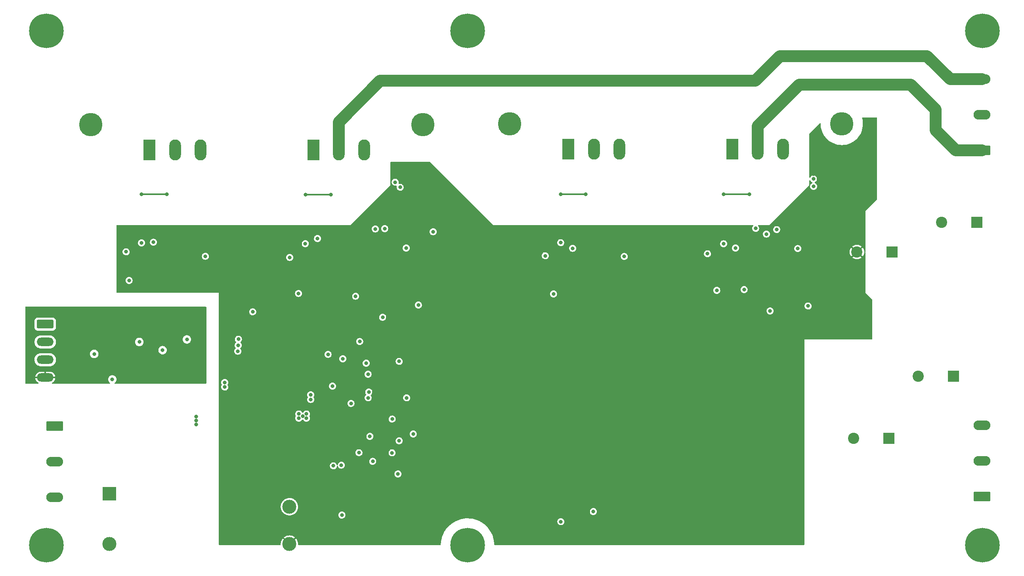
<source format=gbl>
%TF.GenerationSoftware,KiCad,Pcbnew,6.0.7-f9a2dced07~116~ubuntu20.04.1*%
%TF.CreationDate,2022-10-02T03:00:25-04:00*%
%TF.ProjectId,SSTC_Full_Bridge_Driver,53535443-5f46-4756-9c6c-5f4272696467,rev?*%
%TF.SameCoordinates,Original*%
%TF.FileFunction,Copper,L4,Bot*%
%TF.FilePolarity,Positive*%
%FSLAX46Y46*%
G04 Gerber Fmt 4.6, Leading zero omitted, Abs format (unit mm)*
G04 Created by KiCad (PCBNEW 6.0.7-f9a2dced07~116~ubuntu20.04.1) date 2022-10-02 03:00:25*
%MOMM*%
%LPD*%
G01*
G04 APERTURE LIST*
G04 Aperture macros list*
%AMRoundRect*
0 Rectangle with rounded corners*
0 $1 Rounding radius*
0 $2 $3 $4 $5 $6 $7 $8 $9 X,Y pos of 4 corners*
0 Add a 4 corners polygon primitive as box body*
4,1,4,$2,$3,$4,$5,$6,$7,$8,$9,$2,$3,0*
0 Add four circle primitives for the rounded corners*
1,1,$1+$1,$2,$3*
1,1,$1+$1,$4,$5*
1,1,$1+$1,$6,$7*
1,1,$1+$1,$8,$9*
0 Add four rect primitives between the rounded corners*
20,1,$1+$1,$2,$3,$4,$5,0*
20,1,$1+$1,$4,$5,$6,$7,0*
20,1,$1+$1,$6,$7,$8,$9,0*
20,1,$1+$1,$8,$9,$2,$3,0*%
G04 Aperture macros list end*
%TA.AperFunction,ComponentPad*%
%ADD10R,2.400000X2.400000*%
%TD*%
%TA.AperFunction,ComponentPad*%
%ADD11C,2.400000*%
%TD*%
%TA.AperFunction,ComponentPad*%
%ADD12C,7.400000*%
%TD*%
%TA.AperFunction,ComponentPad*%
%ADD13RoundRect,0.250001X1.549999X-0.799999X1.549999X0.799999X-1.549999X0.799999X-1.549999X-0.799999X0*%
%TD*%
%TA.AperFunction,ComponentPad*%
%ADD14O,3.600000X2.100000*%
%TD*%
%TA.AperFunction,ComponentPad*%
%ADD15R,2.500000X4.500000*%
%TD*%
%TA.AperFunction,ComponentPad*%
%ADD16O,2.500000X4.500000*%
%TD*%
%TA.AperFunction,ComponentPad*%
%ADD17R,3.000000X3.000000*%
%TD*%
%TA.AperFunction,ComponentPad*%
%ADD18C,3.000000*%
%TD*%
%TA.AperFunction,ComponentPad*%
%ADD19C,5.000000*%
%TD*%
%TA.AperFunction,ComponentPad*%
%ADD20RoundRect,0.250001X-1.549999X0.799999X-1.549999X-0.799999X1.549999X-0.799999X1.549999X0.799999X0*%
%TD*%
%TA.AperFunction,ComponentPad*%
%ADD21RoundRect,0.250000X-1.550000X0.650000X-1.550000X-0.650000X1.550000X-0.650000X1.550000X0.650000X0*%
%TD*%
%TA.AperFunction,ComponentPad*%
%ADD22O,3.600000X1.800000*%
%TD*%
%TA.AperFunction,ViaPad*%
%ADD23C,0.800000*%
%TD*%
%TA.AperFunction,Conductor*%
%ADD24C,2.500000*%
%TD*%
%TA.AperFunction,Conductor*%
%ADD25C,0.350000*%
%TD*%
G04 APERTURE END LIST*
D10*
%TO.P,C1,1*%
%TO.N,Net-(C1-Pad1)*%
X228800000Y-103900000D03*
D11*
%TO.P,C1,2*%
%TO.N,Net-(C1-Pad2)*%
X221300000Y-103900000D03*
%TD*%
D12*
%TO.P,H5,1*%
%TO.N,N/C*%
X125000000Y-140000000D03*
%TD*%
D13*
%TO.P,J2,1,Pin_1*%
%TO.N,Net-(C2-Pad2)*%
X234900000Y-129600000D03*
D14*
%TO.P,J2,2,Pin_2*%
%TO.N,unconnected-(J2-Pad2)*%
X234900000Y-121980000D03*
%TO.P,J2,3,Pin_3*%
%TO.N,Net-(C1-Pad1)*%
X234900000Y-114360000D03*
%TD*%
D10*
%TO.P,C6,1*%
%TO.N,/HI_V*%
X233800000Y-70950000D03*
D11*
%TO.P,C6,2*%
%TO.N,Net-(C10-Pad1)*%
X226300000Y-70950000D03*
%TD*%
D15*
%TO.P,Q2,1,G*%
%TO.N,Net-(D9-Pad1)*%
X92050000Y-55420000D03*
D16*
%TO.P,Q2,2,D*%
%TO.N,/SW_R*%
X97500000Y-55420000D03*
%TO.P,Q2,3,S*%
%TO.N,/CS_R*%
X102950000Y-55420000D03*
%TD*%
D15*
%TO.P,Q4,1,G*%
%TO.N,Net-(D10-Pad1)*%
X181550000Y-55320000D03*
D16*
%TO.P,Q4,2,D*%
%TO.N,/SW_L*%
X187000000Y-55320000D03*
%TO.P,Q4,3,S*%
%TO.N,/CS_L*%
X192450000Y-55320000D03*
%TD*%
D17*
%TO.P,PS1,1,AC/N*%
%TO.N,Net-(J3-Pad2)*%
X48442500Y-129050000D03*
D18*
%TO.P,PS1,2,AC/L*%
%TO.N,Net-(J3-Pad3)*%
X48442500Y-139800000D03*
%TO.P,PS1,3,-Vo*%
%TO.N,GND*%
X86942500Y-139800000D03*
%TO.P,PS1,4,+Vo*%
%TO.N,+15V*%
X86942500Y-131800000D03*
%TD*%
D19*
%TO.P,HS1,1*%
%TO.N,N/C*%
X44530000Y-50000000D03*
X115470000Y-50000000D03*
%TD*%
D12*
%TO.P,H2,1*%
%TO.N,N/C*%
X125000000Y-30000000D03*
%TD*%
%TO.P,H3,1*%
%TO.N,N/C*%
X235000000Y-30000000D03*
%TD*%
D10*
%TO.P,C7,1*%
%TO.N,Net-(C10-Pad1)*%
X215700000Y-77290000D03*
D11*
%TO.P,C7,2*%
%TO.N,GND*%
X208200000Y-77290000D03*
%TD*%
D20*
%TO.P,J3,1,Pin_1*%
%TO.N,Earth*%
X36800000Y-114510000D03*
D14*
%TO.P,J3,2,Pin_2*%
%TO.N,Net-(J3-Pad2)*%
X36800000Y-122130000D03*
%TO.P,J3,3,Pin_3*%
%TO.N,Net-(J3-Pad3)*%
X36800000Y-129750000D03*
%TD*%
D12*
%TO.P,H6,1*%
%TO.N,N/C*%
X35000000Y-140000000D03*
%TD*%
D15*
%TO.P,Q1,1,G*%
%TO.N,Net-(D7-Pad1)*%
X57050000Y-55420000D03*
D16*
%TO.P,Q1,2,D*%
%TO.N,/HI_V*%
X62500000Y-55420000D03*
%TO.P,Q1,3,S*%
%TO.N,/SW_R*%
X67950000Y-55420000D03*
%TD*%
D19*
%TO.P,HS2,1*%
%TO.N,N/C*%
X134030000Y-49900000D03*
X204970000Y-49900000D03*
%TD*%
D13*
%TO.P,J6,1,Pin_1*%
%TO.N,/SW_L*%
X234900000Y-55570000D03*
D14*
%TO.P,J6,2,Pin_2*%
%TO.N,unconnected-(J6-Pad2)*%
X234900000Y-47950000D03*
%TO.P,J6,3,Pin_3*%
%TO.N,/SW_R*%
X234900000Y-40330000D03*
%TD*%
D12*
%TO.P,H4,1*%
%TO.N,N/C*%
X235000000Y-140000000D03*
%TD*%
D15*
%TO.P,Q3,1,G*%
%TO.N,Net-(D8-Pad1)*%
X146550000Y-55320000D03*
D16*
%TO.P,Q3,2,D*%
%TO.N,/HI_V*%
X152000000Y-55320000D03*
%TO.P,Q3,3,S*%
%TO.N,/SW_L*%
X157450000Y-55320000D03*
%TD*%
D12*
%TO.P,H1,1*%
%TO.N,N/C*%
X35000000Y-30000000D03*
%TD*%
D10*
%TO.P,C2,1*%
%TO.N,Net-(C1-Pad2)*%
X215000000Y-117180000D03*
D11*
%TO.P,C2,2*%
%TO.N,Net-(C2-Pad2)*%
X207500000Y-117180000D03*
%TD*%
D21*
%TO.P,J1,1,Pin_1*%
%TO.N,/CANH*%
X34782500Y-92727500D03*
D22*
%TO.P,J1,2,Pin_2*%
%TO.N,/CANL*%
X34782500Y-96537500D03*
%TO.P,J1,3,Pin_3*%
%TO.N,Net-(J1-Pad3)*%
X34782500Y-100347500D03*
%TO.P,J1,4,Pin_4*%
%TO.N,GNDA*%
X34782500Y-104157500D03*
%TD*%
D23*
%TO.N,GND*%
X197800000Y-95400000D03*
%TO.N,GNDA*%
X68050000Y-101750000D03*
X66250000Y-93400000D03*
X56450000Y-102950000D03*
X57350000Y-99300000D03*
X66600000Y-99800000D03*
X54700000Y-97950000D03*
X45850000Y-103950000D03*
X43700000Y-92300000D03*
%TO.N,+5V*%
X54887500Y-96537500D03*
X49100000Y-104550000D03*
X59850000Y-98300000D03*
X67050000Y-114250000D03*
X45250000Y-99100000D03*
X65050000Y-96000000D03*
X67050000Y-112550000D03*
X67050000Y-113400000D03*
%TO.N,+3V3*%
X52050000Y-77250000D03*
X144950000Y-135000000D03*
X87000000Y-78450000D03*
X55340000Y-75340000D03*
X103900000Y-107250000D03*
X111900000Y-76450000D03*
X103750000Y-103450000D03*
X90600000Y-111950000D03*
X112000000Y-108500000D03*
X108887500Y-120262500D03*
X110400000Y-100700000D03*
X197750000Y-88850000D03*
X106862500Y-91250000D03*
X90600000Y-112850000D03*
X141600000Y-78100000D03*
X108900000Y-113050000D03*
X91500000Y-107850000D03*
X89800000Y-112400000D03*
X101962500Y-96450000D03*
X189650000Y-89900000D03*
X176262500Y-77662500D03*
X88950000Y-111950000D03*
X88950000Y-112850000D03*
X76050000Y-95950000D03*
X114500000Y-88650000D03*
X144900000Y-75300000D03*
X195550000Y-76550000D03*
X101800000Y-120250000D03*
X91500000Y-108850000D03*
X90350000Y-75500000D03*
X96162500Y-106000000D03*
X179710000Y-75540000D03*
%TO.N,+15V*%
X69000000Y-78200000D03*
X186550000Y-72250000D03*
X117650000Y-72950000D03*
X73120000Y-105230000D03*
X79100000Y-90100000D03*
X158500000Y-78250000D03*
X73120000Y-106200000D03*
%TO.N,GND*%
X106350000Y-121250000D03*
X104300000Y-68000000D03*
X109362500Y-90300000D03*
X205200000Y-95000000D03*
X196300000Y-139450000D03*
X184250000Y-72400000D03*
X143800000Y-139450000D03*
X196300000Y-119450000D03*
X72600000Y-111950000D03*
X133800000Y-139450000D03*
X183800000Y-139450000D03*
X210650000Y-57750000D03*
X110350000Y-58500000D03*
X76700000Y-102650000D03*
X199350000Y-79050000D03*
X78200000Y-139450000D03*
X111700000Y-80637500D03*
X131300000Y-139450000D03*
X178200000Y-73500000D03*
X196300000Y-126950000D03*
X72600000Y-139450000D03*
X72600000Y-124450000D03*
X196300000Y-129450000D03*
X210450000Y-92100000D03*
X193050000Y-86300000D03*
X146700000Y-81400000D03*
X105250000Y-139450000D03*
X72600000Y-114450000D03*
X192150000Y-88900000D03*
X83200000Y-139450000D03*
X196300000Y-134450000D03*
X141300000Y-139450000D03*
X193600000Y-68250000D03*
X210650000Y-54000000D03*
X209400000Y-92100000D03*
X146300000Y-139450000D03*
X199900000Y-58350000D03*
X181300000Y-139450000D03*
X58500000Y-85500000D03*
X72600000Y-131950000D03*
X177400000Y-80150000D03*
X210650000Y-61500000D03*
X53750000Y-73350000D03*
X200350000Y-95400000D03*
X100250000Y-139450000D03*
X156300000Y-139450000D03*
X178800000Y-139450000D03*
X111650000Y-106600000D03*
X75350000Y-139450000D03*
X97750000Y-139450000D03*
X197850000Y-64000000D03*
X101350000Y-109350000D03*
X194550000Y-74000000D03*
X107750000Y-139450000D03*
X108250000Y-73000000D03*
X196300000Y-96950000D03*
X86150000Y-110900000D03*
X108150000Y-64150000D03*
X106600000Y-125550000D03*
X105600000Y-66700000D03*
X87400000Y-109800000D03*
X148800000Y-139450000D03*
X198900000Y-57850000D03*
X66000000Y-85500000D03*
X75050000Y-93500000D03*
X72500000Y-89350000D03*
X161300000Y-139450000D03*
X60000000Y-72400000D03*
X193800000Y-139450000D03*
X72600000Y-129450000D03*
X101900000Y-70400000D03*
X116200000Y-78600000D03*
X163800000Y-139450000D03*
X199900000Y-60250000D03*
X196300000Y-104450000D03*
X210650000Y-49000000D03*
X188800000Y-139450000D03*
X102750000Y-139450000D03*
X205200000Y-94050000D03*
X71000000Y-85500000D03*
X72600000Y-109450000D03*
X171300000Y-139450000D03*
X196650000Y-65200000D03*
X136300000Y-139450000D03*
X210650000Y-59000000D03*
X92250000Y-81650000D03*
X99500000Y-125550000D03*
X196300000Y-111950000D03*
X168800000Y-139450000D03*
X110262500Y-87700000D03*
X205200000Y-93100000D03*
X196300000Y-106950000D03*
X53150000Y-79700000D03*
X80700000Y-139450000D03*
X61000000Y-85500000D03*
X72600000Y-121900000D03*
X94950000Y-72500000D03*
X72600000Y-119450000D03*
X57200000Y-80500000D03*
X105350000Y-117800000D03*
X99662500Y-101850000D03*
X196300000Y-121950000D03*
X192000000Y-73150000D03*
X194750000Y-80650000D03*
X207250000Y-92100000D03*
X196300000Y-114450000D03*
X210650000Y-65250000D03*
X110350000Y-59350000D03*
X142400000Y-74400000D03*
X76700000Y-104000000D03*
X210650000Y-52750000D03*
X210650000Y-64000000D03*
X166300000Y-139450000D03*
X63500000Y-85500000D03*
X196300000Y-116950000D03*
X102900000Y-69400000D03*
X196300000Y-109450000D03*
X72500000Y-86850000D03*
X88850000Y-73550000D03*
X110250000Y-139450000D03*
X161450000Y-76800000D03*
X196300000Y-99450000D03*
X210650000Y-51500000D03*
X68500000Y-85500000D03*
X210650000Y-56500000D03*
X191300000Y-139450000D03*
X198900000Y-60650000D03*
X109550000Y-60750000D03*
X206150000Y-92100000D03*
X210650000Y-50250000D03*
X181650000Y-81000000D03*
X210650000Y-62750000D03*
X107950000Y-101750000D03*
X196300000Y-124450000D03*
X104450000Y-135000000D03*
X196300000Y-131950000D03*
X195200000Y-66650000D03*
X202850000Y-95400000D03*
X190650000Y-71200000D03*
X142700000Y-80600000D03*
X110350000Y-60250000D03*
X173800000Y-139450000D03*
X110850000Y-74000000D03*
X73100000Y-100550000D03*
X72600000Y-136950000D03*
X208350000Y-92100000D03*
X71950000Y-76800000D03*
X72600000Y-134450000D03*
X99462500Y-97550000D03*
X210650000Y-60250000D03*
X199900000Y-59300000D03*
X72600000Y-116950000D03*
X72500000Y-91850000D03*
X186300000Y-139450000D03*
X192150000Y-69700000D03*
X158800000Y-139450000D03*
X97350000Y-108437500D03*
X72600000Y-126950000D03*
X149500000Y-72350000D03*
X99300000Y-121250000D03*
X151300000Y-139450000D03*
X115250000Y-139450000D03*
X210650000Y-55250000D03*
X107050000Y-65250000D03*
X176300000Y-139450000D03*
X112750000Y-139450000D03*
X138800000Y-139450000D03*
X153800000Y-139450000D03*
X88050000Y-80900000D03*
X196300000Y-101950000D03*
X105450000Y-111900000D03*
X117750000Y-139450000D03*
X106450000Y-114050000D03*
X196300000Y-136950000D03*
X205200000Y-92100000D03*
%TO.N,/CS_R*%
X110600000Y-63450000D03*
X107300000Y-72300000D03*
X95800000Y-65000000D03*
X90400000Y-65000000D03*
%TO.N,/CS_L*%
X185200000Y-64900000D03*
X198950000Y-63250000D03*
X179700000Y-64900000D03*
X191050000Y-72500000D03*
%TO.N,/SW_R*%
X60800000Y-64900000D03*
X55350000Y-64900000D03*
%TO.N,/SW_L*%
X144900000Y-64950000D03*
X150250000Y-64950000D03*
%TO.N,/SHUTDOWN*%
X92950000Y-74400000D03*
X57900000Y-75200000D03*
X182250000Y-76450000D03*
X110150000Y-124800000D03*
X147450000Y-76500000D03*
X151900000Y-132850000D03*
%TO.N,/CSN_R*%
X109550000Y-62350000D03*
X105300000Y-72350000D03*
%TO.N,/CSN_L*%
X198900000Y-61650000D03*
X188850000Y-73450000D03*
%TO.N,/EN*%
X98150000Y-133600000D03*
X104750000Y-122100000D03*
X75922500Y-98522500D03*
%TO.N,/I_SNS_R*%
X101100000Y-86750000D03*
X96350000Y-123050000D03*
%TO.N,/I_SNS_L*%
X98050000Y-122900000D03*
X184100000Y-85350000D03*
%TO.N,/PWM_A*%
X103350000Y-101100000D03*
X52700000Y-83400000D03*
X178250000Y-85500000D03*
%TO.N,/PWM_B*%
X143375000Y-86275000D03*
X113400000Y-116250000D03*
X110400000Y-117700000D03*
X88900000Y-86150000D03*
%TO.N,/PWM*%
X100100000Y-109700000D03*
X104150000Y-116750000D03*
X95200000Y-99200000D03*
X76000000Y-97250000D03*
%TO.N,Net-(U11-Pad5)*%
X103750000Y-108500000D03*
X98350000Y-100150000D03*
%TD*%
D24*
%TO.N,/SW_L*%
X187000000Y-55320000D02*
X187000000Y-50350000D01*
X187000000Y-50350000D02*
X195850000Y-41500000D01*
X225000000Y-51200000D02*
X229370000Y-55570000D01*
X229370000Y-55570000D02*
X234900000Y-55570000D01*
X195850000Y-41500000D02*
X219700000Y-41500000D01*
X219700000Y-41500000D02*
X225000000Y-46800000D01*
X225000000Y-46800000D02*
X225000000Y-51200000D01*
D25*
%TO.N,/CS_R*%
X90400000Y-65000000D02*
X95800000Y-65000000D01*
%TO.N,/CS_L*%
X179700000Y-64900000D02*
X185200000Y-64900000D01*
D24*
%TO.N,/SW_R*%
X106350000Y-40650000D02*
X186450000Y-40650000D01*
X191750000Y-35350000D02*
X223150000Y-35350000D01*
X97500000Y-49500000D02*
X106350000Y-40650000D01*
X97500000Y-55420000D02*
X97500000Y-49500000D01*
X223150000Y-35350000D02*
X228130000Y-40330000D01*
X186450000Y-40650000D02*
X191750000Y-35350000D01*
X228130000Y-40330000D02*
X234900000Y-40330000D01*
D25*
X55350000Y-64900000D02*
X60800000Y-64900000D01*
%TO.N,/SW_L*%
X150250000Y-64950000D02*
X144900000Y-64950000D01*
%TD*%
%TA.AperFunction,Conductor*%
%TO.N,GND*%
G36*
X212442121Y-48520002D02*
G01*
X212488614Y-48573658D01*
X212500000Y-48626000D01*
X212500000Y-65947810D01*
X212479998Y-66015931D01*
X212463095Y-66036905D01*
X210000000Y-68500000D01*
X210000000Y-77198730D01*
X209979998Y-77266851D01*
X209955384Y-77288179D01*
X209963729Y-77292813D01*
X209997309Y-77355367D01*
X210000000Y-77381270D01*
X210000000Y-86000000D01*
X211463095Y-87463095D01*
X211497121Y-87525407D01*
X211500000Y-87552190D01*
X211500000Y-95874000D01*
X211479998Y-95942121D01*
X211426342Y-95988614D01*
X211374000Y-96000000D01*
X197000000Y-96000000D01*
X197000000Y-139874000D01*
X196979998Y-139942121D01*
X196926342Y-139988614D01*
X196874000Y-140000000D01*
X130826309Y-140000000D01*
X130758188Y-139979998D01*
X130711695Y-139926342D01*
X130700415Y-139879166D01*
X130697299Y-139803223D01*
X130686189Y-139532510D01*
X130628763Y-139068164D01*
X130621415Y-139032836D01*
X130534009Y-138612612D01*
X130534007Y-138612603D01*
X130533483Y-138610085D01*
X130467238Y-138385726D01*
X130401725Y-138163850D01*
X130400988Y-138161354D01*
X130232171Y-137724987D01*
X130028166Y-137303921D01*
X129790345Y-136900987D01*
X129709836Y-136787068D01*
X129521811Y-136521019D01*
X129521809Y-136521016D01*
X129520309Y-136518894D01*
X129219872Y-136160212D01*
X129218064Y-136158382D01*
X129218056Y-136158373D01*
X128892875Y-135829195D01*
X128892870Y-135829191D01*
X128891056Y-135827354D01*
X128536071Y-135522557D01*
X128291543Y-135345223D01*
X128159393Y-135249386D01*
X128159385Y-135249380D01*
X128157306Y-135247873D01*
X127996043Y-135150016D01*
X127759521Y-135006490D01*
X127759512Y-135006485D01*
X127757307Y-135005147D01*
X127725902Y-134989455D01*
X144194825Y-134989455D01*
X144195512Y-134996462D01*
X144195512Y-134996465D01*
X144198311Y-135025010D01*
X144211255Y-135157025D01*
X144264402Y-135316791D01*
X144268049Y-135322813D01*
X144268050Y-135322815D01*
X144337506Y-135437500D01*
X144351624Y-135460812D01*
X144356513Y-135465875D01*
X144356514Y-135465876D01*
X144427825Y-135539720D01*
X144468586Y-135581929D01*
X144474483Y-135585788D01*
X144603577Y-135670266D01*
X144603581Y-135670268D01*
X144609475Y-135674125D01*
X144767289Y-135732815D01*
X144774270Y-135733746D01*
X144774272Y-135733747D01*
X144819812Y-135739823D01*
X144934183Y-135755083D01*
X144941194Y-135754445D01*
X144941198Y-135754445D01*
X145094843Y-135740462D01*
X145101864Y-135739823D01*
X145108566Y-135737645D01*
X145108568Y-135737645D01*
X145255298Y-135689970D01*
X145255301Y-135689969D01*
X145261997Y-135687793D01*
X145406623Y-135601578D01*
X145411717Y-135596727D01*
X145411721Y-135596724D01*
X145523454Y-135490322D01*
X145523455Y-135490320D01*
X145528554Y-135485465D01*
X145544934Y-135460812D01*
X145617836Y-135351085D01*
X145621731Y-135345223D01*
X145681521Y-135187823D01*
X145704955Y-135021088D01*
X145705249Y-135000000D01*
X145686481Y-134832676D01*
X145631108Y-134673668D01*
X145541884Y-134530879D01*
X145533723Y-134522661D01*
X145428205Y-134416403D01*
X145428201Y-134416400D01*
X145423242Y-134411406D01*
X145281079Y-134321187D01*
X145122462Y-134264706D01*
X145115474Y-134263873D01*
X145115471Y-134263872D01*
X145022300Y-134252762D01*
X144955273Y-134244769D01*
X144948270Y-134245505D01*
X144948269Y-134245505D01*
X144902712Y-134250293D01*
X144787821Y-134262369D01*
X144781155Y-134264638D01*
X144781152Y-134264639D01*
X144635098Y-134314360D01*
X144635095Y-134314361D01*
X144628431Y-134316630D01*
X144622436Y-134320318D01*
X144622432Y-134320320D01*
X144491021Y-134401165D01*
X144491019Y-134401167D01*
X144485022Y-134404856D01*
X144364724Y-134522661D01*
X144273515Y-134664190D01*
X144215927Y-134822409D01*
X144194825Y-134989455D01*
X127725902Y-134989455D01*
X127338764Y-134796014D01*
X126904493Y-134621878D01*
X126582983Y-134522661D01*
X126459874Y-134484670D01*
X126459871Y-134484669D01*
X126457414Y-134483911D01*
X126000533Y-134383041D01*
X125536923Y-134319947D01*
X125534355Y-134319810D01*
X125534353Y-134319810D01*
X125072282Y-134295189D01*
X125072272Y-134295189D01*
X125069703Y-134295052D01*
X125067129Y-134295126D01*
X125067118Y-134295126D01*
X124802907Y-134302737D01*
X124602013Y-134308524D01*
X124137000Y-134360273D01*
X124134475Y-134360766D01*
X124134469Y-134360767D01*
X123778345Y-134430313D01*
X123677792Y-134449950D01*
X123675314Y-134450649D01*
X123675305Y-134450651D01*
X123229971Y-134576248D01*
X123227475Y-134576952D01*
X123225048Y-134577857D01*
X122984131Y-134667693D01*
X122789079Y-134740426D01*
X122365551Y-134939271D01*
X122363319Y-134940552D01*
X122363313Y-134940555D01*
X121961970Y-135170873D01*
X121961962Y-135170878D01*
X121959742Y-135172152D01*
X121574378Y-135437500D01*
X121572379Y-135439133D01*
X121572374Y-135439137D01*
X121272448Y-135684187D01*
X121212053Y-135733532D01*
X120875202Y-136058257D01*
X120873510Y-136060180D01*
X120873501Y-136060189D01*
X120632729Y-136333774D01*
X120566092Y-136409492D01*
X120564557Y-136411555D01*
X120564549Y-136411565D01*
X120486179Y-136516898D01*
X120286800Y-136784873D01*
X120039206Y-137181877D01*
X119824975Y-137597833D01*
X119823991Y-137600203D01*
X119653770Y-138010140D01*
X119645546Y-138029945D01*
X119502128Y-138475305D01*
X119395684Y-138930920D01*
X119395302Y-138933490D01*
X119395302Y-138933491D01*
X119351743Y-139226703D01*
X119326930Y-139393724D01*
X119296329Y-139860605D01*
X119296516Y-139871907D01*
X119277650Y-139940349D01*
X119224775Y-139987727D01*
X119170534Y-140000000D01*
X88920963Y-140000000D01*
X88852842Y-139979998D01*
X88806349Y-139926342D01*
X88795025Y-139870043D01*
X88797125Y-139803223D01*
X88796998Y-139796779D01*
X88779038Y-139543119D01*
X88777785Y-139534309D01*
X88724518Y-139286895D01*
X88722042Y-139278374D01*
X88634444Y-139040931D01*
X88630789Y-139032836D01*
X88510613Y-138810110D01*
X88505851Y-138802605D01*
X88381320Y-138634003D01*
X88370195Y-138625563D01*
X88357599Y-138632389D01*
X87189987Y-139800000D01*
X87031595Y-139958392D01*
X86969283Y-139992418D01*
X86898467Y-139987353D01*
X86853405Y-139958392D01*
X86695013Y-139800000D01*
X85528868Y-138633856D01*
X85516027Y-138626844D01*
X85505338Y-138634639D01*
X85411248Y-138753993D01*
X85406255Y-138761341D01*
X85279139Y-138980186D01*
X85275235Y-138988156D01*
X85180222Y-139222732D01*
X85177478Y-139231176D01*
X85116466Y-139476796D01*
X85114938Y-139485550D01*
X85089143Y-139737311D01*
X85088864Y-139746194D01*
X85093691Y-139869053D01*
X85076379Y-139937907D01*
X85024590Y-139986470D01*
X84967788Y-140000000D01*
X71976000Y-140000000D01*
X71907879Y-139979998D01*
X71861386Y-139926342D01*
X71850000Y-139874000D01*
X71850000Y-138370831D01*
X85766965Y-138370831D01*
X85773945Y-138383957D01*
X86929690Y-139539703D01*
X86943631Y-139547315D01*
X86945466Y-139547184D01*
X86952080Y-139542933D01*
X88109286Y-138385726D01*
X88116141Y-138373174D01*
X88107934Y-138362105D01*
X87964328Y-138252508D01*
X87956903Y-138247631D01*
X87736084Y-138123967D01*
X87728057Y-138120190D01*
X87492007Y-138028869D01*
X87483534Y-138026262D01*
X87236982Y-137969115D01*
X87228204Y-137967725D01*
X86976065Y-137945887D01*
X86967194Y-137945747D01*
X86714484Y-137959654D01*
X86705674Y-137960768D01*
X86457463Y-138010140D01*
X86448876Y-138012489D01*
X86210108Y-138096339D01*
X86201942Y-138099872D01*
X85977362Y-138216532D01*
X85969779Y-138221179D01*
X85775369Y-138360107D01*
X85766965Y-138370831D01*
X71850000Y-138370831D01*
X71850000Y-131741726D01*
X85088188Y-131741726D01*
X85098477Y-132003582D01*
X85099277Y-132007962D01*
X85128255Y-132166630D01*
X85145558Y-132261376D01*
X85228494Y-132509965D01*
X85235341Y-132523668D01*
X85307518Y-132668116D01*
X85345628Y-132744387D01*
X85348157Y-132748046D01*
X85467822Y-132921187D01*
X85494624Y-132959967D01*
X85560146Y-133030848D01*
X85658137Y-133136853D01*
X85672510Y-133152402D01*
X85675964Y-133155214D01*
X85872278Y-133315039D01*
X85872282Y-133315042D01*
X85875735Y-133317853D01*
X85879557Y-133320154D01*
X86078076Y-133439672D01*
X86100245Y-133453019D01*
X86213045Y-133500784D01*
X86337462Y-133553468D01*
X86337466Y-133553469D01*
X86341560Y-133555203D01*
X86345852Y-133556341D01*
X86345855Y-133556342D01*
X86444390Y-133582468D01*
X86594865Y-133622366D01*
X86599289Y-133622890D01*
X86599291Y-133622890D01*
X86750072Y-133640736D01*
X86855107Y-133653167D01*
X87117092Y-133646993D01*
X87121486Y-133646262D01*
X87121493Y-133646261D01*
X87371192Y-133604700D01*
X87371196Y-133604699D01*
X87375594Y-133603967D01*
X87421480Y-133589455D01*
X97394825Y-133589455D01*
X97395512Y-133596462D01*
X97395512Y-133596465D01*
X97401072Y-133653167D01*
X97411255Y-133757025D01*
X97464402Y-133916791D01*
X97551624Y-134060812D01*
X97556513Y-134065875D01*
X97556514Y-134065876D01*
X97627825Y-134139720D01*
X97668586Y-134181929D01*
X97674483Y-134185788D01*
X97803577Y-134270266D01*
X97803581Y-134270268D01*
X97809475Y-134274125D01*
X97967289Y-134332815D01*
X97974270Y-134333746D01*
X97974272Y-134333747D01*
X98019812Y-134339823D01*
X98134183Y-134355083D01*
X98141194Y-134354445D01*
X98141198Y-134354445D01*
X98294843Y-134340462D01*
X98301864Y-134339823D01*
X98308566Y-134337645D01*
X98308568Y-134337645D01*
X98455298Y-134289970D01*
X98455301Y-134289969D01*
X98461997Y-134287793D01*
X98606623Y-134201578D01*
X98611717Y-134196727D01*
X98611721Y-134196724D01*
X98723454Y-134090322D01*
X98723455Y-134090320D01*
X98728554Y-134085465D01*
X98744934Y-134060812D01*
X98817836Y-133951085D01*
X98821731Y-133945223D01*
X98881521Y-133787823D01*
X98895259Y-133690072D01*
X98904404Y-133625010D01*
X98904404Y-133625006D01*
X98904955Y-133621088D01*
X98905249Y-133600000D01*
X98904179Y-133590462D01*
X98887266Y-133439672D01*
X98887265Y-133439669D01*
X98886481Y-133432676D01*
X98831108Y-133273668D01*
X98741884Y-133130879D01*
X98733723Y-133122661D01*
X98628205Y-133016403D01*
X98628201Y-133016400D01*
X98623242Y-133011406D01*
X98605295Y-133000016D01*
X98536410Y-132956301D01*
X98481079Y-132921187D01*
X98322462Y-132864706D01*
X98315474Y-132863873D01*
X98315471Y-132863872D01*
X98199139Y-132850000D01*
X98155273Y-132844769D01*
X98148270Y-132845505D01*
X98148269Y-132845505D01*
X98105504Y-132850000D01*
X97987821Y-132862369D01*
X97981155Y-132864638D01*
X97981152Y-132864639D01*
X97835098Y-132914360D01*
X97835095Y-132914361D01*
X97828431Y-132916630D01*
X97822436Y-132920318D01*
X97822432Y-132920320D01*
X97691021Y-133001165D01*
X97691019Y-133001167D01*
X97685022Y-133004856D01*
X97644632Y-133044409D01*
X97600457Y-133087669D01*
X97564724Y-133122661D01*
X97473515Y-133264190D01*
X97471105Y-133270810D01*
X97471104Y-133270813D01*
X97453983Y-133317853D01*
X97415927Y-133422409D01*
X97394825Y-133589455D01*
X87421480Y-133589455D01*
X87577950Y-133539970D01*
X87621209Y-133526289D01*
X87621211Y-133526288D01*
X87625455Y-133524946D01*
X87629466Y-133523020D01*
X87629471Y-133523018D01*
X87857669Y-133413439D01*
X87857670Y-133413438D01*
X87861688Y-133411509D01*
X88021406Y-133304789D01*
X88075880Y-133268391D01*
X88075884Y-133268388D01*
X88079582Y-133265917D01*
X88274787Y-133091076D01*
X88344930Y-133007631D01*
X88440543Y-132893886D01*
X88440545Y-132893884D01*
X88443410Y-132890475D01*
X88475229Y-132839455D01*
X151144825Y-132839455D01*
X151145512Y-132846462D01*
X151145512Y-132846465D01*
X151149827Y-132890475D01*
X151161255Y-133007025D01*
X151214402Y-133166791D01*
X151218049Y-133172813D01*
X151218050Y-133172815D01*
X151283159Y-133280322D01*
X151301624Y-133310812D01*
X151306513Y-133315875D01*
X151306514Y-133315876D01*
X151377825Y-133389720D01*
X151418586Y-133431929D01*
X151424483Y-133435788D01*
X151553577Y-133520266D01*
X151553581Y-133520268D01*
X151559475Y-133524125D01*
X151717289Y-133582815D01*
X151724270Y-133583746D01*
X151724272Y-133583747D01*
X151767054Y-133589455D01*
X151884183Y-133605083D01*
X151891194Y-133604445D01*
X151891198Y-133604445D01*
X152044843Y-133590462D01*
X152051864Y-133589823D01*
X152058566Y-133587645D01*
X152058568Y-133587645D01*
X152205298Y-133539970D01*
X152205301Y-133539969D01*
X152211997Y-133537793D01*
X152356623Y-133451578D01*
X152361717Y-133446727D01*
X152361721Y-133446724D01*
X152473454Y-133340322D01*
X152473455Y-133340320D01*
X152478554Y-133335465D01*
X152490256Y-133317853D01*
X152567836Y-133201085D01*
X152571731Y-133195223D01*
X152631521Y-133037823D01*
X152654955Y-132871088D01*
X152655249Y-132850000D01*
X152643403Y-132744387D01*
X152637266Y-132689672D01*
X152637265Y-132689669D01*
X152636481Y-132682676D01*
X152581108Y-132523668D01*
X152491884Y-132380879D01*
X152483723Y-132372661D01*
X152378205Y-132266403D01*
X152378201Y-132266400D01*
X152373242Y-132261406D01*
X152231079Y-132171187D01*
X152072462Y-132114706D01*
X152065474Y-132113873D01*
X152065471Y-132113872D01*
X151972300Y-132102762D01*
X151905273Y-132094769D01*
X151898270Y-132095505D01*
X151898269Y-132095505D01*
X151852712Y-132100293D01*
X151737821Y-132112369D01*
X151731155Y-132114638D01*
X151731152Y-132114639D01*
X151585098Y-132164360D01*
X151585095Y-132164361D01*
X151578431Y-132166630D01*
X151572436Y-132170318D01*
X151572432Y-132170320D01*
X151441021Y-132251165D01*
X151441019Y-132251167D01*
X151435022Y-132254856D01*
X151314724Y-132372661D01*
X151223515Y-132514190D01*
X151165927Y-132672409D01*
X151144825Y-132839455D01*
X88475229Y-132839455D01*
X88582086Y-132668116D01*
X88650241Y-132513953D01*
X88686249Y-132432503D01*
X88688047Y-132428436D01*
X88759181Y-132176216D01*
X88767757Y-132112369D01*
X88793639Y-131919673D01*
X88793640Y-131919665D01*
X88794066Y-131916491D01*
X88797727Y-131800000D01*
X88779219Y-131538596D01*
X88724063Y-131282408D01*
X88705110Y-131231032D01*
X88634901Y-131040724D01*
X88633360Y-131036547D01*
X88508920Y-130805920D01*
X88475783Y-130761055D01*
X88395316Y-130652112D01*
X88353226Y-130595126D01*
X88169384Y-130408374D01*
X88100836Y-130356060D01*
X87964607Y-130252093D01*
X87964603Y-130252090D01*
X87961062Y-130249388D01*
X87732417Y-130121340D01*
X87728268Y-130119735D01*
X87728264Y-130119733D01*
X87580696Y-130062644D01*
X87488012Y-130026787D01*
X87483691Y-130025785D01*
X87483683Y-130025783D01*
X87315569Y-129986817D01*
X87232721Y-129967614D01*
X86971641Y-129945002D01*
X86967206Y-129945246D01*
X86967202Y-129945246D01*
X86714421Y-129959157D01*
X86714414Y-129959158D01*
X86709978Y-129959402D01*
X86452956Y-130010527D01*
X86448746Y-130012005D01*
X86448744Y-130012006D01*
X86303997Y-130062838D01*
X86205701Y-130097357D01*
X86201750Y-130099410D01*
X86201744Y-130099412D01*
X86074394Y-130165565D01*
X85973147Y-130218159D01*
X85969532Y-130220742D01*
X85969526Y-130220746D01*
X85763555Y-130367935D01*
X85763551Y-130367938D01*
X85759934Y-130370523D01*
X85570316Y-130551409D01*
X85567560Y-130554905D01*
X85490929Y-130652112D01*
X85408078Y-130757208D01*
X85405846Y-130761050D01*
X85405843Y-130761055D01*
X85360399Y-130839293D01*
X85276455Y-130983813D01*
X85274790Y-130987925D01*
X85274787Y-130987930D01*
X85179748Y-131222570D01*
X85178074Y-131226703D01*
X85114899Y-131481032D01*
X85088188Y-131741726D01*
X71850000Y-131741726D01*
X71850000Y-124789455D01*
X109394825Y-124789455D01*
X109395512Y-124796462D01*
X109395512Y-124796465D01*
X109398311Y-124825010D01*
X109411255Y-124957025D01*
X109464402Y-125116791D01*
X109551624Y-125260812D01*
X109556513Y-125265875D01*
X109556514Y-125265876D01*
X109627825Y-125339720D01*
X109668586Y-125381929D01*
X109674483Y-125385788D01*
X109803577Y-125470266D01*
X109803581Y-125470268D01*
X109809475Y-125474125D01*
X109967289Y-125532815D01*
X109974270Y-125533746D01*
X109974272Y-125533747D01*
X110019812Y-125539823D01*
X110134183Y-125555083D01*
X110141194Y-125554445D01*
X110141198Y-125554445D01*
X110294843Y-125540462D01*
X110301864Y-125539823D01*
X110308566Y-125537645D01*
X110308568Y-125537645D01*
X110455298Y-125489970D01*
X110455301Y-125489969D01*
X110461997Y-125487793D01*
X110606623Y-125401578D01*
X110611717Y-125396727D01*
X110611721Y-125396724D01*
X110723454Y-125290322D01*
X110723455Y-125290320D01*
X110728554Y-125285465D01*
X110744934Y-125260812D01*
X110817836Y-125151085D01*
X110821731Y-125145223D01*
X110881521Y-124987823D01*
X110904955Y-124821088D01*
X110905249Y-124800000D01*
X110886481Y-124632676D01*
X110831108Y-124473668D01*
X110741884Y-124330879D01*
X110733723Y-124322661D01*
X110628205Y-124216403D01*
X110628201Y-124216400D01*
X110623242Y-124211406D01*
X110481079Y-124121187D01*
X110322462Y-124064706D01*
X110315474Y-124063873D01*
X110315471Y-124063872D01*
X110222300Y-124052762D01*
X110155273Y-124044769D01*
X110148270Y-124045505D01*
X110148269Y-124045505D01*
X110102712Y-124050293D01*
X109987821Y-124062369D01*
X109981155Y-124064638D01*
X109981152Y-124064639D01*
X109835098Y-124114360D01*
X109835095Y-124114361D01*
X109828431Y-124116630D01*
X109822436Y-124120318D01*
X109822432Y-124120320D01*
X109691021Y-124201165D01*
X109691019Y-124201167D01*
X109685022Y-124204856D01*
X109564724Y-124322661D01*
X109473515Y-124464190D01*
X109415927Y-124622409D01*
X109394825Y-124789455D01*
X71850000Y-124789455D01*
X71850000Y-123039455D01*
X95594825Y-123039455D01*
X95595512Y-123046462D01*
X95595512Y-123046465D01*
X95599567Y-123087823D01*
X95611255Y-123207025D01*
X95664402Y-123366791D01*
X95668049Y-123372813D01*
X95668050Y-123372815D01*
X95746032Y-123501578D01*
X95751624Y-123510812D01*
X95756513Y-123515875D01*
X95756514Y-123515876D01*
X95809038Y-123570266D01*
X95868586Y-123631929D01*
X95874483Y-123635788D01*
X96003577Y-123720266D01*
X96003581Y-123720268D01*
X96009475Y-123724125D01*
X96167289Y-123782815D01*
X96174270Y-123783746D01*
X96174272Y-123783747D01*
X96219812Y-123789823D01*
X96334183Y-123805083D01*
X96341194Y-123804445D01*
X96341198Y-123804445D01*
X96494843Y-123790462D01*
X96501864Y-123789823D01*
X96508566Y-123787645D01*
X96508568Y-123787645D01*
X96655298Y-123739970D01*
X96655301Y-123739969D01*
X96661997Y-123737793D01*
X96806623Y-123651578D01*
X96811717Y-123646727D01*
X96811721Y-123646724D01*
X96923454Y-123540322D01*
X96923455Y-123540320D01*
X96928554Y-123535465D01*
X96944934Y-123510812D01*
X97017836Y-123401085D01*
X97021731Y-123395223D01*
X97081521Y-123237823D01*
X97092852Y-123157204D01*
X97122141Y-123092530D01*
X97181746Y-123053958D01*
X97252742Y-123053733D01*
X97312589Y-123091928D01*
X97337182Y-123134965D01*
X97364402Y-123216791D01*
X97451624Y-123360812D01*
X97456513Y-123365875D01*
X97456514Y-123365876D01*
X97490515Y-123401085D01*
X97568586Y-123481929D01*
X97574483Y-123485788D01*
X97703577Y-123570266D01*
X97703581Y-123570268D01*
X97709475Y-123574125D01*
X97867289Y-123632815D01*
X97874270Y-123633746D01*
X97874272Y-123633747D01*
X97919812Y-123639823D01*
X98034183Y-123655083D01*
X98041194Y-123654445D01*
X98041198Y-123654445D01*
X98194843Y-123640462D01*
X98201864Y-123639823D01*
X98208566Y-123637645D01*
X98208568Y-123637645D01*
X98355298Y-123589970D01*
X98355301Y-123589969D01*
X98361997Y-123587793D01*
X98506623Y-123501578D01*
X98511717Y-123496727D01*
X98511721Y-123496724D01*
X98623454Y-123390322D01*
X98623455Y-123390320D01*
X98628554Y-123385465D01*
X98644934Y-123360812D01*
X98717836Y-123251085D01*
X98721731Y-123245223D01*
X98781521Y-123087823D01*
X98804955Y-122921088D01*
X98805249Y-122900000D01*
X98795847Y-122816178D01*
X98787266Y-122739672D01*
X98787265Y-122739669D01*
X98786481Y-122732676D01*
X98731108Y-122573668D01*
X98641884Y-122430879D01*
X98633723Y-122422661D01*
X98528205Y-122316403D01*
X98528201Y-122316400D01*
X98523242Y-122311406D01*
X98498341Y-122295603D01*
X98426506Y-122250016D01*
X98381079Y-122221187D01*
X98222462Y-122164706D01*
X98215474Y-122163873D01*
X98215471Y-122163872D01*
X98122300Y-122152762D01*
X98055273Y-122144769D01*
X98048270Y-122145505D01*
X98048269Y-122145505D01*
X98002712Y-122150293D01*
X97887821Y-122162369D01*
X97881155Y-122164638D01*
X97881152Y-122164639D01*
X97735098Y-122214360D01*
X97735095Y-122214361D01*
X97728431Y-122216630D01*
X97722436Y-122220318D01*
X97722432Y-122220320D01*
X97591021Y-122301165D01*
X97591019Y-122301167D01*
X97585022Y-122304856D01*
X97578102Y-122311633D01*
X97477543Y-122410108D01*
X97464724Y-122422661D01*
X97383613Y-122548521D01*
X97379574Y-122554789D01*
X97373515Y-122564190D01*
X97371105Y-122570810D01*
X97371104Y-122570813D01*
X97344721Y-122643300D01*
X97315927Y-122722409D01*
X97307393Y-122789970D01*
X97307322Y-122790531D01*
X97278940Y-122855608D01*
X97219881Y-122895010D01*
X97148895Y-122896227D01*
X97088519Y-122858873D01*
X97063324Y-122816178D01*
X97036681Y-122739672D01*
X97031108Y-122723668D01*
X96941884Y-122580879D01*
X96931888Y-122570813D01*
X96828205Y-122466403D01*
X96828201Y-122466400D01*
X96823242Y-122461406D01*
X96784553Y-122436853D01*
X96742409Y-122410108D01*
X96681079Y-122371187D01*
X96522462Y-122314706D01*
X96515474Y-122313873D01*
X96515471Y-122313872D01*
X96408909Y-122301165D01*
X96355273Y-122294769D01*
X96348270Y-122295505D01*
X96348269Y-122295505D01*
X96302712Y-122300293D01*
X96187821Y-122312369D01*
X96181155Y-122314638D01*
X96181152Y-122314639D01*
X96035098Y-122364360D01*
X96035095Y-122364361D01*
X96028431Y-122366630D01*
X96022436Y-122370318D01*
X96022432Y-122370320D01*
X95891021Y-122451165D01*
X95891019Y-122451167D01*
X95885022Y-122454856D01*
X95873231Y-122466403D01*
X95771653Y-122565876D01*
X95764724Y-122572661D01*
X95673515Y-122714190D01*
X95671105Y-122720810D01*
X95671104Y-122720813D01*
X95664240Y-122739672D01*
X95615927Y-122872409D01*
X95594825Y-123039455D01*
X71850000Y-123039455D01*
X71850000Y-122089455D01*
X103994825Y-122089455D01*
X103995512Y-122096462D01*
X103995512Y-122096465D01*
X104000330Y-122145603D01*
X104011255Y-122257025D01*
X104064402Y-122416791D01*
X104068049Y-122422813D01*
X104068050Y-122422815D01*
X104091422Y-122461406D01*
X104151624Y-122560812D01*
X104156513Y-122565875D01*
X104156514Y-122565876D01*
X104227825Y-122639720D01*
X104268586Y-122681929D01*
X104274483Y-122685788D01*
X104403577Y-122770266D01*
X104403581Y-122770268D01*
X104409475Y-122774125D01*
X104567289Y-122832815D01*
X104574270Y-122833746D01*
X104574272Y-122833747D01*
X104619812Y-122839823D01*
X104734183Y-122855083D01*
X104741194Y-122854445D01*
X104741198Y-122854445D01*
X104894843Y-122840462D01*
X104901864Y-122839823D01*
X104908566Y-122837645D01*
X104908568Y-122837645D01*
X105055298Y-122789970D01*
X105055301Y-122789969D01*
X105061997Y-122787793D01*
X105206623Y-122701578D01*
X105211717Y-122696727D01*
X105211721Y-122696724D01*
X105323454Y-122590322D01*
X105323455Y-122590320D01*
X105328554Y-122585465D01*
X105333127Y-122578583D01*
X105417836Y-122451085D01*
X105421731Y-122445223D01*
X105424911Y-122436853D01*
X105452448Y-122364360D01*
X105481521Y-122287823D01*
X105504955Y-122121088D01*
X105505249Y-122100000D01*
X105486481Y-121932676D01*
X105431108Y-121773668D01*
X105341884Y-121630879D01*
X105333723Y-121622661D01*
X105228205Y-121516403D01*
X105228201Y-121516400D01*
X105223242Y-121511406D01*
X105081079Y-121421187D01*
X104922462Y-121364706D01*
X104915474Y-121363873D01*
X104915471Y-121363872D01*
X104822300Y-121352762D01*
X104755273Y-121344769D01*
X104748270Y-121345505D01*
X104748269Y-121345505D01*
X104702712Y-121350293D01*
X104587821Y-121362369D01*
X104581155Y-121364638D01*
X104581152Y-121364639D01*
X104435098Y-121414360D01*
X104435095Y-121414361D01*
X104428431Y-121416630D01*
X104422436Y-121420318D01*
X104422432Y-121420320D01*
X104291021Y-121501165D01*
X104291019Y-121501167D01*
X104285022Y-121504856D01*
X104164724Y-121622661D01*
X104073515Y-121764190D01*
X104015927Y-121922409D01*
X103994825Y-122089455D01*
X71850000Y-122089455D01*
X71850000Y-120239455D01*
X101044825Y-120239455D01*
X101045512Y-120246462D01*
X101045512Y-120246465D01*
X101048311Y-120275010D01*
X101061255Y-120407025D01*
X101114402Y-120566791D01*
X101118049Y-120572813D01*
X101118050Y-120572815D01*
X101135206Y-120601142D01*
X101201624Y-120710812D01*
X101206513Y-120715875D01*
X101206514Y-120715876D01*
X101237502Y-120747965D01*
X101318586Y-120831929D01*
X101324483Y-120835788D01*
X101453577Y-120920266D01*
X101453581Y-120920268D01*
X101459475Y-120924125D01*
X101617289Y-120982815D01*
X101624270Y-120983746D01*
X101624272Y-120983747D01*
X101669812Y-120989823D01*
X101784183Y-121005083D01*
X101791194Y-121004445D01*
X101791198Y-121004445D01*
X101944843Y-120990462D01*
X101951864Y-120989823D01*
X101958566Y-120987645D01*
X101958568Y-120987645D01*
X102105298Y-120939970D01*
X102105301Y-120939969D01*
X102111997Y-120937793D01*
X102256623Y-120851578D01*
X102261717Y-120846727D01*
X102261721Y-120846724D01*
X102373454Y-120740322D01*
X102373455Y-120740320D01*
X102378554Y-120735465D01*
X102386629Y-120723312D01*
X102467836Y-120601085D01*
X102471731Y-120595223D01*
X102531521Y-120437823D01*
X102554955Y-120271088D01*
X102555222Y-120251955D01*
X108132325Y-120251955D01*
X108133012Y-120258962D01*
X108133012Y-120258965D01*
X108135811Y-120287510D01*
X108148755Y-120419525D01*
X108201902Y-120579291D01*
X108205549Y-120585313D01*
X108205550Y-120585315D01*
X108284621Y-120715876D01*
X108289124Y-120723312D01*
X108294013Y-120728375D01*
X108294014Y-120728376D01*
X108365325Y-120802220D01*
X108406086Y-120844429D01*
X108411983Y-120848288D01*
X108541077Y-120932766D01*
X108541081Y-120932768D01*
X108546975Y-120936625D01*
X108553579Y-120939081D01*
X108557865Y-120940675D01*
X108704789Y-120995315D01*
X108711770Y-120996246D01*
X108711772Y-120996247D01*
X108757312Y-121002323D01*
X108871683Y-121017583D01*
X108878694Y-121016945D01*
X108878698Y-121016945D01*
X109032343Y-121002962D01*
X109039364Y-121002323D01*
X109046066Y-121000145D01*
X109046068Y-121000145D01*
X109192798Y-120952470D01*
X109192801Y-120952469D01*
X109199497Y-120950293D01*
X109344123Y-120864078D01*
X109349217Y-120859227D01*
X109349221Y-120859224D01*
X109460954Y-120752822D01*
X109460955Y-120752820D01*
X109466054Y-120747965D01*
X109482434Y-120723312D01*
X109555336Y-120613585D01*
X109559231Y-120607723D01*
X109619021Y-120450323D01*
X109642455Y-120283588D01*
X109642749Y-120262500D01*
X109640164Y-120239455D01*
X109624766Y-120102172D01*
X109624765Y-120102169D01*
X109623981Y-120095176D01*
X109568608Y-119936168D01*
X109479384Y-119793379D01*
X109474420Y-119788380D01*
X109365705Y-119678903D01*
X109365701Y-119678900D01*
X109360742Y-119673906D01*
X109348920Y-119666403D01*
X109305453Y-119638819D01*
X109218579Y-119583687D01*
X109059962Y-119527206D01*
X109052974Y-119526373D01*
X109052971Y-119526372D01*
X108948145Y-119513872D01*
X108892773Y-119507269D01*
X108885770Y-119508005D01*
X108885769Y-119508005D01*
X108844250Y-119512369D01*
X108725321Y-119524869D01*
X108718655Y-119527138D01*
X108718652Y-119527139D01*
X108572598Y-119576860D01*
X108572595Y-119576861D01*
X108565931Y-119579130D01*
X108559936Y-119582818D01*
X108559932Y-119582820D01*
X108428521Y-119663665D01*
X108428519Y-119663667D01*
X108422522Y-119667356D01*
X108410731Y-119678903D01*
X108314989Y-119772661D01*
X108302224Y-119785161D01*
X108211015Y-119926690D01*
X108153427Y-120084909D01*
X108132325Y-120251955D01*
X102555222Y-120251955D01*
X102555249Y-120250000D01*
X102536481Y-120082676D01*
X102481108Y-119923668D01*
X102391884Y-119780879D01*
X102383723Y-119772661D01*
X102278205Y-119666403D01*
X102278201Y-119666400D01*
X102273242Y-119661406D01*
X102131079Y-119571187D01*
X101972462Y-119514706D01*
X101965474Y-119513873D01*
X101965471Y-119513872D01*
X101872300Y-119502762D01*
X101805273Y-119494769D01*
X101798270Y-119495505D01*
X101798269Y-119495505D01*
X101752712Y-119500293D01*
X101637821Y-119512369D01*
X101631155Y-119514638D01*
X101631152Y-119514639D01*
X101485098Y-119564360D01*
X101485095Y-119564361D01*
X101478431Y-119566630D01*
X101472436Y-119570318D01*
X101472432Y-119570320D01*
X101341021Y-119651165D01*
X101341019Y-119651167D01*
X101335022Y-119654856D01*
X101214724Y-119772661D01*
X101123515Y-119914190D01*
X101121105Y-119920810D01*
X101121104Y-119920813D01*
X101094721Y-119993300D01*
X101065927Y-120072409D01*
X101044825Y-120239455D01*
X71850000Y-120239455D01*
X71850000Y-117689455D01*
X109644825Y-117689455D01*
X109645512Y-117696462D01*
X109645512Y-117696465D01*
X109648311Y-117725010D01*
X109661255Y-117857025D01*
X109714402Y-118016791D01*
X109718049Y-118022813D01*
X109718050Y-118022815D01*
X109761270Y-118094179D01*
X109801624Y-118160812D01*
X109806513Y-118165875D01*
X109806514Y-118165876D01*
X109877825Y-118239720D01*
X109918586Y-118281929D01*
X109924483Y-118285788D01*
X110053577Y-118370266D01*
X110053581Y-118370268D01*
X110059475Y-118374125D01*
X110217289Y-118432815D01*
X110224270Y-118433746D01*
X110224272Y-118433747D01*
X110269812Y-118439823D01*
X110384183Y-118455083D01*
X110391194Y-118454445D01*
X110391198Y-118454445D01*
X110544843Y-118440462D01*
X110551864Y-118439823D01*
X110558566Y-118437645D01*
X110558568Y-118437645D01*
X110705298Y-118389970D01*
X110705301Y-118389969D01*
X110711997Y-118387793D01*
X110856623Y-118301578D01*
X110861717Y-118296727D01*
X110861721Y-118296724D01*
X110973454Y-118190322D01*
X110973455Y-118190320D01*
X110978554Y-118185465D01*
X110994934Y-118160812D01*
X111025659Y-118114567D01*
X111071731Y-118045223D01*
X111131521Y-117887823D01*
X111154955Y-117721088D01*
X111155249Y-117700000D01*
X111136481Y-117532676D01*
X111081108Y-117373668D01*
X110991884Y-117230879D01*
X110983723Y-117222661D01*
X110878205Y-117116403D01*
X110878201Y-117116400D01*
X110873242Y-117111406D01*
X110731079Y-117021187D01*
X110572462Y-116964706D01*
X110565474Y-116963873D01*
X110565471Y-116963872D01*
X110472300Y-116952762D01*
X110405273Y-116944769D01*
X110398270Y-116945505D01*
X110398269Y-116945505D01*
X110352712Y-116950293D01*
X110237821Y-116962369D01*
X110231155Y-116964638D01*
X110231152Y-116964639D01*
X110085098Y-117014360D01*
X110085095Y-117014361D01*
X110078431Y-117016630D01*
X110072436Y-117020318D01*
X110072432Y-117020320D01*
X109941021Y-117101165D01*
X109941019Y-117101167D01*
X109935022Y-117104856D01*
X109923231Y-117116403D01*
X109821653Y-117215876D01*
X109814724Y-117222661D01*
X109723515Y-117364190D01*
X109665927Y-117522409D01*
X109644825Y-117689455D01*
X71850000Y-117689455D01*
X71850000Y-116739455D01*
X103394825Y-116739455D01*
X103395512Y-116746462D01*
X103395512Y-116746465D01*
X103398311Y-116775010D01*
X103411255Y-116907025D01*
X103464402Y-117066791D01*
X103468049Y-117072813D01*
X103468050Y-117072815D01*
X103532964Y-117180000D01*
X103551624Y-117210812D01*
X103556513Y-117215875D01*
X103556514Y-117215876D01*
X103627825Y-117289720D01*
X103668586Y-117331929D01*
X103674483Y-117335788D01*
X103803577Y-117420266D01*
X103803581Y-117420268D01*
X103809475Y-117424125D01*
X103967289Y-117482815D01*
X103974270Y-117483746D01*
X103974272Y-117483747D01*
X104019812Y-117489823D01*
X104134183Y-117505083D01*
X104141194Y-117504445D01*
X104141198Y-117504445D01*
X104294843Y-117490462D01*
X104301864Y-117489823D01*
X104308566Y-117487645D01*
X104308568Y-117487645D01*
X104455298Y-117439970D01*
X104455301Y-117439969D01*
X104461997Y-117437793D01*
X104606623Y-117351578D01*
X104611717Y-117346727D01*
X104611721Y-117346724D01*
X104723454Y-117240322D01*
X104723455Y-117240320D01*
X104728554Y-117235465D01*
X104733127Y-117228583D01*
X104817836Y-117101085D01*
X104821731Y-117095223D01*
X104881521Y-116937823D01*
X104904955Y-116771088D01*
X104905249Y-116750000D01*
X104902961Y-116729600D01*
X104887266Y-116589672D01*
X104887265Y-116589669D01*
X104886481Y-116582676D01*
X104831108Y-116423668D01*
X104741884Y-116280879D01*
X104732161Y-116271088D01*
X104700748Y-116239455D01*
X112644825Y-116239455D01*
X112645512Y-116246462D01*
X112645512Y-116246465D01*
X112649472Y-116286853D01*
X112661255Y-116407025D01*
X112714402Y-116566791D01*
X112801624Y-116710812D01*
X112806513Y-116715875D01*
X112806514Y-116715876D01*
X112843279Y-116753947D01*
X112918586Y-116831929D01*
X112924483Y-116835788D01*
X113053577Y-116920266D01*
X113053581Y-116920268D01*
X113059475Y-116924125D01*
X113217289Y-116982815D01*
X113224270Y-116983746D01*
X113224272Y-116983747D01*
X113269812Y-116989823D01*
X113384183Y-117005083D01*
X113391194Y-117004445D01*
X113391198Y-117004445D01*
X113544843Y-116990462D01*
X113551864Y-116989823D01*
X113558566Y-116987645D01*
X113558568Y-116987645D01*
X113705298Y-116939970D01*
X113705301Y-116939969D01*
X113711997Y-116937793D01*
X113856623Y-116851578D01*
X113861717Y-116846727D01*
X113861721Y-116846724D01*
X113973454Y-116740322D01*
X113973455Y-116740320D01*
X113978554Y-116735465D01*
X113994934Y-116710812D01*
X114067836Y-116601085D01*
X114071731Y-116595223D01*
X114131521Y-116437823D01*
X114154955Y-116271088D01*
X114155249Y-116250000D01*
X114145130Y-116159785D01*
X114137266Y-116089672D01*
X114137265Y-116089669D01*
X114136481Y-116082676D01*
X114081108Y-115923668D01*
X113991884Y-115780879D01*
X113983723Y-115772661D01*
X113878205Y-115666403D01*
X113878201Y-115666400D01*
X113873242Y-115661406D01*
X113845585Y-115643854D01*
X113815412Y-115624706D01*
X113731079Y-115571187D01*
X113572462Y-115514706D01*
X113565474Y-115513873D01*
X113565471Y-115513872D01*
X113472300Y-115502762D01*
X113405273Y-115494769D01*
X113398270Y-115495505D01*
X113398269Y-115495505D01*
X113352712Y-115500293D01*
X113237821Y-115512369D01*
X113231155Y-115514638D01*
X113231152Y-115514639D01*
X113085098Y-115564360D01*
X113085095Y-115564361D01*
X113078431Y-115566630D01*
X113072436Y-115570318D01*
X113072432Y-115570320D01*
X112941021Y-115651165D01*
X112941019Y-115651167D01*
X112935022Y-115654856D01*
X112814724Y-115772661D01*
X112723515Y-115914190D01*
X112721105Y-115920810D01*
X112721104Y-115920813D01*
X112720065Y-115923668D01*
X112665927Y-116072409D01*
X112644825Y-116239455D01*
X104700748Y-116239455D01*
X104628205Y-116166403D01*
X104628201Y-116166400D01*
X104623242Y-116161406D01*
X104481079Y-116071187D01*
X104322462Y-116014706D01*
X104315474Y-116013873D01*
X104315471Y-116013872D01*
X104222300Y-116002762D01*
X104155273Y-115994769D01*
X104148270Y-115995505D01*
X104148269Y-115995505D01*
X104102712Y-116000293D01*
X103987821Y-116012369D01*
X103981155Y-116014638D01*
X103981152Y-116014639D01*
X103835098Y-116064360D01*
X103835095Y-116064361D01*
X103828431Y-116066630D01*
X103822436Y-116070318D01*
X103822432Y-116070320D01*
X103691021Y-116151165D01*
X103691019Y-116151167D01*
X103685022Y-116154856D01*
X103673231Y-116166403D01*
X103571709Y-116265821D01*
X103564724Y-116272661D01*
X103560908Y-116278583D01*
X103478133Y-116407025D01*
X103473515Y-116414190D01*
X103415927Y-116572409D01*
X103394825Y-116739455D01*
X71850000Y-116739455D01*
X71850000Y-112839455D01*
X88194825Y-112839455D01*
X88195512Y-112846462D01*
X88195512Y-112846465D01*
X88199063Y-112882676D01*
X88211255Y-113007025D01*
X88264402Y-113166791D01*
X88268049Y-113172813D01*
X88268050Y-113172815D01*
X88288769Y-113207025D01*
X88351624Y-113310812D01*
X88356513Y-113315875D01*
X88356514Y-113315876D01*
X88399229Y-113360108D01*
X88468586Y-113431929D01*
X88474483Y-113435788D01*
X88603577Y-113520266D01*
X88603581Y-113520268D01*
X88609475Y-113524125D01*
X88767289Y-113582815D01*
X88774270Y-113583746D01*
X88774272Y-113583747D01*
X88819812Y-113589823D01*
X88934183Y-113605083D01*
X88941194Y-113604445D01*
X88941198Y-113604445D01*
X89094843Y-113590462D01*
X89101864Y-113589823D01*
X89108566Y-113587645D01*
X89108568Y-113587645D01*
X89255298Y-113539970D01*
X89255301Y-113539969D01*
X89261997Y-113537793D01*
X89406623Y-113451578D01*
X89411717Y-113446727D01*
X89411721Y-113446724D01*
X89523454Y-113340322D01*
X89523455Y-113340320D01*
X89528554Y-113335465D01*
X89544934Y-113310812D01*
X89615887Y-113204019D01*
X89670245Y-113158349D01*
X89737498Y-113148854D01*
X89754415Y-113151111D01*
X89777202Y-113154152D01*
X89777206Y-113154152D01*
X89784183Y-113155083D01*
X89822474Y-113151598D01*
X89892125Y-113165345D01*
X89941666Y-113211809D01*
X90001624Y-113310812D01*
X90006513Y-113315875D01*
X90006514Y-113315876D01*
X90049229Y-113360108D01*
X90118586Y-113431929D01*
X90124483Y-113435788D01*
X90253577Y-113520266D01*
X90253581Y-113520268D01*
X90259475Y-113524125D01*
X90417289Y-113582815D01*
X90424270Y-113583746D01*
X90424272Y-113583747D01*
X90469812Y-113589823D01*
X90584183Y-113605083D01*
X90591194Y-113604445D01*
X90591198Y-113604445D01*
X90744843Y-113590462D01*
X90751864Y-113589823D01*
X90758566Y-113587645D01*
X90758568Y-113587645D01*
X90905298Y-113539970D01*
X90905301Y-113539969D01*
X90911997Y-113537793D01*
X91056623Y-113451578D01*
X91061717Y-113446727D01*
X91061721Y-113446724D01*
X91173454Y-113340322D01*
X91173455Y-113340320D01*
X91178554Y-113335465D01*
X91194934Y-113310812D01*
X91248062Y-113230848D01*
X91271731Y-113195223D01*
X91283081Y-113165345D01*
X91328238Y-113046465D01*
X91330901Y-113039455D01*
X108144825Y-113039455D01*
X108145512Y-113046462D01*
X108145512Y-113046465D01*
X108148311Y-113075010D01*
X108161255Y-113207025D01*
X108214402Y-113366791D01*
X108218049Y-113372813D01*
X108218050Y-113372815D01*
X108265751Y-113451578D01*
X108301624Y-113510812D01*
X108306513Y-113515875D01*
X108306514Y-113515876D01*
X108346252Y-113557025D01*
X108418586Y-113631929D01*
X108424483Y-113635788D01*
X108553577Y-113720266D01*
X108553581Y-113720268D01*
X108559475Y-113724125D01*
X108717289Y-113782815D01*
X108724270Y-113783746D01*
X108724272Y-113783747D01*
X108769812Y-113789823D01*
X108884183Y-113805083D01*
X108891194Y-113804445D01*
X108891198Y-113804445D01*
X109044843Y-113790462D01*
X109051864Y-113789823D01*
X109058566Y-113787645D01*
X109058568Y-113787645D01*
X109205298Y-113739970D01*
X109205301Y-113739969D01*
X109211997Y-113737793D01*
X109356623Y-113651578D01*
X109361717Y-113646727D01*
X109361721Y-113646724D01*
X109473454Y-113540322D01*
X109473455Y-113540320D01*
X109478554Y-113535465D01*
X109486089Y-113524125D01*
X109537514Y-113446724D01*
X109571731Y-113395223D01*
X109631521Y-113237823D01*
X109654955Y-113071088D01*
X109655249Y-113050000D01*
X109646773Y-112974436D01*
X109637266Y-112889672D01*
X109637265Y-112889669D01*
X109636481Y-112882676D01*
X109581108Y-112723668D01*
X109491884Y-112580879D01*
X109482161Y-112571088D01*
X109378205Y-112466403D01*
X109378201Y-112466400D01*
X109373242Y-112461406D01*
X109231079Y-112371187D01*
X109072462Y-112314706D01*
X109065474Y-112313873D01*
X109065471Y-112313872D01*
X108958322Y-112301095D01*
X108905273Y-112294769D01*
X108898270Y-112295505D01*
X108898269Y-112295505D01*
X108852712Y-112300293D01*
X108737821Y-112312369D01*
X108731155Y-112314638D01*
X108731152Y-112314639D01*
X108585098Y-112364360D01*
X108585095Y-112364361D01*
X108578431Y-112366630D01*
X108572436Y-112370318D01*
X108572432Y-112370320D01*
X108441021Y-112451165D01*
X108441019Y-112451167D01*
X108435022Y-112454856D01*
X108423231Y-112466403D01*
X108337865Y-112550000D01*
X108314724Y-112572661D01*
X108310908Y-112578583D01*
X108228133Y-112707025D01*
X108223515Y-112714190D01*
X108165927Y-112872409D01*
X108144825Y-113039455D01*
X91330901Y-113039455D01*
X91331521Y-113037823D01*
X91352343Y-112889672D01*
X91354404Y-112875010D01*
X91354404Y-112875006D01*
X91354955Y-112871088D01*
X91355249Y-112850000D01*
X91336481Y-112682676D01*
X91281108Y-112523668D01*
X91246031Y-112467533D01*
X91226895Y-112399164D01*
X91247937Y-112331036D01*
X91267830Y-112301095D01*
X91267831Y-112301093D01*
X91271731Y-112295223D01*
X91331521Y-112137823D01*
X91354955Y-111971088D01*
X91355249Y-111950000D01*
X91339812Y-111812369D01*
X91337266Y-111789672D01*
X91337265Y-111789669D01*
X91336481Y-111782676D01*
X91281108Y-111623668D01*
X91191884Y-111480879D01*
X91183723Y-111472661D01*
X91078205Y-111366403D01*
X91078201Y-111366400D01*
X91073242Y-111361406D01*
X90931079Y-111271187D01*
X90772462Y-111214706D01*
X90765474Y-111213873D01*
X90765471Y-111213872D01*
X90672300Y-111202762D01*
X90605273Y-111194769D01*
X90598270Y-111195505D01*
X90598269Y-111195505D01*
X90552712Y-111200293D01*
X90437821Y-111212369D01*
X90431155Y-111214638D01*
X90431152Y-111214639D01*
X90285098Y-111264360D01*
X90285095Y-111264361D01*
X90278431Y-111266630D01*
X90272436Y-111270318D01*
X90272432Y-111270320D01*
X90141021Y-111351165D01*
X90141019Y-111351167D01*
X90135022Y-111354856D01*
X90014724Y-111472661D01*
X90010908Y-111478583D01*
X89939427Y-111589499D01*
X89885713Y-111635924D01*
X89818594Y-111646357D01*
X89812271Y-111645603D01*
X89812266Y-111645603D01*
X89805273Y-111644769D01*
X89798270Y-111645505D01*
X89798269Y-111645505D01*
X89756903Y-111649853D01*
X89732517Y-111652416D01*
X89662678Y-111639644D01*
X89612492Y-111593876D01*
X89545617Y-111486853D01*
X89541884Y-111480879D01*
X89533723Y-111472661D01*
X89428205Y-111366403D01*
X89428201Y-111366400D01*
X89423242Y-111361406D01*
X89281079Y-111271187D01*
X89122462Y-111214706D01*
X89115474Y-111213873D01*
X89115471Y-111213872D01*
X89022300Y-111202762D01*
X88955273Y-111194769D01*
X88948270Y-111195505D01*
X88948269Y-111195505D01*
X88902712Y-111200293D01*
X88787821Y-111212369D01*
X88781155Y-111214638D01*
X88781152Y-111214639D01*
X88635098Y-111264360D01*
X88635095Y-111264361D01*
X88628431Y-111266630D01*
X88622436Y-111270318D01*
X88622432Y-111270320D01*
X88491021Y-111351165D01*
X88491019Y-111351167D01*
X88485022Y-111354856D01*
X88364724Y-111472661D01*
X88273515Y-111614190D01*
X88271105Y-111620810D01*
X88271104Y-111620813D01*
X88244721Y-111693299D01*
X88215927Y-111772409D01*
X88194825Y-111939455D01*
X88195512Y-111946462D01*
X88195512Y-111946465D01*
X88198311Y-111975010D01*
X88211255Y-112107025D01*
X88264402Y-112266791D01*
X88268049Y-112272813D01*
X88268050Y-112272815D01*
X88305273Y-112334277D01*
X88323452Y-112402906D01*
X88303409Y-112467803D01*
X88273515Y-112514190D01*
X88215927Y-112672409D01*
X88194825Y-112839455D01*
X71850000Y-112839455D01*
X71850000Y-109689455D01*
X99344825Y-109689455D01*
X99345512Y-109696462D01*
X99345512Y-109696465D01*
X99348311Y-109725010D01*
X99361255Y-109857025D01*
X99414402Y-110016791D01*
X99501624Y-110160812D01*
X99506513Y-110165875D01*
X99506514Y-110165876D01*
X99577825Y-110239720D01*
X99618586Y-110281929D01*
X99624483Y-110285788D01*
X99753577Y-110370266D01*
X99753581Y-110370268D01*
X99759475Y-110374125D01*
X99917289Y-110432815D01*
X99924270Y-110433746D01*
X99924272Y-110433747D01*
X99969812Y-110439823D01*
X100084183Y-110455083D01*
X100091194Y-110454445D01*
X100091198Y-110454445D01*
X100244843Y-110440462D01*
X100251864Y-110439823D01*
X100258566Y-110437645D01*
X100258568Y-110437645D01*
X100405298Y-110389970D01*
X100405301Y-110389969D01*
X100411997Y-110387793D01*
X100556623Y-110301578D01*
X100561717Y-110296727D01*
X100561721Y-110296724D01*
X100673454Y-110190322D01*
X100673455Y-110190320D01*
X100678554Y-110185465D01*
X100694934Y-110160812D01*
X100767836Y-110051085D01*
X100771731Y-110045223D01*
X100831521Y-109887823D01*
X100854955Y-109721088D01*
X100855249Y-109700000D01*
X100842647Y-109587645D01*
X100837266Y-109539672D01*
X100837265Y-109539669D01*
X100836481Y-109532676D01*
X100781108Y-109373668D01*
X100691884Y-109230879D01*
X100683723Y-109222661D01*
X100578205Y-109116403D01*
X100578201Y-109116400D01*
X100573242Y-109111406D01*
X100557756Y-109101578D01*
X100446302Y-109030848D01*
X100431079Y-109021187D01*
X100272462Y-108964706D01*
X100265474Y-108963873D01*
X100265471Y-108963872D01*
X100172300Y-108952762D01*
X100105273Y-108944769D01*
X100098270Y-108945505D01*
X100098269Y-108945505D01*
X100052712Y-108950293D01*
X99937821Y-108962369D01*
X99931155Y-108964638D01*
X99931152Y-108964639D01*
X99785098Y-109014360D01*
X99785095Y-109014361D01*
X99778431Y-109016630D01*
X99772436Y-109020318D01*
X99772432Y-109020320D01*
X99641021Y-109101165D01*
X99641019Y-109101167D01*
X99635022Y-109104856D01*
X99623231Y-109116403D01*
X99536757Y-109201085D01*
X99514724Y-109222661D01*
X99423515Y-109364190D01*
X99365927Y-109522409D01*
X99344825Y-109689455D01*
X71850000Y-109689455D01*
X71850000Y-108839455D01*
X90744825Y-108839455D01*
X90745512Y-108846462D01*
X90745512Y-108846465D01*
X90748311Y-108875010D01*
X90761255Y-109007025D01*
X90814402Y-109166791D01*
X90818049Y-109172813D01*
X90818050Y-109172815D01*
X90859019Y-109240462D01*
X90901624Y-109310812D01*
X90906513Y-109315875D01*
X90906514Y-109315876D01*
X90947448Y-109358264D01*
X91018586Y-109431929D01*
X91024483Y-109435788D01*
X91153577Y-109520266D01*
X91153581Y-109520268D01*
X91159475Y-109524125D01*
X91317289Y-109582815D01*
X91324270Y-109583746D01*
X91324272Y-109583747D01*
X91369812Y-109589823D01*
X91484183Y-109605083D01*
X91491194Y-109604445D01*
X91491198Y-109604445D01*
X91644843Y-109590462D01*
X91651864Y-109589823D01*
X91658566Y-109587645D01*
X91658568Y-109587645D01*
X91805298Y-109539970D01*
X91805301Y-109539969D01*
X91811997Y-109537793D01*
X91956623Y-109451578D01*
X91961717Y-109446727D01*
X91961721Y-109446724D01*
X92073454Y-109340322D01*
X92073455Y-109340320D01*
X92078554Y-109335465D01*
X92094934Y-109310812D01*
X92144072Y-109236853D01*
X92171731Y-109195223D01*
X92231521Y-109037823D01*
X92254955Y-108871088D01*
X92255249Y-108850000D01*
X92251524Y-108816791D01*
X92237266Y-108689672D01*
X92237265Y-108689669D01*
X92236481Y-108682676D01*
X92181108Y-108523668D01*
X92177022Y-108517128D01*
X92159730Y-108489455D01*
X102994825Y-108489455D01*
X102995512Y-108496462D01*
X102995512Y-108496465D01*
X102998311Y-108525010D01*
X103011255Y-108657025D01*
X103064402Y-108816791D01*
X103068049Y-108822813D01*
X103068050Y-108822815D01*
X103142354Y-108945505D01*
X103151624Y-108960812D01*
X103156513Y-108965875D01*
X103156514Y-108965876D01*
X103209928Y-109021187D01*
X103268586Y-109081929D01*
X103274483Y-109085788D01*
X103403577Y-109170266D01*
X103403581Y-109170268D01*
X103409475Y-109174125D01*
X103567289Y-109232815D01*
X103574270Y-109233746D01*
X103574272Y-109233747D01*
X103619812Y-109239823D01*
X103734183Y-109255083D01*
X103741194Y-109254445D01*
X103741198Y-109254445D01*
X103894843Y-109240462D01*
X103901864Y-109239823D01*
X103908566Y-109237645D01*
X103908568Y-109237645D01*
X104055298Y-109189970D01*
X104055301Y-109189969D01*
X104061997Y-109187793D01*
X104206623Y-109101578D01*
X104211717Y-109096727D01*
X104211721Y-109096724D01*
X104323454Y-108990322D01*
X104323455Y-108990320D01*
X104328554Y-108985465D01*
X104340777Y-108967069D01*
X104407177Y-108867128D01*
X104421731Y-108845223D01*
X104481521Y-108687823D01*
X104504955Y-108521088D01*
X104505249Y-108500000D01*
X104504066Y-108489455D01*
X111244825Y-108489455D01*
X111245512Y-108496462D01*
X111245512Y-108496465D01*
X111248311Y-108525010D01*
X111261255Y-108657025D01*
X111314402Y-108816791D01*
X111318049Y-108822813D01*
X111318050Y-108822815D01*
X111392354Y-108945505D01*
X111401624Y-108960812D01*
X111406513Y-108965875D01*
X111406514Y-108965876D01*
X111459928Y-109021187D01*
X111518586Y-109081929D01*
X111524483Y-109085788D01*
X111653577Y-109170266D01*
X111653581Y-109170268D01*
X111659475Y-109174125D01*
X111817289Y-109232815D01*
X111824270Y-109233746D01*
X111824272Y-109233747D01*
X111869812Y-109239823D01*
X111984183Y-109255083D01*
X111991194Y-109254445D01*
X111991198Y-109254445D01*
X112144843Y-109240462D01*
X112151864Y-109239823D01*
X112158566Y-109237645D01*
X112158568Y-109237645D01*
X112305298Y-109189970D01*
X112305301Y-109189969D01*
X112311997Y-109187793D01*
X112456623Y-109101578D01*
X112461717Y-109096727D01*
X112461721Y-109096724D01*
X112573454Y-108990322D01*
X112573455Y-108990320D01*
X112578554Y-108985465D01*
X112590777Y-108967069D01*
X112657177Y-108867128D01*
X112671731Y-108845223D01*
X112731521Y-108687823D01*
X112754955Y-108521088D01*
X112755249Y-108500000D01*
X112740966Y-108372661D01*
X112737266Y-108339672D01*
X112737265Y-108339669D01*
X112736481Y-108332676D01*
X112681108Y-108173668D01*
X112591884Y-108030879D01*
X112583723Y-108022661D01*
X112478205Y-107916403D01*
X112478201Y-107916400D01*
X112473242Y-107911406D01*
X112331079Y-107821187D01*
X112172462Y-107764706D01*
X112165474Y-107763873D01*
X112165471Y-107763872D01*
X112072300Y-107752762D01*
X112005273Y-107744769D01*
X111998270Y-107745505D01*
X111998269Y-107745505D01*
X111952712Y-107750293D01*
X111837821Y-107762369D01*
X111831155Y-107764638D01*
X111831152Y-107764639D01*
X111685098Y-107814360D01*
X111685095Y-107814361D01*
X111678431Y-107816630D01*
X111672436Y-107820318D01*
X111672432Y-107820320D01*
X111541021Y-107901165D01*
X111541019Y-107901167D01*
X111535022Y-107904856D01*
X111414724Y-108022661D01*
X111323515Y-108164190D01*
X111321105Y-108170810D01*
X111321104Y-108170813D01*
X111310084Y-108201090D01*
X111265927Y-108322409D01*
X111244825Y-108489455D01*
X104504066Y-108489455D01*
X104490966Y-108372661D01*
X104487266Y-108339672D01*
X104487265Y-108339669D01*
X104486481Y-108332676D01*
X104431108Y-108173668D01*
X104341884Y-108030879D01*
X104337397Y-108026360D01*
X104310860Y-107960798D01*
X104324031Y-107891034D01*
X104356851Y-107851818D01*
X104356623Y-107851578D01*
X104358738Y-107849564D01*
X104361720Y-107846725D01*
X104361723Y-107846722D01*
X104473454Y-107740322D01*
X104473455Y-107740320D01*
X104478554Y-107735465D01*
X104494934Y-107710812D01*
X104567836Y-107601085D01*
X104571731Y-107595223D01*
X104631521Y-107437823D01*
X104654955Y-107271088D01*
X104655249Y-107250000D01*
X104637920Y-107095505D01*
X104637266Y-107089672D01*
X104637265Y-107089669D01*
X104636481Y-107082676D01*
X104581108Y-106923668D01*
X104491884Y-106780879D01*
X104483723Y-106772661D01*
X104378205Y-106666403D01*
X104378201Y-106666400D01*
X104373242Y-106661406D01*
X104362816Y-106654789D01*
X104317953Y-106626319D01*
X104231079Y-106571187D01*
X104072462Y-106514706D01*
X104065474Y-106513873D01*
X104065471Y-106513872D01*
X103972300Y-106502762D01*
X103905273Y-106494769D01*
X103898270Y-106495505D01*
X103898269Y-106495505D01*
X103852712Y-106500293D01*
X103737821Y-106512369D01*
X103731155Y-106514638D01*
X103731152Y-106514639D01*
X103585098Y-106564360D01*
X103585095Y-106564361D01*
X103578431Y-106566630D01*
X103572436Y-106570318D01*
X103572432Y-106570320D01*
X103441021Y-106651165D01*
X103441019Y-106651167D01*
X103435022Y-106654856D01*
X103372911Y-106715680D01*
X103333626Y-106754151D01*
X103314724Y-106772661D01*
X103223515Y-106914190D01*
X103221105Y-106920810D01*
X103221104Y-106920813D01*
X103208970Y-106954151D01*
X103165927Y-107072409D01*
X103144825Y-107239455D01*
X103145512Y-107246462D01*
X103145512Y-107246465D01*
X103148311Y-107275010D01*
X103161255Y-107407025D01*
X103214402Y-107566791D01*
X103301624Y-107710812D01*
X103306514Y-107715875D01*
X103310816Y-107721462D01*
X103309220Y-107722691D01*
X103337562Y-107776825D01*
X103331259Y-107847541D01*
X103291566Y-107900740D01*
X103291023Y-107901164D01*
X103285022Y-107904856D01*
X103279990Y-107909783D01*
X103279987Y-107909786D01*
X103227896Y-107960798D01*
X103164724Y-108022661D01*
X103073515Y-108164190D01*
X103071105Y-108170810D01*
X103071104Y-108170813D01*
X103060084Y-108201090D01*
X103015927Y-108322409D01*
X102994825Y-108489455D01*
X92159730Y-108489455D01*
X92113830Y-108416000D01*
X92094694Y-108347630D01*
X92115736Y-108279503D01*
X92167834Y-108201090D01*
X92167838Y-108201083D01*
X92171731Y-108195223D01*
X92231521Y-108037823D01*
X92248586Y-107916403D01*
X92254404Y-107875010D01*
X92254404Y-107875006D01*
X92254955Y-107871088D01*
X92255249Y-107850000D01*
X92245682Y-107764706D01*
X92237266Y-107689672D01*
X92237265Y-107689669D01*
X92236481Y-107682676D01*
X92181108Y-107523668D01*
X92091884Y-107380879D01*
X92083723Y-107372661D01*
X91978205Y-107266403D01*
X91978201Y-107266400D01*
X91973242Y-107261406D01*
X91961489Y-107253947D01*
X91917953Y-107226319D01*
X91831079Y-107171187D01*
X91672462Y-107114706D01*
X91665474Y-107113873D01*
X91665471Y-107113872D01*
X91572300Y-107102762D01*
X91505273Y-107094769D01*
X91498270Y-107095505D01*
X91498269Y-107095505D01*
X91452712Y-107100293D01*
X91337821Y-107112369D01*
X91331155Y-107114638D01*
X91331152Y-107114639D01*
X91185098Y-107164360D01*
X91185095Y-107164361D01*
X91178431Y-107166630D01*
X91172436Y-107170318D01*
X91172432Y-107170320D01*
X91041021Y-107251165D01*
X91041019Y-107251167D01*
X91035022Y-107254856D01*
X90914724Y-107372661D01*
X90823515Y-107514190D01*
X90765927Y-107672409D01*
X90744825Y-107839455D01*
X90745512Y-107846462D01*
X90745512Y-107846465D01*
X90751721Y-107909785D01*
X90761255Y-108007025D01*
X90814402Y-108166791D01*
X90818049Y-108172813D01*
X90818050Y-108172815D01*
X90886495Y-108285831D01*
X90904674Y-108354460D01*
X90884631Y-108419356D01*
X90823515Y-108514190D01*
X90821105Y-108520810D01*
X90821104Y-108520813D01*
X90817643Y-108530322D01*
X90765927Y-108672409D01*
X90744825Y-108839455D01*
X71850000Y-108839455D01*
X71850000Y-106189455D01*
X72364825Y-106189455D01*
X72365512Y-106196462D01*
X72365512Y-106196465D01*
X72368311Y-106225010D01*
X72381255Y-106357025D01*
X72434402Y-106516791D01*
X72438049Y-106522813D01*
X72438050Y-106522815D01*
X72515782Y-106651165D01*
X72521624Y-106660812D01*
X72526513Y-106665875D01*
X72526514Y-106665876D01*
X72588786Y-106730360D01*
X72638586Y-106781929D01*
X72644483Y-106785788D01*
X72773577Y-106870266D01*
X72773581Y-106870268D01*
X72779475Y-106874125D01*
X72937289Y-106932815D01*
X72944270Y-106933746D01*
X72944272Y-106933747D01*
X72989812Y-106939823D01*
X73104183Y-106955083D01*
X73111194Y-106954445D01*
X73111198Y-106954445D01*
X73264843Y-106940462D01*
X73271864Y-106939823D01*
X73278566Y-106937645D01*
X73278568Y-106937645D01*
X73425298Y-106889970D01*
X73425301Y-106889969D01*
X73431997Y-106887793D01*
X73576623Y-106801578D01*
X73581717Y-106796727D01*
X73581721Y-106796724D01*
X73693454Y-106690322D01*
X73693455Y-106690320D01*
X73698554Y-106685465D01*
X73706089Y-106674125D01*
X73757514Y-106596724D01*
X73791731Y-106545223D01*
X73851521Y-106387823D01*
X73874955Y-106221088D01*
X73875249Y-106200000D01*
X73856481Y-106032676D01*
X73841430Y-105989455D01*
X95407325Y-105989455D01*
X95408012Y-105996462D01*
X95408012Y-105996465D01*
X95411563Y-106032676D01*
X95423755Y-106157025D01*
X95476902Y-106316791D01*
X95480549Y-106322813D01*
X95480550Y-106322815D01*
X95501269Y-106357025D01*
X95564124Y-106460812D01*
X95569013Y-106465875D01*
X95569014Y-106465876D01*
X95613912Y-106512369D01*
X95681086Y-106581929D01*
X95686983Y-106585788D01*
X95816077Y-106670266D01*
X95816081Y-106670268D01*
X95821975Y-106674125D01*
X95979789Y-106732815D01*
X95986770Y-106733746D01*
X95986772Y-106733747D01*
X96032312Y-106739823D01*
X96146683Y-106755083D01*
X96153694Y-106754445D01*
X96153698Y-106754445D01*
X96307343Y-106740462D01*
X96314364Y-106739823D01*
X96321066Y-106737645D01*
X96321068Y-106737645D01*
X96467798Y-106689970D01*
X96467801Y-106689969D01*
X96474497Y-106687793D01*
X96619123Y-106601578D01*
X96624217Y-106596727D01*
X96624221Y-106596724D01*
X96735954Y-106490322D01*
X96735955Y-106490320D01*
X96741054Y-106485465D01*
X96757434Y-106460812D01*
X96821948Y-106363710D01*
X96834231Y-106345223D01*
X96894021Y-106187823D01*
X96914843Y-106039672D01*
X96916904Y-106025010D01*
X96916904Y-106025006D01*
X96917455Y-106021088D01*
X96917749Y-106000000D01*
X96898981Y-105832676D01*
X96843608Y-105673668D01*
X96754384Y-105530879D01*
X96746223Y-105522661D01*
X96640705Y-105416403D01*
X96640701Y-105416400D01*
X96635742Y-105411406D01*
X96607858Y-105393710D01*
X96580453Y-105376319D01*
X96493579Y-105321187D01*
X96334962Y-105264706D01*
X96327974Y-105263873D01*
X96327971Y-105263872D01*
X96220763Y-105251088D01*
X96167773Y-105244769D01*
X96160770Y-105245505D01*
X96160769Y-105245505D01*
X96115212Y-105250293D01*
X96000321Y-105262369D01*
X95993655Y-105264638D01*
X95993652Y-105264639D01*
X95847598Y-105314360D01*
X95847595Y-105314361D01*
X95840931Y-105316630D01*
X95834936Y-105320318D01*
X95834932Y-105320320D01*
X95703521Y-105401165D01*
X95703519Y-105401167D01*
X95697522Y-105404856D01*
X95577224Y-105522661D01*
X95486015Y-105664190D01*
X95483605Y-105670810D01*
X95483604Y-105670813D01*
X95467352Y-105715465D01*
X95428427Y-105822409D01*
X95407325Y-105989455D01*
X73841430Y-105989455D01*
X73801108Y-105873668D01*
X73743490Y-105781459D01*
X73724354Y-105713091D01*
X73745396Y-105644962D01*
X73787836Y-105581085D01*
X73791731Y-105575223D01*
X73851521Y-105417823D01*
X73873041Y-105264706D01*
X73874404Y-105255010D01*
X73874404Y-105255006D01*
X73874955Y-105251088D01*
X73875249Y-105230000D01*
X73856481Y-105062676D01*
X73801108Y-104903668D01*
X73711884Y-104760879D01*
X73703723Y-104752661D01*
X73598205Y-104646403D01*
X73598201Y-104646400D01*
X73593242Y-104641406D01*
X73451079Y-104551187D01*
X73292462Y-104494706D01*
X73285474Y-104493873D01*
X73285471Y-104493872D01*
X73192300Y-104482762D01*
X73125273Y-104474769D01*
X73118270Y-104475505D01*
X73118269Y-104475505D01*
X73072712Y-104480293D01*
X72957821Y-104492369D01*
X72951155Y-104494638D01*
X72951152Y-104494639D01*
X72805098Y-104544360D01*
X72805095Y-104544361D01*
X72798431Y-104546630D01*
X72792436Y-104550318D01*
X72792432Y-104550320D01*
X72661021Y-104631165D01*
X72661019Y-104631167D01*
X72655022Y-104634856D01*
X72534724Y-104752661D01*
X72443515Y-104894190D01*
X72385927Y-105052409D01*
X72364825Y-105219455D01*
X72365512Y-105226462D01*
X72365512Y-105226465D01*
X72369180Y-105263872D01*
X72381255Y-105387025D01*
X72434402Y-105546791D01*
X72497130Y-105650367D01*
X72515308Y-105718994D01*
X72495264Y-105783891D01*
X72443515Y-105864190D01*
X72385927Y-106022409D01*
X72364825Y-106189455D01*
X71850000Y-106189455D01*
X71850000Y-103439455D01*
X102994825Y-103439455D01*
X102995512Y-103446462D01*
X102995512Y-103446465D01*
X102998311Y-103475010D01*
X103011255Y-103607025D01*
X103064402Y-103766791D01*
X103151624Y-103910812D01*
X103156513Y-103915875D01*
X103156514Y-103915876D01*
X103194157Y-103954856D01*
X103268586Y-104031929D01*
X103274483Y-104035788D01*
X103403577Y-104120266D01*
X103403581Y-104120268D01*
X103409475Y-104124125D01*
X103567289Y-104182815D01*
X103574270Y-104183746D01*
X103574272Y-104183747D01*
X103619812Y-104189823D01*
X103734183Y-104205083D01*
X103741194Y-104204445D01*
X103741198Y-104204445D01*
X103894843Y-104190462D01*
X103901864Y-104189823D01*
X103908566Y-104187645D01*
X103908568Y-104187645D01*
X104055298Y-104139970D01*
X104055301Y-104139969D01*
X104061997Y-104137793D01*
X104206623Y-104051578D01*
X104211717Y-104046727D01*
X104211721Y-104046724D01*
X104323454Y-103940322D01*
X104323455Y-103940320D01*
X104328554Y-103935465D01*
X104344934Y-103910812D01*
X104417836Y-103801085D01*
X104421731Y-103795223D01*
X104481521Y-103637823D01*
X104504955Y-103471088D01*
X104505249Y-103450000D01*
X104503283Y-103432468D01*
X104487266Y-103289672D01*
X104487265Y-103289669D01*
X104486481Y-103282676D01*
X104431108Y-103123668D01*
X104341884Y-102980879D01*
X104332161Y-102971088D01*
X104228205Y-102866403D01*
X104228201Y-102866400D01*
X104223242Y-102861406D01*
X104081079Y-102771187D01*
X103922462Y-102714706D01*
X103915474Y-102713873D01*
X103915471Y-102713872D01*
X103822300Y-102702762D01*
X103755273Y-102694769D01*
X103748270Y-102695505D01*
X103748269Y-102695505D01*
X103702712Y-102700293D01*
X103587821Y-102712369D01*
X103581155Y-102714638D01*
X103581152Y-102714639D01*
X103435098Y-102764360D01*
X103435095Y-102764361D01*
X103428431Y-102766630D01*
X103422436Y-102770318D01*
X103422432Y-102770320D01*
X103291021Y-102851165D01*
X103291019Y-102851167D01*
X103285022Y-102854856D01*
X103273231Y-102866403D01*
X103187865Y-102950000D01*
X103164724Y-102972661D01*
X103160908Y-102978583D01*
X103078133Y-103107025D01*
X103073515Y-103114190D01*
X103015927Y-103272409D01*
X102994825Y-103439455D01*
X71850000Y-103439455D01*
X71850000Y-101089455D01*
X102594825Y-101089455D01*
X102595512Y-101096462D01*
X102595512Y-101096465D01*
X102598311Y-101125010D01*
X102611255Y-101257025D01*
X102664402Y-101416791D01*
X102668049Y-101422813D01*
X102668050Y-101422815D01*
X102678738Y-101440462D01*
X102751624Y-101560812D01*
X102756513Y-101565875D01*
X102756514Y-101565876D01*
X102827825Y-101639720D01*
X102868586Y-101681929D01*
X102874483Y-101685788D01*
X103003577Y-101770266D01*
X103003581Y-101770268D01*
X103009475Y-101774125D01*
X103167289Y-101832815D01*
X103174270Y-101833746D01*
X103174272Y-101833747D01*
X103219812Y-101839823D01*
X103334183Y-101855083D01*
X103341194Y-101854445D01*
X103341198Y-101854445D01*
X103494843Y-101840462D01*
X103501864Y-101839823D01*
X103508566Y-101837645D01*
X103508568Y-101837645D01*
X103655298Y-101789970D01*
X103655301Y-101789969D01*
X103661997Y-101787793D01*
X103806623Y-101701578D01*
X103811717Y-101696727D01*
X103811721Y-101696724D01*
X103923454Y-101590322D01*
X103923455Y-101590320D01*
X103928554Y-101585465D01*
X103937229Y-101572409D01*
X104017836Y-101451085D01*
X104021731Y-101445223D01*
X104081521Y-101287823D01*
X104098660Y-101165876D01*
X104104404Y-101125010D01*
X104104404Y-101125006D01*
X104104955Y-101121088D01*
X104105249Y-101100000D01*
X104101506Y-101066630D01*
X104087266Y-100939672D01*
X104087265Y-100939669D01*
X104086481Y-100932676D01*
X104031108Y-100773668D01*
X103978486Y-100689455D01*
X109644825Y-100689455D01*
X109645512Y-100696462D01*
X109645512Y-100696465D01*
X109649368Y-100735788D01*
X109661255Y-100857025D01*
X109714402Y-101016791D01*
X109718049Y-101022813D01*
X109718050Y-101022815D01*
X109779942Y-101125010D01*
X109801624Y-101160812D01*
X109806513Y-101165875D01*
X109806514Y-101165876D01*
X109877825Y-101239720D01*
X109918586Y-101281929D01*
X109924483Y-101285788D01*
X110053577Y-101370266D01*
X110053581Y-101370268D01*
X110059475Y-101374125D01*
X110217289Y-101432815D01*
X110224270Y-101433746D01*
X110224272Y-101433747D01*
X110260961Y-101438642D01*
X110384183Y-101455083D01*
X110391194Y-101454445D01*
X110391198Y-101454445D01*
X110544843Y-101440462D01*
X110551864Y-101439823D01*
X110558566Y-101437645D01*
X110558568Y-101437645D01*
X110705298Y-101389970D01*
X110705301Y-101389969D01*
X110711997Y-101387793D01*
X110856623Y-101301578D01*
X110861717Y-101296727D01*
X110861721Y-101296724D01*
X110973454Y-101190322D01*
X110973455Y-101190320D01*
X110978554Y-101185465D01*
X110994934Y-101160812D01*
X111037686Y-101096465D01*
X111071731Y-101045223D01*
X111131521Y-100887823D01*
X111152889Y-100735788D01*
X111154404Y-100725010D01*
X111154404Y-100725006D01*
X111154955Y-100721088D01*
X111155249Y-100700000D01*
X111148166Y-100636853D01*
X111137266Y-100539672D01*
X111137265Y-100539669D01*
X111136481Y-100532676D01*
X111081108Y-100373668D01*
X110991884Y-100230879D01*
X110983723Y-100222661D01*
X110878205Y-100116403D01*
X110878201Y-100116400D01*
X110873242Y-100111406D01*
X110731079Y-100021187D01*
X110572462Y-99964706D01*
X110565474Y-99963873D01*
X110565471Y-99963872D01*
X110472300Y-99952762D01*
X110405273Y-99944769D01*
X110398270Y-99945505D01*
X110398269Y-99945505D01*
X110352712Y-99950293D01*
X110237821Y-99962369D01*
X110231155Y-99964638D01*
X110231152Y-99964639D01*
X110085098Y-100014360D01*
X110085095Y-100014361D01*
X110078431Y-100016630D01*
X110072436Y-100020318D01*
X110072432Y-100020320D01*
X109941021Y-100101165D01*
X109941019Y-100101167D01*
X109935022Y-100104856D01*
X109814724Y-100222661D01*
X109723515Y-100364190D01*
X109721105Y-100370810D01*
X109721104Y-100370813D01*
X109705254Y-100414360D01*
X109665927Y-100522409D01*
X109644825Y-100689455D01*
X103978486Y-100689455D01*
X103941884Y-100630879D01*
X103933723Y-100622661D01*
X103828205Y-100516403D01*
X103828201Y-100516400D01*
X103823242Y-100511406D01*
X103681079Y-100421187D01*
X103522462Y-100364706D01*
X103515474Y-100363873D01*
X103515471Y-100363872D01*
X103422300Y-100352762D01*
X103355273Y-100344769D01*
X103348270Y-100345505D01*
X103348269Y-100345505D01*
X103302712Y-100350293D01*
X103187821Y-100362369D01*
X103181155Y-100364638D01*
X103181152Y-100364639D01*
X103035098Y-100414360D01*
X103035095Y-100414361D01*
X103028431Y-100416630D01*
X103022436Y-100420318D01*
X103022432Y-100420320D01*
X102891021Y-100501165D01*
X102891019Y-100501167D01*
X102885022Y-100504856D01*
X102849469Y-100539672D01*
X102771653Y-100615876D01*
X102764724Y-100622661D01*
X102673515Y-100764190D01*
X102615927Y-100922409D01*
X102594825Y-101089455D01*
X71850000Y-101089455D01*
X71850000Y-100139455D01*
X97594825Y-100139455D01*
X97595512Y-100146462D01*
X97595512Y-100146465D01*
X97598311Y-100175010D01*
X97611255Y-100307025D01*
X97664402Y-100466791D01*
X97668049Y-100472813D01*
X97668050Y-100472815D01*
X97708632Y-100539823D01*
X97751624Y-100610812D01*
X97756513Y-100615875D01*
X97756514Y-100615876D01*
X97820822Y-100682468D01*
X97868586Y-100731929D01*
X97874483Y-100735788D01*
X98003577Y-100820266D01*
X98003581Y-100820268D01*
X98009475Y-100824125D01*
X98167289Y-100882815D01*
X98174270Y-100883746D01*
X98174272Y-100883747D01*
X98219812Y-100889823D01*
X98334183Y-100905083D01*
X98341194Y-100904445D01*
X98341198Y-100904445D01*
X98494843Y-100890462D01*
X98501864Y-100889823D01*
X98508566Y-100887645D01*
X98508568Y-100887645D01*
X98655298Y-100839970D01*
X98655301Y-100839969D01*
X98661997Y-100837793D01*
X98806623Y-100751578D01*
X98811717Y-100746727D01*
X98811721Y-100746724D01*
X98923454Y-100640322D01*
X98923455Y-100640320D01*
X98928554Y-100635465D01*
X98933127Y-100628583D01*
X99001265Y-100526026D01*
X99021731Y-100495223D01*
X99081521Y-100337823D01*
X99104955Y-100171088D01*
X99105249Y-100150000D01*
X99092105Y-100032815D01*
X99087266Y-99989672D01*
X99087265Y-99989669D01*
X99086481Y-99982676D01*
X99031108Y-99823668D01*
X98941884Y-99680879D01*
X98933723Y-99672661D01*
X98828205Y-99566403D01*
X98828201Y-99566400D01*
X98823242Y-99561406D01*
X98681079Y-99471187D01*
X98522462Y-99414706D01*
X98515474Y-99413873D01*
X98515471Y-99413872D01*
X98422300Y-99402762D01*
X98355273Y-99394769D01*
X98348270Y-99395505D01*
X98348269Y-99395505D01*
X98302712Y-99400293D01*
X98187821Y-99412369D01*
X98181155Y-99414638D01*
X98181152Y-99414639D01*
X98035098Y-99464360D01*
X98035095Y-99464361D01*
X98028431Y-99466630D01*
X98022436Y-99470318D01*
X98022432Y-99470320D01*
X97891021Y-99551165D01*
X97891019Y-99551167D01*
X97885022Y-99554856D01*
X97873231Y-99566403D01*
X97771653Y-99665876D01*
X97764724Y-99672661D01*
X97673515Y-99814190D01*
X97615927Y-99972409D01*
X97594825Y-100139455D01*
X71850000Y-100139455D01*
X71850000Y-98511955D01*
X75167325Y-98511955D01*
X75168012Y-98518962D01*
X75168012Y-98518965D01*
X75170542Y-98544769D01*
X75183755Y-98679525D01*
X75236902Y-98839291D01*
X75324124Y-98983312D01*
X75329013Y-98988375D01*
X75329014Y-98988376D01*
X75378696Y-99039823D01*
X75441086Y-99104429D01*
X75446983Y-99108288D01*
X75576077Y-99192766D01*
X75576081Y-99192768D01*
X75581975Y-99196625D01*
X75739789Y-99255315D01*
X75746770Y-99256246D01*
X75746772Y-99256247D01*
X75792312Y-99262323D01*
X75906683Y-99277583D01*
X75913694Y-99276945D01*
X75913698Y-99276945D01*
X76067343Y-99262962D01*
X76074364Y-99262323D01*
X76081066Y-99260145D01*
X76081068Y-99260145D01*
X76227798Y-99212470D01*
X76227801Y-99212469D01*
X76234497Y-99210293D01*
X76269453Y-99189455D01*
X94444825Y-99189455D01*
X94445512Y-99196462D01*
X94445512Y-99196465D01*
X94448311Y-99225010D01*
X94461255Y-99357025D01*
X94514402Y-99516791D01*
X94518049Y-99522813D01*
X94518050Y-99522815D01*
X94541422Y-99561406D01*
X94601624Y-99660812D01*
X94606513Y-99665875D01*
X94606514Y-99665876D01*
X94677825Y-99739720D01*
X94718586Y-99781929D01*
X94724483Y-99785788D01*
X94853577Y-99870266D01*
X94853581Y-99870268D01*
X94859475Y-99874125D01*
X95017289Y-99932815D01*
X95024270Y-99933746D01*
X95024272Y-99933747D01*
X95069812Y-99939823D01*
X95184183Y-99955083D01*
X95191194Y-99954445D01*
X95191198Y-99954445D01*
X95344843Y-99940462D01*
X95351864Y-99939823D01*
X95358566Y-99937645D01*
X95358568Y-99937645D01*
X95505298Y-99889970D01*
X95505301Y-99889969D01*
X95511997Y-99887793D01*
X95656623Y-99801578D01*
X95661717Y-99796727D01*
X95661721Y-99796724D01*
X95773454Y-99690322D01*
X95773455Y-99690320D01*
X95778554Y-99685465D01*
X95783127Y-99678583D01*
X95867836Y-99551085D01*
X95871731Y-99545223D01*
X95931521Y-99387823D01*
X95954955Y-99221088D01*
X95955249Y-99200000D01*
X95947698Y-99132676D01*
X95937266Y-99039672D01*
X95937265Y-99039669D01*
X95936481Y-99032676D01*
X95881108Y-98873668D01*
X95791884Y-98730879D01*
X95783723Y-98722661D01*
X95678205Y-98616403D01*
X95678201Y-98616400D01*
X95673242Y-98611406D01*
X95531079Y-98521187D01*
X95372462Y-98464706D01*
X95365474Y-98463873D01*
X95365471Y-98463872D01*
X95272300Y-98452762D01*
X95205273Y-98444769D01*
X95198270Y-98445505D01*
X95198269Y-98445505D01*
X95152712Y-98450293D01*
X95037821Y-98462369D01*
X95031155Y-98464638D01*
X95031152Y-98464639D01*
X94885098Y-98514360D01*
X94885095Y-98514361D01*
X94878431Y-98516630D01*
X94872436Y-98520318D01*
X94872432Y-98520320D01*
X94741021Y-98601165D01*
X94741019Y-98601167D01*
X94735022Y-98604856D01*
X94715345Y-98624125D01*
X94620598Y-98716909D01*
X94614724Y-98722661D01*
X94523515Y-98864190D01*
X94521105Y-98870810D01*
X94521104Y-98870813D01*
X94494721Y-98943299D01*
X94465927Y-99022409D01*
X94444825Y-99189455D01*
X76269453Y-99189455D01*
X76379123Y-99124078D01*
X76384217Y-99119227D01*
X76384221Y-99119224D01*
X76495954Y-99012822D01*
X76495955Y-99012820D01*
X76501054Y-99007965D01*
X76514457Y-98987793D01*
X76571738Y-98901578D01*
X76594231Y-98867723D01*
X76654021Y-98710323D01*
X76674487Y-98564706D01*
X76676904Y-98547510D01*
X76676904Y-98547506D01*
X76677455Y-98543588D01*
X76677749Y-98522500D01*
X76675783Y-98504968D01*
X76659766Y-98362172D01*
X76659765Y-98362169D01*
X76658981Y-98355176D01*
X76603608Y-98196168D01*
X76514384Y-98053379D01*
X76506223Y-98045161D01*
X76473976Y-98012687D01*
X76440169Y-97950256D01*
X76445482Y-97879458D01*
X76476491Y-97832658D01*
X76573454Y-97740322D01*
X76573455Y-97740320D01*
X76578554Y-97735465D01*
X76594934Y-97710812D01*
X76667836Y-97601085D01*
X76671731Y-97595223D01*
X76731521Y-97437823D01*
X76745259Y-97340072D01*
X76754404Y-97275010D01*
X76754404Y-97275006D01*
X76754955Y-97271088D01*
X76755249Y-97250000D01*
X76747438Y-97180360D01*
X76737266Y-97089672D01*
X76737265Y-97089669D01*
X76736481Y-97082676D01*
X76681108Y-96923668D01*
X76591884Y-96780879D01*
X76578830Y-96767733D01*
X76524075Y-96712595D01*
X76490268Y-96650164D01*
X76495580Y-96579367D01*
X76526589Y-96532565D01*
X76623454Y-96440322D01*
X76623455Y-96440320D01*
X76624363Y-96439455D01*
X101207325Y-96439455D01*
X101208012Y-96446462D01*
X101208012Y-96446465D01*
X101210811Y-96475010D01*
X101223755Y-96607025D01*
X101276902Y-96766791D01*
X101280549Y-96772813D01*
X101280550Y-96772815D01*
X101347113Y-96882723D01*
X101364124Y-96910812D01*
X101369013Y-96915875D01*
X101369014Y-96915876D01*
X101440325Y-96989720D01*
X101481086Y-97031929D01*
X101486983Y-97035788D01*
X101616077Y-97120266D01*
X101616081Y-97120268D01*
X101621975Y-97124125D01*
X101779789Y-97182815D01*
X101786770Y-97183746D01*
X101786772Y-97183747D01*
X101832312Y-97189823D01*
X101946683Y-97205083D01*
X101953694Y-97204445D01*
X101953698Y-97204445D01*
X102107343Y-97190462D01*
X102114364Y-97189823D01*
X102121066Y-97187645D01*
X102121068Y-97187645D01*
X102267798Y-97139970D01*
X102267801Y-97139969D01*
X102274497Y-97137793D01*
X102419123Y-97051578D01*
X102424217Y-97046727D01*
X102424221Y-97046724D01*
X102535954Y-96940322D01*
X102535955Y-96940320D01*
X102541054Y-96935465D01*
X102557434Y-96910812D01*
X102630336Y-96801085D01*
X102634231Y-96795223D01*
X102637411Y-96786853D01*
X102691519Y-96644409D01*
X102694021Y-96637823D01*
X102715049Y-96488210D01*
X102716904Y-96475010D01*
X102716904Y-96475006D01*
X102717455Y-96471088D01*
X102717749Y-96450000D01*
X102713922Y-96415881D01*
X102699766Y-96289672D01*
X102699765Y-96289669D01*
X102698981Y-96282676D01*
X102643608Y-96123668D01*
X102554384Y-95980879D01*
X102544661Y-95971088D01*
X102440705Y-95866403D01*
X102440701Y-95866400D01*
X102435742Y-95861406D01*
X102293579Y-95771187D01*
X102134962Y-95714706D01*
X102127974Y-95713873D01*
X102127971Y-95713872D01*
X102034800Y-95702762D01*
X101967773Y-95694769D01*
X101960770Y-95695505D01*
X101960769Y-95695505D01*
X101915212Y-95700293D01*
X101800321Y-95712369D01*
X101793655Y-95714638D01*
X101793652Y-95714639D01*
X101647598Y-95764360D01*
X101647595Y-95764361D01*
X101640931Y-95766630D01*
X101634936Y-95770318D01*
X101634932Y-95770320D01*
X101503521Y-95851165D01*
X101503519Y-95851167D01*
X101497522Y-95854856D01*
X101485731Y-95866403D01*
X101400365Y-95950000D01*
X101377224Y-95972661D01*
X101346015Y-96021088D01*
X101290633Y-96107025D01*
X101286015Y-96114190D01*
X101228427Y-96272409D01*
X101207325Y-96439455D01*
X76624363Y-96439455D01*
X76628554Y-96435465D01*
X76644934Y-96410812D01*
X76717836Y-96301085D01*
X76721731Y-96295223D01*
X76781521Y-96137823D01*
X76804955Y-95971088D01*
X76805249Y-95950000D01*
X76803283Y-95932468D01*
X76787266Y-95789672D01*
X76787265Y-95789669D01*
X76786481Y-95782676D01*
X76731108Y-95623668D01*
X76641884Y-95480879D01*
X76633723Y-95472661D01*
X76528205Y-95366403D01*
X76528201Y-95366400D01*
X76523242Y-95361406D01*
X76381079Y-95271187D01*
X76222462Y-95214706D01*
X76215474Y-95213873D01*
X76215471Y-95213872D01*
X76122300Y-95202762D01*
X76055273Y-95194769D01*
X76048270Y-95195505D01*
X76048269Y-95195505D01*
X76002712Y-95200293D01*
X75887821Y-95212369D01*
X75881155Y-95214638D01*
X75881152Y-95214639D01*
X75735098Y-95264360D01*
X75735095Y-95264361D01*
X75728431Y-95266630D01*
X75722436Y-95270318D01*
X75722432Y-95270320D01*
X75591021Y-95351165D01*
X75591019Y-95351167D01*
X75585022Y-95354856D01*
X75464724Y-95472661D01*
X75373515Y-95614190D01*
X75315927Y-95772409D01*
X75294825Y-95939455D01*
X75295512Y-95946462D01*
X75295512Y-95946465D01*
X75299472Y-95986853D01*
X75311255Y-96107025D01*
X75364402Y-96266791D01*
X75451624Y-96410812D01*
X75456514Y-96415875D01*
X75456518Y-96415881D01*
X75526366Y-96488210D01*
X75559299Y-96551106D01*
X75552999Y-96621823D01*
X75523888Y-96665759D01*
X75494514Y-96694525D01*
X75427543Y-96760108D01*
X75414724Y-96772661D01*
X75410908Y-96778583D01*
X75329574Y-96904789D01*
X75323515Y-96914190D01*
X75321105Y-96920810D01*
X75321104Y-96920813D01*
X75294721Y-96993299D01*
X75265927Y-97072409D01*
X75244825Y-97239455D01*
X75245512Y-97246462D01*
X75245512Y-97246465D01*
X75248311Y-97275010D01*
X75261255Y-97407025D01*
X75314402Y-97566791D01*
X75318049Y-97572813D01*
X75318050Y-97572815D01*
X75343108Y-97614190D01*
X75401624Y-97710812D01*
X75425431Y-97735465D01*
X75449351Y-97760235D01*
X75482283Y-97823132D01*
X75475983Y-97893848D01*
X75446872Y-97937785D01*
X75410230Y-97973668D01*
X75337224Y-98045161D01*
X75246015Y-98186690D01*
X75188427Y-98344909D01*
X75167325Y-98511955D01*
X71850000Y-98511955D01*
X71850000Y-91239455D01*
X106107325Y-91239455D01*
X106108012Y-91246462D01*
X106108012Y-91246465D01*
X106110811Y-91275010D01*
X106123755Y-91407025D01*
X106176902Y-91566791D01*
X106264124Y-91710812D01*
X106269013Y-91715875D01*
X106269014Y-91715876D01*
X106340325Y-91789720D01*
X106381086Y-91831929D01*
X106386983Y-91835788D01*
X106516077Y-91920266D01*
X106516081Y-91920268D01*
X106521975Y-91924125D01*
X106679789Y-91982815D01*
X106686770Y-91983746D01*
X106686772Y-91983747D01*
X106732312Y-91989823D01*
X106846683Y-92005083D01*
X106853694Y-92004445D01*
X106853698Y-92004445D01*
X107007343Y-91990462D01*
X107014364Y-91989823D01*
X107021066Y-91987645D01*
X107021068Y-91987645D01*
X107167798Y-91939970D01*
X107167801Y-91939969D01*
X107174497Y-91937793D01*
X107319123Y-91851578D01*
X107324217Y-91846727D01*
X107324221Y-91846724D01*
X107435954Y-91740322D01*
X107435955Y-91740320D01*
X107441054Y-91735465D01*
X107457434Y-91710812D01*
X107530336Y-91601085D01*
X107534231Y-91595223D01*
X107594021Y-91437823D01*
X107617455Y-91271088D01*
X107617749Y-91250000D01*
X107598981Y-91082676D01*
X107543608Y-90923668D01*
X107454384Y-90780879D01*
X107443845Y-90770266D01*
X107340705Y-90666403D01*
X107340701Y-90666400D01*
X107335742Y-90661406D01*
X107324774Y-90654445D01*
X107223176Y-90589970D01*
X107193579Y-90571187D01*
X107034962Y-90514706D01*
X107027974Y-90513873D01*
X107027971Y-90513872D01*
X106924872Y-90501578D01*
X106867773Y-90494769D01*
X106860770Y-90495505D01*
X106860769Y-90495505D01*
X106815212Y-90500293D01*
X106700321Y-90512369D01*
X106693655Y-90514638D01*
X106693652Y-90514639D01*
X106547598Y-90564360D01*
X106547595Y-90564361D01*
X106540931Y-90566630D01*
X106534936Y-90570318D01*
X106534932Y-90570320D01*
X106403521Y-90651165D01*
X106403519Y-90651167D01*
X106397522Y-90654856D01*
X106277224Y-90772661D01*
X106186015Y-90914190D01*
X106128427Y-91072409D01*
X106107325Y-91239455D01*
X71850000Y-91239455D01*
X71850000Y-90089455D01*
X78344825Y-90089455D01*
X78345512Y-90096462D01*
X78345512Y-90096465D01*
X78348311Y-90125010D01*
X78361255Y-90257025D01*
X78414402Y-90416791D01*
X78418049Y-90422813D01*
X78418050Y-90422815D01*
X78473661Y-90514639D01*
X78501624Y-90560812D01*
X78506513Y-90565875D01*
X78506514Y-90565876D01*
X78568786Y-90630360D01*
X78618586Y-90681929D01*
X78624483Y-90685788D01*
X78753577Y-90770266D01*
X78753581Y-90770268D01*
X78759475Y-90774125D01*
X78917289Y-90832815D01*
X78924270Y-90833746D01*
X78924272Y-90833747D01*
X78969812Y-90839823D01*
X79084183Y-90855083D01*
X79091194Y-90854445D01*
X79091198Y-90854445D01*
X79244843Y-90840462D01*
X79251864Y-90839823D01*
X79258566Y-90837645D01*
X79258568Y-90837645D01*
X79405298Y-90789970D01*
X79405301Y-90789969D01*
X79411997Y-90787793D01*
X79556623Y-90701578D01*
X79561717Y-90696727D01*
X79561721Y-90696724D01*
X79673454Y-90590322D01*
X79673455Y-90590320D01*
X79678554Y-90585465D01*
X79686089Y-90574125D01*
X79738258Y-90495603D01*
X79771731Y-90445223D01*
X79831521Y-90287823D01*
X79854955Y-90121088D01*
X79855249Y-90100000D01*
X79836481Y-89932676D01*
X79821430Y-89889455D01*
X188894825Y-89889455D01*
X188895512Y-89896462D01*
X188895512Y-89896465D01*
X188899063Y-89932676D01*
X188911255Y-90057025D01*
X188964402Y-90216791D01*
X188968049Y-90222813D01*
X188968050Y-90222815D01*
X188988769Y-90257025D01*
X189051624Y-90360812D01*
X189056513Y-90365875D01*
X189056514Y-90365876D01*
X189099229Y-90410108D01*
X189168586Y-90481929D01*
X189174483Y-90485788D01*
X189303577Y-90570266D01*
X189303581Y-90570268D01*
X189309475Y-90574125D01*
X189467289Y-90632815D01*
X189474270Y-90633746D01*
X189474272Y-90633747D01*
X189519812Y-90639823D01*
X189634183Y-90655083D01*
X189641194Y-90654445D01*
X189641198Y-90654445D01*
X189794843Y-90640462D01*
X189801864Y-90639823D01*
X189808566Y-90637645D01*
X189808568Y-90637645D01*
X189955298Y-90589970D01*
X189955301Y-90589969D01*
X189961997Y-90587793D01*
X190106623Y-90501578D01*
X190111717Y-90496727D01*
X190111721Y-90496724D01*
X190223454Y-90390322D01*
X190223455Y-90390320D01*
X190228554Y-90385465D01*
X190244934Y-90360812D01*
X190309448Y-90263710D01*
X190321731Y-90245223D01*
X190381521Y-90087823D01*
X190402343Y-89939672D01*
X190404404Y-89925010D01*
X190404404Y-89925006D01*
X190404955Y-89921088D01*
X190405249Y-89900000D01*
X190386481Y-89732676D01*
X190331108Y-89573668D01*
X190241884Y-89430879D01*
X190233723Y-89422661D01*
X190128205Y-89316403D01*
X190128201Y-89316400D01*
X190123242Y-89311406D01*
X190112816Y-89304789D01*
X190067953Y-89276319D01*
X189981079Y-89221187D01*
X189822462Y-89164706D01*
X189815474Y-89163873D01*
X189815471Y-89163872D01*
X189722300Y-89152762D01*
X189655273Y-89144769D01*
X189648270Y-89145505D01*
X189648269Y-89145505D01*
X189602712Y-89150293D01*
X189487821Y-89162369D01*
X189481155Y-89164638D01*
X189481152Y-89164639D01*
X189335098Y-89214360D01*
X189335095Y-89214361D01*
X189328431Y-89216630D01*
X189322436Y-89220318D01*
X189322432Y-89220320D01*
X189191021Y-89301165D01*
X189191019Y-89301167D01*
X189185022Y-89304856D01*
X189126292Y-89362369D01*
X189070883Y-89416630D01*
X189064724Y-89422661D01*
X188973515Y-89564190D01*
X188971105Y-89570810D01*
X188971104Y-89570813D01*
X188952233Y-89622661D01*
X188915927Y-89722409D01*
X188894825Y-89889455D01*
X79821430Y-89889455D01*
X79781108Y-89773668D01*
X79691884Y-89630879D01*
X79683723Y-89622661D01*
X79578205Y-89516403D01*
X79578201Y-89516400D01*
X79573242Y-89511406D01*
X79431079Y-89421187D01*
X79272462Y-89364706D01*
X79265474Y-89363873D01*
X79265471Y-89363872D01*
X79172300Y-89352762D01*
X79105273Y-89344769D01*
X79098270Y-89345505D01*
X79098269Y-89345505D01*
X79052712Y-89350293D01*
X78937821Y-89362369D01*
X78931155Y-89364638D01*
X78931152Y-89364639D01*
X78785098Y-89414360D01*
X78785095Y-89414361D01*
X78778431Y-89416630D01*
X78772436Y-89420318D01*
X78772432Y-89420320D01*
X78641021Y-89501165D01*
X78641019Y-89501167D01*
X78635022Y-89504856D01*
X78623231Y-89516403D01*
X78533626Y-89604151D01*
X78514724Y-89622661D01*
X78423515Y-89764190D01*
X78365927Y-89922409D01*
X78344825Y-90089455D01*
X71850000Y-90089455D01*
X71850000Y-88639455D01*
X113744825Y-88639455D01*
X113745512Y-88646462D01*
X113745512Y-88646465D01*
X113749063Y-88682676D01*
X113761255Y-88807025D01*
X113814402Y-88966791D01*
X113818049Y-88972813D01*
X113818050Y-88972815D01*
X113838769Y-89007025D01*
X113901624Y-89110812D01*
X113906513Y-89115875D01*
X113906514Y-89115876D01*
X113951412Y-89162369D01*
X114018586Y-89231929D01*
X114024483Y-89235788D01*
X114153577Y-89320266D01*
X114153581Y-89320268D01*
X114159475Y-89324125D01*
X114317289Y-89382815D01*
X114324270Y-89383746D01*
X114324272Y-89383747D01*
X114369812Y-89389823D01*
X114484183Y-89405083D01*
X114491194Y-89404445D01*
X114491198Y-89404445D01*
X114644843Y-89390462D01*
X114651864Y-89389823D01*
X114658566Y-89387645D01*
X114658568Y-89387645D01*
X114805298Y-89339970D01*
X114805301Y-89339969D01*
X114811997Y-89337793D01*
X114956623Y-89251578D01*
X114961717Y-89246727D01*
X114961721Y-89246724D01*
X115073454Y-89140322D01*
X115073455Y-89140320D01*
X115078554Y-89135465D01*
X115094934Y-89110812D01*
X115159448Y-89013710D01*
X115171731Y-88995223D01*
X115230901Y-88839455D01*
X196994825Y-88839455D01*
X196995512Y-88846462D01*
X196995512Y-88846465D01*
X196998311Y-88875010D01*
X197011255Y-89007025D01*
X197064402Y-89166791D01*
X197068049Y-89172813D01*
X197068050Y-89172815D01*
X197145782Y-89301165D01*
X197151624Y-89310812D01*
X197156513Y-89315875D01*
X197156514Y-89315876D01*
X197201412Y-89362369D01*
X197268586Y-89431929D01*
X197274483Y-89435788D01*
X197403577Y-89520266D01*
X197403581Y-89520268D01*
X197409475Y-89524125D01*
X197567289Y-89582815D01*
X197574270Y-89583746D01*
X197574272Y-89583747D01*
X197619812Y-89589823D01*
X197734183Y-89605083D01*
X197741194Y-89604445D01*
X197741198Y-89604445D01*
X197894843Y-89590462D01*
X197901864Y-89589823D01*
X197908566Y-89587645D01*
X197908568Y-89587645D01*
X198055298Y-89539970D01*
X198055301Y-89539969D01*
X198061997Y-89537793D01*
X198206623Y-89451578D01*
X198211717Y-89446727D01*
X198211721Y-89446724D01*
X198323454Y-89340322D01*
X198323455Y-89340320D01*
X198328554Y-89335465D01*
X198336089Y-89324125D01*
X198387514Y-89246724D01*
X198421731Y-89195223D01*
X198481521Y-89037823D01*
X198504955Y-88871088D01*
X198505249Y-88850000D01*
X198486481Y-88682676D01*
X198431108Y-88523668D01*
X198341884Y-88380879D01*
X198333723Y-88372661D01*
X198228205Y-88266403D01*
X198228201Y-88266400D01*
X198223242Y-88261406D01*
X198081079Y-88171187D01*
X197922462Y-88114706D01*
X197915474Y-88113873D01*
X197915471Y-88113872D01*
X197822300Y-88102762D01*
X197755273Y-88094769D01*
X197748270Y-88095505D01*
X197748269Y-88095505D01*
X197702712Y-88100293D01*
X197587821Y-88112369D01*
X197581155Y-88114638D01*
X197581152Y-88114639D01*
X197435098Y-88164360D01*
X197435095Y-88164361D01*
X197428431Y-88166630D01*
X197422436Y-88170318D01*
X197422432Y-88170320D01*
X197291021Y-88251165D01*
X197291019Y-88251167D01*
X197285022Y-88254856D01*
X197164724Y-88372661D01*
X197073515Y-88514190D01*
X197015927Y-88672409D01*
X196994825Y-88839455D01*
X115230901Y-88839455D01*
X115231521Y-88837823D01*
X115252343Y-88689672D01*
X115254404Y-88675010D01*
X115254404Y-88675006D01*
X115254955Y-88671088D01*
X115255249Y-88650000D01*
X115236481Y-88482676D01*
X115181108Y-88323668D01*
X115091884Y-88180879D01*
X115083723Y-88172661D01*
X114978205Y-88066403D01*
X114978201Y-88066400D01*
X114973242Y-88061406D01*
X114831079Y-87971187D01*
X114672462Y-87914706D01*
X114665474Y-87913873D01*
X114665471Y-87913872D01*
X114572300Y-87902762D01*
X114505273Y-87894769D01*
X114498270Y-87895505D01*
X114498269Y-87895505D01*
X114452712Y-87900293D01*
X114337821Y-87912369D01*
X114331155Y-87914638D01*
X114331152Y-87914639D01*
X114185098Y-87964360D01*
X114185095Y-87964361D01*
X114178431Y-87966630D01*
X114172436Y-87970318D01*
X114172432Y-87970320D01*
X114041021Y-88051165D01*
X114041019Y-88051167D01*
X114035022Y-88054856D01*
X113976292Y-88112369D01*
X113920883Y-88166630D01*
X113914724Y-88172661D01*
X113823515Y-88314190D01*
X113821105Y-88320810D01*
X113821104Y-88320813D01*
X113802233Y-88372661D01*
X113765927Y-88472409D01*
X113744825Y-88639455D01*
X71850000Y-88639455D01*
X71850000Y-86139455D01*
X88144825Y-86139455D01*
X88145512Y-86146462D01*
X88145512Y-86146465D01*
X88148224Y-86174125D01*
X88161255Y-86307025D01*
X88214402Y-86466791D01*
X88218049Y-86472813D01*
X88218050Y-86472815D01*
X88293753Y-86597815D01*
X88301624Y-86610812D01*
X88306513Y-86615875D01*
X88306514Y-86615876D01*
X88377825Y-86689720D01*
X88418586Y-86731929D01*
X88424483Y-86735788D01*
X88553577Y-86820266D01*
X88553581Y-86820268D01*
X88559475Y-86824125D01*
X88717289Y-86882815D01*
X88724270Y-86883746D01*
X88724272Y-86883747D01*
X88769812Y-86889823D01*
X88884183Y-86905083D01*
X88891194Y-86904445D01*
X88891198Y-86904445D01*
X89044843Y-86890462D01*
X89051864Y-86889823D01*
X89058566Y-86887645D01*
X89058568Y-86887645D01*
X89205298Y-86839970D01*
X89205301Y-86839969D01*
X89211997Y-86837793D01*
X89356623Y-86751578D01*
X89361717Y-86746727D01*
X89361721Y-86746724D01*
X89369354Y-86739455D01*
X100344825Y-86739455D01*
X100361255Y-86907025D01*
X100414402Y-87066791D01*
X100501624Y-87210812D01*
X100506513Y-87215875D01*
X100506514Y-87215876D01*
X100577825Y-87289720D01*
X100618586Y-87331929D01*
X100624483Y-87335788D01*
X100753577Y-87420266D01*
X100753581Y-87420268D01*
X100759475Y-87424125D01*
X100917289Y-87482815D01*
X100924270Y-87483746D01*
X100924272Y-87483747D01*
X100969812Y-87489823D01*
X101084183Y-87505083D01*
X101091194Y-87504445D01*
X101091198Y-87504445D01*
X101244843Y-87490462D01*
X101251864Y-87489823D01*
X101258566Y-87487645D01*
X101258568Y-87487645D01*
X101405298Y-87439970D01*
X101405301Y-87439969D01*
X101411997Y-87437793D01*
X101556623Y-87351578D01*
X101561717Y-87346727D01*
X101561721Y-87346724D01*
X101673454Y-87240322D01*
X101673455Y-87240320D01*
X101678554Y-87235465D01*
X101694934Y-87210812D01*
X101767836Y-87101085D01*
X101771731Y-87095223D01*
X101831521Y-86937823D01*
X101854955Y-86771088D01*
X101855249Y-86750000D01*
X101841350Y-86626085D01*
X101837266Y-86589672D01*
X101837265Y-86589669D01*
X101836481Y-86582676D01*
X101781108Y-86423668D01*
X101691884Y-86280879D01*
X101683723Y-86272661D01*
X101675574Y-86264455D01*
X142619825Y-86264455D01*
X142620512Y-86271462D01*
X142620512Y-86271465D01*
X142623999Y-86307025D01*
X142636255Y-86432025D01*
X142689402Y-86591791D01*
X142776624Y-86735812D01*
X142781513Y-86740875D01*
X142781514Y-86740876D01*
X142806866Y-86767128D01*
X142893586Y-86856929D01*
X142899483Y-86860788D01*
X143028577Y-86945266D01*
X143028581Y-86945268D01*
X143034475Y-86949125D01*
X143192289Y-87007815D01*
X143199270Y-87008746D01*
X143199272Y-87008747D01*
X143244812Y-87014823D01*
X143359183Y-87030083D01*
X143366194Y-87029445D01*
X143366198Y-87029445D01*
X143519843Y-87015462D01*
X143526864Y-87014823D01*
X143533566Y-87012645D01*
X143533568Y-87012645D01*
X143680298Y-86964970D01*
X143680301Y-86964969D01*
X143686997Y-86962793D01*
X143831623Y-86876578D01*
X143836717Y-86871727D01*
X143836721Y-86871724D01*
X143948454Y-86765322D01*
X143948455Y-86765320D01*
X143953554Y-86760465D01*
X143963114Y-86746077D01*
X144042836Y-86626085D01*
X144046731Y-86620223D01*
X144106521Y-86462823D01*
X144129955Y-86296088D01*
X144130249Y-86275000D01*
X144127943Y-86254445D01*
X144112266Y-86114672D01*
X144112265Y-86114669D01*
X144111481Y-86107676D01*
X144056108Y-85948668D01*
X143966884Y-85805879D01*
X143958723Y-85797661D01*
X143853205Y-85691403D01*
X143853201Y-85691400D01*
X143848242Y-85686406D01*
X143826584Y-85672661D01*
X143790900Y-85650016D01*
X143706079Y-85596187D01*
X143547462Y-85539706D01*
X143540474Y-85538873D01*
X143540471Y-85538872D01*
X143424223Y-85525010D01*
X143380273Y-85519769D01*
X143373270Y-85520505D01*
X143373269Y-85520505D01*
X143330408Y-85525010D01*
X143212821Y-85537369D01*
X143206155Y-85539638D01*
X143206152Y-85539639D01*
X143060098Y-85589360D01*
X143060095Y-85589361D01*
X143053431Y-85591630D01*
X143047436Y-85595318D01*
X143047432Y-85595320D01*
X142916021Y-85676165D01*
X142916019Y-85676167D01*
X142910022Y-85679856D01*
X142789724Y-85797661D01*
X142698515Y-85939190D01*
X142696105Y-85945810D01*
X142696104Y-85945813D01*
X142671053Y-86014639D01*
X142640927Y-86097409D01*
X142619825Y-86264455D01*
X101675574Y-86264455D01*
X101578205Y-86166403D01*
X101578201Y-86166400D01*
X101573242Y-86161406D01*
X101561489Y-86153947D01*
X101499601Y-86114672D01*
X101431079Y-86071187D01*
X101272462Y-86014706D01*
X101265474Y-86013873D01*
X101265471Y-86013872D01*
X101149139Y-86000000D01*
X101105273Y-85994769D01*
X101098270Y-85995505D01*
X101098269Y-85995505D01*
X101055504Y-86000000D01*
X100937821Y-86012369D01*
X100931155Y-86014638D01*
X100931152Y-86014639D01*
X100785098Y-86064360D01*
X100785095Y-86064361D01*
X100778431Y-86066630D01*
X100772436Y-86070318D01*
X100772432Y-86070320D01*
X100641021Y-86151165D01*
X100641019Y-86151167D01*
X100635022Y-86154856D01*
X100612837Y-86176581D01*
X100523104Y-86264455D01*
X100514724Y-86272661D01*
X100423515Y-86414190D01*
X100421105Y-86420810D01*
X100421104Y-86420813D01*
X100402177Y-86472815D01*
X100365927Y-86572409D01*
X100344825Y-86739455D01*
X89369354Y-86739455D01*
X89473454Y-86640322D01*
X89473455Y-86640320D01*
X89478554Y-86635465D01*
X89494934Y-86610812D01*
X89567836Y-86501085D01*
X89571731Y-86495223D01*
X89584039Y-86462823D01*
X89629019Y-86344409D01*
X89631521Y-86337823D01*
X89646149Y-86233747D01*
X89654404Y-86175010D01*
X89654404Y-86175006D01*
X89654955Y-86171088D01*
X89655249Y-86150000D01*
X89645643Y-86064360D01*
X89637266Y-85989672D01*
X89637265Y-85989669D01*
X89636481Y-85982676D01*
X89581108Y-85823668D01*
X89491884Y-85680879D01*
X89483723Y-85672661D01*
X89378205Y-85566403D01*
X89378201Y-85566400D01*
X89373242Y-85561406D01*
X89259865Y-85489455D01*
X177494825Y-85489455D01*
X177495512Y-85496462D01*
X177495512Y-85496465D01*
X177501721Y-85559785D01*
X177511255Y-85657025D01*
X177564402Y-85816791D01*
X177568049Y-85822813D01*
X177568050Y-85822815D01*
X177646032Y-85951578D01*
X177651624Y-85960812D01*
X177656513Y-85965875D01*
X177656514Y-85965876D01*
X177701412Y-86012369D01*
X177768586Y-86081929D01*
X177774483Y-86085788D01*
X177903577Y-86170266D01*
X177903581Y-86170268D01*
X177909475Y-86174125D01*
X178067289Y-86232815D01*
X178074270Y-86233746D01*
X178074272Y-86233747D01*
X178119812Y-86239823D01*
X178234183Y-86255083D01*
X178241194Y-86254445D01*
X178241198Y-86254445D01*
X178394843Y-86240462D01*
X178401864Y-86239823D01*
X178408566Y-86237645D01*
X178408568Y-86237645D01*
X178555298Y-86189970D01*
X178555301Y-86189969D01*
X178561997Y-86187793D01*
X178706623Y-86101578D01*
X178711717Y-86096727D01*
X178711721Y-86096724D01*
X178823454Y-85990322D01*
X178823455Y-85990320D01*
X178828554Y-85985465D01*
X178834826Y-85976026D01*
X178875659Y-85914567D01*
X178921731Y-85845223D01*
X178981521Y-85687823D01*
X178998586Y-85566403D01*
X179004404Y-85525010D01*
X179004404Y-85525006D01*
X179004955Y-85521088D01*
X179005249Y-85500000D01*
X178995682Y-85414706D01*
X178987266Y-85339672D01*
X178987265Y-85339669D01*
X178987241Y-85339455D01*
X183344825Y-85339455D01*
X183345512Y-85346462D01*
X183345512Y-85346465D01*
X183350330Y-85395603D01*
X183361255Y-85507025D01*
X183414402Y-85666791D01*
X183418049Y-85672813D01*
X183418050Y-85672815D01*
X183429308Y-85691403D01*
X183501624Y-85810812D01*
X183506513Y-85815875D01*
X183506514Y-85815876D01*
X183540515Y-85851085D01*
X183618586Y-85931929D01*
X183624483Y-85935788D01*
X183753577Y-86020266D01*
X183753581Y-86020268D01*
X183759475Y-86024125D01*
X183917289Y-86082815D01*
X183924270Y-86083746D01*
X183924272Y-86083747D01*
X183969812Y-86089823D01*
X184084183Y-86105083D01*
X184091194Y-86104445D01*
X184091198Y-86104445D01*
X184244843Y-86090462D01*
X184251864Y-86089823D01*
X184258566Y-86087645D01*
X184258568Y-86087645D01*
X184405298Y-86039970D01*
X184405301Y-86039969D01*
X184411997Y-86037793D01*
X184556623Y-85951578D01*
X184561717Y-85946727D01*
X184561721Y-85946724D01*
X184673454Y-85840322D01*
X184673455Y-85840320D01*
X184678554Y-85835465D01*
X184694934Y-85810812D01*
X184767836Y-85701085D01*
X184771731Y-85695223D01*
X184774911Y-85686853D01*
X184811944Y-85589360D01*
X184831521Y-85537823D01*
X184854955Y-85371088D01*
X184855249Y-85350000D01*
X184836481Y-85182676D01*
X184781108Y-85023668D01*
X184691884Y-84880879D01*
X184683723Y-84872661D01*
X184578205Y-84766403D01*
X184578201Y-84766400D01*
X184573242Y-84761406D01*
X184548341Y-84745603D01*
X184517953Y-84726319D01*
X184431079Y-84671187D01*
X184272462Y-84614706D01*
X184265474Y-84613873D01*
X184265471Y-84613872D01*
X184172300Y-84602762D01*
X184105273Y-84594769D01*
X184098270Y-84595505D01*
X184098269Y-84595505D01*
X184052712Y-84600293D01*
X183937821Y-84612369D01*
X183931155Y-84614638D01*
X183931152Y-84614639D01*
X183785098Y-84664360D01*
X183785095Y-84664361D01*
X183778431Y-84666630D01*
X183772436Y-84670318D01*
X183772432Y-84670320D01*
X183641021Y-84751165D01*
X183641019Y-84751167D01*
X183635022Y-84754856D01*
X183514724Y-84872661D01*
X183423515Y-85014190D01*
X183421105Y-85020810D01*
X183421104Y-85020813D01*
X183415266Y-85036853D01*
X183365927Y-85172409D01*
X183344825Y-85339455D01*
X178987241Y-85339455D01*
X178986481Y-85332676D01*
X178931108Y-85173668D01*
X178841884Y-85030879D01*
X178831888Y-85020813D01*
X178728205Y-84916403D01*
X178728201Y-84916400D01*
X178723242Y-84911406D01*
X178684553Y-84886853D01*
X178654424Y-84867733D01*
X178581079Y-84821187D01*
X178422462Y-84764706D01*
X178415474Y-84763873D01*
X178415471Y-84763872D01*
X178308909Y-84751165D01*
X178255273Y-84744769D01*
X178248270Y-84745505D01*
X178248269Y-84745505D01*
X178202712Y-84750293D01*
X178087821Y-84762369D01*
X178081155Y-84764638D01*
X178081152Y-84764639D01*
X177935098Y-84814360D01*
X177935095Y-84814361D01*
X177928431Y-84816630D01*
X177922436Y-84820318D01*
X177922432Y-84820320D01*
X177791021Y-84901165D01*
X177791019Y-84901167D01*
X177785022Y-84904856D01*
X177773231Y-84916403D01*
X177679426Y-85008264D01*
X177664724Y-85022661D01*
X177573515Y-85164190D01*
X177571105Y-85170810D01*
X177571104Y-85170813D01*
X177564240Y-85189672D01*
X177515927Y-85322409D01*
X177494825Y-85489455D01*
X89259865Y-85489455D01*
X89231079Y-85471187D01*
X89072462Y-85414706D01*
X89065474Y-85413873D01*
X89065471Y-85413872D01*
X88972300Y-85402762D01*
X88905273Y-85394769D01*
X88898270Y-85395505D01*
X88898269Y-85395505D01*
X88852712Y-85400293D01*
X88737821Y-85412369D01*
X88731155Y-85414638D01*
X88731152Y-85414639D01*
X88585098Y-85464360D01*
X88585095Y-85464361D01*
X88578431Y-85466630D01*
X88572436Y-85470318D01*
X88572432Y-85470320D01*
X88441021Y-85551165D01*
X88441019Y-85551167D01*
X88435022Y-85554856D01*
X88393702Y-85595320D01*
X88327543Y-85660108D01*
X88314724Y-85672661D01*
X88300184Y-85695223D01*
X88229574Y-85804789D01*
X88223515Y-85814190D01*
X88221105Y-85820810D01*
X88221104Y-85820813D01*
X88194721Y-85893299D01*
X88165927Y-85972409D01*
X88144825Y-86139455D01*
X71850000Y-86139455D01*
X71850000Y-86000000D01*
X50126000Y-86000000D01*
X50057879Y-85979998D01*
X50011386Y-85926342D01*
X50000000Y-85874000D01*
X50000000Y-83389455D01*
X51944825Y-83389455D01*
X51945512Y-83396462D01*
X51945512Y-83396465D01*
X51948311Y-83425010D01*
X51961255Y-83557025D01*
X52014402Y-83716791D01*
X52101624Y-83860812D01*
X52106513Y-83865875D01*
X52106514Y-83865876D01*
X52177825Y-83939720D01*
X52218586Y-83981929D01*
X52224483Y-83985788D01*
X52353577Y-84070266D01*
X52353581Y-84070268D01*
X52359475Y-84074125D01*
X52517289Y-84132815D01*
X52524270Y-84133746D01*
X52524272Y-84133747D01*
X52569812Y-84139823D01*
X52684183Y-84155083D01*
X52691194Y-84154445D01*
X52691198Y-84154445D01*
X52844843Y-84140462D01*
X52851864Y-84139823D01*
X52858566Y-84137645D01*
X52858568Y-84137645D01*
X53005298Y-84089970D01*
X53005301Y-84089969D01*
X53011997Y-84087793D01*
X53156623Y-84001578D01*
X53161717Y-83996727D01*
X53161721Y-83996724D01*
X53273454Y-83890322D01*
X53273455Y-83890320D01*
X53278554Y-83885465D01*
X53294934Y-83860812D01*
X53367836Y-83751085D01*
X53371731Y-83745223D01*
X53431521Y-83587823D01*
X53454955Y-83421088D01*
X53455249Y-83400000D01*
X53436481Y-83232676D01*
X53381108Y-83073668D01*
X53291884Y-82930879D01*
X53283723Y-82922661D01*
X53178205Y-82816403D01*
X53178201Y-82816400D01*
X53173242Y-82811406D01*
X53031079Y-82721187D01*
X52872462Y-82664706D01*
X52865474Y-82663873D01*
X52865471Y-82663872D01*
X52772300Y-82652762D01*
X52705273Y-82644769D01*
X52698270Y-82645505D01*
X52698269Y-82645505D01*
X52652712Y-82650293D01*
X52537821Y-82662369D01*
X52531155Y-82664638D01*
X52531152Y-82664639D01*
X52385098Y-82714360D01*
X52385095Y-82714361D01*
X52378431Y-82716630D01*
X52372436Y-82720318D01*
X52372432Y-82720320D01*
X52241021Y-82801165D01*
X52241019Y-82801167D01*
X52235022Y-82804856D01*
X52114724Y-82922661D01*
X52023515Y-83064190D01*
X51965927Y-83222409D01*
X51944825Y-83389455D01*
X50000000Y-83389455D01*
X50000000Y-78189455D01*
X68244825Y-78189455D01*
X68245512Y-78196462D01*
X68245512Y-78196465D01*
X68253214Y-78275010D01*
X68261255Y-78357025D01*
X68314402Y-78516791D01*
X68318049Y-78522813D01*
X68318050Y-78522815D01*
X68369050Y-78607025D01*
X68401624Y-78660812D01*
X68406513Y-78665875D01*
X68406514Y-78665876D01*
X68436304Y-78696724D01*
X68518586Y-78781929D01*
X68524483Y-78785788D01*
X68653577Y-78870266D01*
X68653581Y-78870268D01*
X68659475Y-78874125D01*
X68817289Y-78932815D01*
X68824270Y-78933746D01*
X68824272Y-78933747D01*
X68869812Y-78939823D01*
X68984183Y-78955083D01*
X68991194Y-78954445D01*
X68991198Y-78954445D01*
X69144843Y-78940462D01*
X69151864Y-78939823D01*
X69158566Y-78937645D01*
X69158568Y-78937645D01*
X69305298Y-78889970D01*
X69305301Y-78889969D01*
X69311997Y-78887793D01*
X69456623Y-78801578D01*
X69461717Y-78796727D01*
X69461721Y-78796724D01*
X69573454Y-78690322D01*
X69573455Y-78690320D01*
X69578554Y-78685465D01*
X69594934Y-78660812D01*
X69658009Y-78565876D01*
X69671731Y-78545223D01*
X69711908Y-78439455D01*
X86244825Y-78439455D01*
X86245512Y-78446462D01*
X86245512Y-78446465D01*
X86248311Y-78475010D01*
X86261255Y-78607025D01*
X86314402Y-78766791D01*
X86318049Y-78772813D01*
X86318050Y-78772815D01*
X86389002Y-78889970D01*
X86401624Y-78910812D01*
X86406513Y-78915875D01*
X86406514Y-78915876D01*
X86430257Y-78940462D01*
X86518586Y-79031929D01*
X86524483Y-79035788D01*
X86653577Y-79120266D01*
X86653581Y-79120268D01*
X86659475Y-79124125D01*
X86817289Y-79182815D01*
X86824270Y-79183746D01*
X86824272Y-79183747D01*
X86869812Y-79189823D01*
X86984183Y-79205083D01*
X86991194Y-79204445D01*
X86991198Y-79204445D01*
X87144843Y-79190462D01*
X87151864Y-79189823D01*
X87158566Y-79187645D01*
X87158568Y-79187645D01*
X87305298Y-79139970D01*
X87305301Y-79139969D01*
X87311997Y-79137793D01*
X87456623Y-79051578D01*
X87461717Y-79046727D01*
X87461721Y-79046724D01*
X87573454Y-78940322D01*
X87573455Y-78940320D01*
X87578554Y-78935465D01*
X87586089Y-78924125D01*
X87643546Y-78837645D01*
X87671731Y-78795223D01*
X87731521Y-78637823D01*
X87750311Y-78504134D01*
X87754404Y-78475010D01*
X87754404Y-78475006D01*
X87754955Y-78471088D01*
X87755249Y-78450000D01*
X87751179Y-78413710D01*
X87737266Y-78289672D01*
X87737265Y-78289669D01*
X87736481Y-78282676D01*
X87681108Y-78123668D01*
X87659729Y-78089455D01*
X140844825Y-78089455D01*
X140845512Y-78096462D01*
X140845512Y-78096465D01*
X140848311Y-78125010D01*
X140861255Y-78257025D01*
X140914402Y-78416791D01*
X140918049Y-78422813D01*
X140918050Y-78422815D01*
X140973174Y-78513835D01*
X141001624Y-78560812D01*
X141006513Y-78565875D01*
X141006514Y-78565876D01*
X141039483Y-78600016D01*
X141118586Y-78681929D01*
X141124483Y-78685788D01*
X141253577Y-78770266D01*
X141253581Y-78770268D01*
X141259475Y-78774125D01*
X141417289Y-78832815D01*
X141424270Y-78833746D01*
X141424272Y-78833747D01*
X141469812Y-78839823D01*
X141584183Y-78855083D01*
X141591194Y-78854445D01*
X141591198Y-78854445D01*
X141744843Y-78840462D01*
X141751864Y-78839823D01*
X141758566Y-78837645D01*
X141758568Y-78837645D01*
X141905298Y-78789970D01*
X141905301Y-78789969D01*
X141911997Y-78787793D01*
X142056623Y-78701578D01*
X142061717Y-78696727D01*
X142061721Y-78696724D01*
X142173454Y-78590322D01*
X142173455Y-78590320D01*
X142178554Y-78585465D01*
X142194934Y-78560812D01*
X142232590Y-78504134D01*
X142271731Y-78445223D01*
X142277192Y-78430848D01*
X142294373Y-78385618D01*
X142331521Y-78287823D01*
X142338319Y-78239455D01*
X157744825Y-78239455D01*
X157745512Y-78246462D01*
X157745512Y-78246465D01*
X157749063Y-78282676D01*
X157761255Y-78407025D01*
X157814402Y-78566791D01*
X157818049Y-78572813D01*
X157818050Y-78572815D01*
X157896032Y-78701578D01*
X157901624Y-78710812D01*
X157906513Y-78715875D01*
X157906514Y-78715876D01*
X157949229Y-78760108D01*
X158018586Y-78831929D01*
X158024483Y-78835788D01*
X158153577Y-78920266D01*
X158153581Y-78920268D01*
X158159475Y-78924125D01*
X158317289Y-78982815D01*
X158324270Y-78983746D01*
X158324272Y-78983747D01*
X158369812Y-78989823D01*
X158484183Y-79005083D01*
X158491194Y-79004445D01*
X158491198Y-79004445D01*
X158644843Y-78990462D01*
X158651864Y-78989823D01*
X158658566Y-78987645D01*
X158658568Y-78987645D01*
X158805298Y-78939970D01*
X158805301Y-78939969D01*
X158811997Y-78937793D01*
X158956623Y-78851578D01*
X158961717Y-78846727D01*
X158961721Y-78846724D01*
X159073454Y-78740322D01*
X159073455Y-78740320D01*
X159078554Y-78735465D01*
X159094934Y-78710812D01*
X159159448Y-78613710D01*
X159171731Y-78595223D01*
X159206332Y-78504134D01*
X207239498Y-78504134D01*
X207246285Y-78513835D01*
X207282357Y-78544644D01*
X207290330Y-78550436D01*
X207489919Y-78672745D01*
X207498713Y-78677226D01*
X207714970Y-78766802D01*
X207724355Y-78769851D01*
X207951964Y-78824496D01*
X207961711Y-78826039D01*
X208195070Y-78844405D01*
X208204930Y-78844405D01*
X208438289Y-78826039D01*
X208448036Y-78824496D01*
X208675645Y-78769851D01*
X208685030Y-78766802D01*
X208901287Y-78677226D01*
X208910081Y-78672745D01*
X209109670Y-78550436D01*
X209117643Y-78544644D01*
X209152148Y-78515173D01*
X209160576Y-78502263D01*
X209154568Y-78492055D01*
X208212812Y-77550299D01*
X208198868Y-77542685D01*
X208197035Y-77542816D01*
X208190420Y-77547067D01*
X207246890Y-78490597D01*
X207239498Y-78504134D01*
X159206332Y-78504134D01*
X159231521Y-78437823D01*
X159252603Y-78287823D01*
X159254404Y-78275010D01*
X159254404Y-78275006D01*
X159254955Y-78271088D01*
X159255249Y-78250000D01*
X159250498Y-78207643D01*
X159237266Y-78089672D01*
X159237265Y-78089669D01*
X159236481Y-78082676D01*
X159181108Y-77923668D01*
X159091884Y-77780879D01*
X159083723Y-77772661D01*
X158978205Y-77666403D01*
X158978201Y-77666400D01*
X158973242Y-77661406D01*
X158958350Y-77651955D01*
X175507325Y-77651955D01*
X175508012Y-77658962D01*
X175508012Y-77658965D01*
X175513396Y-77713872D01*
X175523755Y-77819525D01*
X175576902Y-77979291D01*
X175580549Y-77985313D01*
X175580550Y-77985315D01*
X175660379Y-78117128D01*
X175664124Y-78123312D01*
X175669013Y-78128375D01*
X175669014Y-78128376D01*
X175721251Y-78182468D01*
X175781086Y-78244429D01*
X175786983Y-78248288D01*
X175916077Y-78332766D01*
X175916081Y-78332768D01*
X175921975Y-78336625D01*
X176079789Y-78395315D01*
X176086770Y-78396246D01*
X176086772Y-78396247D01*
X176132312Y-78402323D01*
X176246683Y-78417583D01*
X176253694Y-78416945D01*
X176253698Y-78416945D01*
X176407343Y-78402962D01*
X176414364Y-78402323D01*
X176421066Y-78400145D01*
X176421068Y-78400145D01*
X176567798Y-78352470D01*
X176567801Y-78352469D01*
X176574497Y-78350293D01*
X176719123Y-78264078D01*
X176724217Y-78259227D01*
X176724221Y-78259224D01*
X176835954Y-78152822D01*
X176835955Y-78152820D01*
X176841054Y-78147965D01*
X176856306Y-78125010D01*
X176922070Y-78026026D01*
X176934231Y-78007723D01*
X176941031Y-77989823D01*
X176965264Y-77926026D01*
X176994021Y-77850323D01*
X177011511Y-77725880D01*
X177016904Y-77687510D01*
X177016904Y-77687506D01*
X177017455Y-77683588D01*
X177017749Y-77662500D01*
X177013945Y-77628583D01*
X176999766Y-77502172D01*
X176999765Y-77502169D01*
X176998981Y-77495176D01*
X176943608Y-77336168D01*
X176854384Y-77193379D01*
X176844819Y-77183747D01*
X176740705Y-77078903D01*
X176740701Y-77078900D01*
X176735742Y-77073906D01*
X176593579Y-76983687D01*
X176434962Y-76927206D01*
X176427974Y-76926373D01*
X176427971Y-76926372D01*
X176334800Y-76915262D01*
X176267773Y-76907269D01*
X176260770Y-76908005D01*
X176260769Y-76908005D01*
X176215212Y-76912793D01*
X176100321Y-76924869D01*
X176093655Y-76927138D01*
X176093652Y-76927139D01*
X175947598Y-76976860D01*
X175947595Y-76976861D01*
X175940931Y-76979130D01*
X175934936Y-76982818D01*
X175934932Y-76982820D01*
X175803521Y-77063665D01*
X175803519Y-77063667D01*
X175797522Y-77067356D01*
X175788669Y-77076026D01*
X175685986Y-77176581D01*
X175677224Y-77185161D01*
X175586015Y-77326690D01*
X175583605Y-77333310D01*
X175583604Y-77333313D01*
X175572202Y-77364639D01*
X175528427Y-77484909D01*
X175507325Y-77651955D01*
X158958350Y-77651955D01*
X158934553Y-77636853D01*
X158878191Y-77601085D01*
X158831079Y-77571187D01*
X158672462Y-77514706D01*
X158665474Y-77513873D01*
X158665471Y-77513872D01*
X158572300Y-77502762D01*
X158505273Y-77494769D01*
X158498270Y-77495505D01*
X158498269Y-77495505D01*
X158452712Y-77500293D01*
X158337821Y-77512369D01*
X158331155Y-77514638D01*
X158331152Y-77514639D01*
X158185098Y-77564360D01*
X158185095Y-77564361D01*
X158178431Y-77566630D01*
X158172436Y-77570318D01*
X158172432Y-77570320D01*
X158041021Y-77651165D01*
X158041019Y-77651167D01*
X158035022Y-77654856D01*
X157976292Y-77712369D01*
X157920883Y-77766630D01*
X157914724Y-77772661D01*
X157823515Y-77914190D01*
X157821105Y-77920810D01*
X157821104Y-77920813D01*
X157794721Y-77993300D01*
X157765927Y-78072409D01*
X157744825Y-78239455D01*
X142338319Y-78239455D01*
X142354955Y-78121088D01*
X142355249Y-78100000D01*
X142342385Y-77985315D01*
X142337266Y-77939672D01*
X142337265Y-77939669D01*
X142336481Y-77932676D01*
X142281108Y-77773668D01*
X142191884Y-77630879D01*
X142183723Y-77622661D01*
X142078205Y-77516403D01*
X142078201Y-77516400D01*
X142073242Y-77511406D01*
X142058692Y-77502172D01*
X141994812Y-77461633D01*
X141931079Y-77421187D01*
X141772462Y-77364706D01*
X141765474Y-77363873D01*
X141765471Y-77363872D01*
X141672300Y-77352762D01*
X141605273Y-77344769D01*
X141598270Y-77345505D01*
X141598269Y-77345505D01*
X141552712Y-77350293D01*
X141437821Y-77362369D01*
X141431155Y-77364638D01*
X141431152Y-77364639D01*
X141285098Y-77414360D01*
X141285095Y-77414361D01*
X141278431Y-77416630D01*
X141272436Y-77420318D01*
X141272432Y-77420320D01*
X141141021Y-77501165D01*
X141141019Y-77501167D01*
X141135022Y-77504856D01*
X141096259Y-77542816D01*
X141036757Y-77601085D01*
X141014724Y-77622661D01*
X140923515Y-77764190D01*
X140921105Y-77770810D01*
X140921104Y-77770813D01*
X140915266Y-77786853D01*
X140865927Y-77922409D01*
X140844825Y-78089455D01*
X87659729Y-78089455D01*
X87591884Y-77980879D01*
X87583671Y-77972608D01*
X87478205Y-77866403D01*
X87478201Y-77866400D01*
X87473242Y-77861406D01*
X87457756Y-77851578D01*
X87396203Y-77812516D01*
X87331079Y-77771187D01*
X87172462Y-77714706D01*
X87165474Y-77713873D01*
X87165471Y-77713872D01*
X87072300Y-77702762D01*
X87005273Y-77694769D01*
X86998270Y-77695505D01*
X86998269Y-77695505D01*
X86952712Y-77700293D01*
X86837821Y-77712369D01*
X86831155Y-77714638D01*
X86831152Y-77714639D01*
X86685098Y-77764360D01*
X86685095Y-77764361D01*
X86678431Y-77766630D01*
X86672436Y-77770318D01*
X86672432Y-77770320D01*
X86541021Y-77851165D01*
X86541019Y-77851167D01*
X86535022Y-77854856D01*
X86414724Y-77972661D01*
X86323515Y-78114190D01*
X86321105Y-78120810D01*
X86321104Y-78120813D01*
X86309454Y-78152822D01*
X86265927Y-78272409D01*
X86244825Y-78439455D01*
X69711908Y-78439455D01*
X69731521Y-78387823D01*
X69747234Y-78276026D01*
X69754404Y-78225010D01*
X69754404Y-78225006D01*
X69754955Y-78221088D01*
X69755249Y-78200000D01*
X69749957Y-78152822D01*
X69737266Y-78039672D01*
X69737265Y-78039669D01*
X69736481Y-78032676D01*
X69681108Y-77873668D01*
X69591884Y-77730879D01*
X69583723Y-77722661D01*
X69478205Y-77616403D01*
X69478201Y-77616400D01*
X69473242Y-77611406D01*
X69331079Y-77521187D01*
X69172462Y-77464706D01*
X69165474Y-77463873D01*
X69165471Y-77463872D01*
X69072300Y-77452762D01*
X69005273Y-77444769D01*
X68998270Y-77445505D01*
X68998269Y-77445505D01*
X68952712Y-77450293D01*
X68837821Y-77462369D01*
X68831155Y-77464638D01*
X68831152Y-77464639D01*
X68685098Y-77514360D01*
X68685095Y-77514361D01*
X68678431Y-77516630D01*
X68672436Y-77520318D01*
X68672432Y-77520320D01*
X68541021Y-77601165D01*
X68541019Y-77601167D01*
X68535022Y-77604856D01*
X68516840Y-77622661D01*
X68421653Y-77715876D01*
X68414724Y-77722661D01*
X68323515Y-77864190D01*
X68321105Y-77870810D01*
X68321104Y-77870813D01*
X68298588Y-77932676D01*
X68265927Y-78022409D01*
X68244825Y-78189455D01*
X50000000Y-78189455D01*
X50000000Y-77239455D01*
X51294825Y-77239455D01*
X51295512Y-77246462D01*
X51295512Y-77246465D01*
X51300264Y-77294930D01*
X51311255Y-77407025D01*
X51364402Y-77566791D01*
X51368049Y-77572813D01*
X51368050Y-77572815D01*
X51442354Y-77695505D01*
X51451624Y-77710812D01*
X51456513Y-77715875D01*
X51456514Y-77715876D01*
X51509567Y-77770813D01*
X51568586Y-77831929D01*
X51574483Y-77835788D01*
X51703577Y-77920266D01*
X51703581Y-77920268D01*
X51709475Y-77924125D01*
X51867289Y-77982815D01*
X51874270Y-77983746D01*
X51874272Y-77983747D01*
X51919812Y-77989823D01*
X52034183Y-78005083D01*
X52041194Y-78004445D01*
X52041198Y-78004445D01*
X52194843Y-77990462D01*
X52201864Y-77989823D01*
X52208566Y-77987645D01*
X52208568Y-77987645D01*
X52355298Y-77939970D01*
X52355301Y-77939969D01*
X52361997Y-77937793D01*
X52506623Y-77851578D01*
X52511717Y-77846727D01*
X52511721Y-77846724D01*
X52623454Y-77740322D01*
X52623455Y-77740320D01*
X52628554Y-77735465D01*
X52633127Y-77728583D01*
X52679381Y-77658965D01*
X52721731Y-77595223D01*
X52781521Y-77437823D01*
X52803307Y-77282815D01*
X52804404Y-77275010D01*
X52804404Y-77275006D01*
X52804955Y-77271088D01*
X52805249Y-77250000D01*
X52804124Y-77239970D01*
X52787266Y-77089672D01*
X52787265Y-77089669D01*
X52786481Y-77082676D01*
X52731108Y-76923668D01*
X52641884Y-76780879D01*
X52633723Y-76772661D01*
X52528205Y-76666403D01*
X52528201Y-76666400D01*
X52523242Y-76661406D01*
X52505295Y-76650016D01*
X52426506Y-76600016D01*
X52381079Y-76571187D01*
X52222462Y-76514706D01*
X52215474Y-76513873D01*
X52215471Y-76513872D01*
X52099139Y-76500000D01*
X52055273Y-76494769D01*
X52048270Y-76495505D01*
X52048269Y-76495505D01*
X52005504Y-76500000D01*
X51887821Y-76512369D01*
X51881155Y-76514638D01*
X51881152Y-76514639D01*
X51735098Y-76564360D01*
X51735095Y-76564361D01*
X51728431Y-76566630D01*
X51722436Y-76570318D01*
X51722432Y-76570320D01*
X51591021Y-76651165D01*
X51591019Y-76651167D01*
X51585022Y-76654856D01*
X51544632Y-76694409D01*
X51477543Y-76760108D01*
X51464724Y-76772661D01*
X51400179Y-76872815D01*
X51379574Y-76904789D01*
X51373515Y-76914190D01*
X51371105Y-76920810D01*
X51371104Y-76920813D01*
X51348535Y-76982820D01*
X51315927Y-77072409D01*
X51294825Y-77239455D01*
X50000000Y-77239455D01*
X50000000Y-76439455D01*
X111144825Y-76439455D01*
X111145512Y-76446462D01*
X111145512Y-76446465D01*
X111150330Y-76495603D01*
X111161255Y-76607025D01*
X111214402Y-76766791D01*
X111218049Y-76772813D01*
X111218050Y-76772815D01*
X111270917Y-76860108D01*
X111301624Y-76910812D01*
X111306513Y-76915875D01*
X111306514Y-76915876D01*
X111344092Y-76954789D01*
X111418586Y-77031929D01*
X111424483Y-77035788D01*
X111553577Y-77120266D01*
X111553581Y-77120268D01*
X111559475Y-77124125D01*
X111717289Y-77182815D01*
X111724270Y-77183746D01*
X111724272Y-77183747D01*
X111769812Y-77189823D01*
X111884183Y-77205083D01*
X111891194Y-77204445D01*
X111891198Y-77204445D01*
X112044843Y-77190462D01*
X112051864Y-77189823D01*
X112058566Y-77187645D01*
X112058568Y-77187645D01*
X112205298Y-77139970D01*
X112205301Y-77139969D01*
X112211997Y-77137793D01*
X112356623Y-77051578D01*
X112361717Y-77046727D01*
X112361721Y-77046724D01*
X112473454Y-76940322D01*
X112473455Y-76940320D01*
X112478554Y-76935465D01*
X112482472Y-76929569D01*
X112557401Y-76816791D01*
X112571731Y-76795223D01*
X112574911Y-76786853D01*
X112594373Y-76735618D01*
X112631521Y-76637823D01*
X112646328Y-76532468D01*
X112652374Y-76489455D01*
X146694825Y-76489455D01*
X146695512Y-76496462D01*
X146695512Y-76496465D01*
X146698311Y-76525010D01*
X146711255Y-76657025D01*
X146764402Y-76816791D01*
X146768049Y-76822813D01*
X146768050Y-76822815D01*
X146833159Y-76930322D01*
X146851624Y-76960812D01*
X146856513Y-76965875D01*
X146856514Y-76965876D01*
X146894092Y-77004789D01*
X146968586Y-77081929D01*
X146974483Y-77085788D01*
X147103577Y-77170266D01*
X147103581Y-77170268D01*
X147109475Y-77174125D01*
X147267289Y-77232815D01*
X147274270Y-77233746D01*
X147274272Y-77233747D01*
X147317054Y-77239455D01*
X147434183Y-77255083D01*
X147441194Y-77254445D01*
X147441198Y-77254445D01*
X147594843Y-77240462D01*
X147601864Y-77239823D01*
X147608566Y-77237645D01*
X147608568Y-77237645D01*
X147755298Y-77189970D01*
X147755301Y-77189969D01*
X147761997Y-77187793D01*
X147906623Y-77101578D01*
X147911717Y-77096727D01*
X147911721Y-77096724D01*
X148023454Y-76990322D01*
X148023455Y-76990320D01*
X148028554Y-76985465D01*
X148044934Y-76960812D01*
X148117836Y-76851085D01*
X148121731Y-76845223D01*
X148181521Y-76687823D01*
X148196687Y-76579919D01*
X148204404Y-76525010D01*
X148204404Y-76525006D01*
X148204955Y-76521088D01*
X148205249Y-76500000D01*
X148201562Y-76467128D01*
X148198458Y-76439455D01*
X181494825Y-76439455D01*
X181495512Y-76446462D01*
X181495512Y-76446465D01*
X181500330Y-76495603D01*
X181511255Y-76607025D01*
X181564402Y-76766791D01*
X181568049Y-76772813D01*
X181568050Y-76772815D01*
X181620917Y-76860108D01*
X181651624Y-76910812D01*
X181656513Y-76915875D01*
X181656514Y-76915876D01*
X181694092Y-76954789D01*
X181768586Y-77031929D01*
X181774483Y-77035788D01*
X181903577Y-77120266D01*
X181903581Y-77120268D01*
X181909475Y-77124125D01*
X182067289Y-77182815D01*
X182074270Y-77183746D01*
X182074272Y-77183747D01*
X182119812Y-77189823D01*
X182234183Y-77205083D01*
X182241194Y-77204445D01*
X182241198Y-77204445D01*
X182394843Y-77190462D01*
X182401864Y-77189823D01*
X182408566Y-77187645D01*
X182408568Y-77187645D01*
X182555298Y-77139970D01*
X182555301Y-77139969D01*
X182561997Y-77137793D01*
X182706623Y-77051578D01*
X182711717Y-77046727D01*
X182711721Y-77046724D01*
X182823454Y-76940322D01*
X182823455Y-76940320D01*
X182828554Y-76935465D01*
X182832472Y-76929569D01*
X182907401Y-76816791D01*
X182921731Y-76795223D01*
X182924911Y-76786853D01*
X182944373Y-76735618D01*
X182981521Y-76637823D01*
X182995346Y-76539455D01*
X194794825Y-76539455D01*
X194795512Y-76546462D01*
X194795512Y-76546465D01*
X194797936Y-76571187D01*
X194811255Y-76707025D01*
X194864402Y-76866791D01*
X194868049Y-76872813D01*
X194868050Y-76872815D01*
X194935197Y-76983687D01*
X194951624Y-77010812D01*
X194956513Y-77015875D01*
X194956514Y-77015876D01*
X195014601Y-77076026D01*
X195068586Y-77131929D01*
X195074483Y-77135788D01*
X195203577Y-77220266D01*
X195203581Y-77220268D01*
X195209475Y-77224125D01*
X195367289Y-77282815D01*
X195374270Y-77283746D01*
X195374272Y-77283747D01*
X195419812Y-77289823D01*
X195534183Y-77305083D01*
X195541194Y-77304445D01*
X195541198Y-77304445D01*
X195645749Y-77294930D01*
X206645595Y-77294930D01*
X206663961Y-77528289D01*
X206665504Y-77538036D01*
X206720149Y-77765645D01*
X206723198Y-77775030D01*
X206812774Y-77991287D01*
X206817255Y-78000081D01*
X206939564Y-78199670D01*
X206945356Y-78207643D01*
X206974827Y-78242148D01*
X206987737Y-78250576D01*
X206997945Y-78244568D01*
X207939701Y-77302812D01*
X207946079Y-77291132D01*
X208452685Y-77291132D01*
X208452816Y-77292965D01*
X208457067Y-77299580D01*
X209400597Y-78243110D01*
X209414134Y-78250502D01*
X209423835Y-78243715D01*
X209454644Y-78207643D01*
X209460436Y-78199670D01*
X209582745Y-78000081D01*
X209587226Y-77991287D01*
X209676802Y-77775030D01*
X209679851Y-77765645D01*
X209734496Y-77538036D01*
X209736039Y-77528289D01*
X209748388Y-77371384D01*
X209773674Y-77305043D01*
X209790595Y-77292564D01*
X209753104Y-77234228D01*
X209748388Y-77208616D01*
X209736039Y-77051711D01*
X209734496Y-77041964D01*
X209679851Y-76814355D01*
X209676802Y-76804970D01*
X209587226Y-76588713D01*
X209582745Y-76579919D01*
X209460436Y-76380330D01*
X209454644Y-76372357D01*
X209425173Y-76337852D01*
X209412263Y-76329424D01*
X209402055Y-76335432D01*
X208460299Y-77277188D01*
X208452685Y-77291132D01*
X207946079Y-77291132D01*
X207947315Y-77288868D01*
X207947184Y-77287035D01*
X207942933Y-77280420D01*
X206999403Y-76336890D01*
X206985866Y-76329498D01*
X206976165Y-76336285D01*
X206945356Y-76372357D01*
X206939564Y-76380330D01*
X206817255Y-76579919D01*
X206812774Y-76588713D01*
X206723198Y-76804970D01*
X206720149Y-76814355D01*
X206665504Y-77041964D01*
X206663961Y-77051711D01*
X206645595Y-77285070D01*
X206645595Y-77294930D01*
X195645749Y-77294930D01*
X195694843Y-77290462D01*
X195701864Y-77289823D01*
X195708566Y-77287645D01*
X195708568Y-77287645D01*
X195855298Y-77239970D01*
X195855301Y-77239969D01*
X195861997Y-77237793D01*
X196006623Y-77151578D01*
X196011717Y-77146727D01*
X196011721Y-77146724D01*
X196123454Y-77040322D01*
X196123455Y-77040320D01*
X196128554Y-77035465D01*
X196144934Y-77010812D01*
X196200526Y-76927139D01*
X196221731Y-76895223D01*
X196281521Y-76737823D01*
X196304955Y-76571088D01*
X196305249Y-76550000D01*
X196300946Y-76511633D01*
X196287266Y-76389672D01*
X196287265Y-76389669D01*
X196286481Y-76382676D01*
X196231108Y-76223668D01*
X196141884Y-76080879D01*
X196138764Y-76077737D01*
X207239424Y-76077737D01*
X207245432Y-76087945D01*
X208187188Y-77029701D01*
X208201132Y-77037315D01*
X208202965Y-77037184D01*
X208209580Y-77032933D01*
X209153110Y-76089403D01*
X209160502Y-76075866D01*
X209153715Y-76066165D01*
X209117643Y-76035356D01*
X209109670Y-76029564D01*
X208910081Y-75907255D01*
X208901287Y-75902774D01*
X208685030Y-75813198D01*
X208675645Y-75810149D01*
X208448036Y-75755504D01*
X208438289Y-75753961D01*
X208204930Y-75735595D01*
X208195070Y-75735595D01*
X207961711Y-75753961D01*
X207951964Y-75755504D01*
X207724355Y-75810149D01*
X207714970Y-75813198D01*
X207498713Y-75902774D01*
X207489919Y-75907255D01*
X207290330Y-76029564D01*
X207282357Y-76035356D01*
X207247852Y-76064827D01*
X207239424Y-76077737D01*
X196138764Y-76077737D01*
X196131438Y-76070360D01*
X196028205Y-75966403D01*
X196028201Y-75966400D01*
X196023242Y-75961406D01*
X196012816Y-75954789D01*
X195937913Y-75907255D01*
X195881079Y-75871187D01*
X195722462Y-75814706D01*
X195715474Y-75813873D01*
X195715471Y-75813872D01*
X195612372Y-75801578D01*
X195555273Y-75794769D01*
X195548270Y-75795505D01*
X195548269Y-75795505D01*
X195502712Y-75800293D01*
X195387821Y-75812369D01*
X195381155Y-75814638D01*
X195381152Y-75814639D01*
X195235098Y-75864360D01*
X195235095Y-75864361D01*
X195228431Y-75866630D01*
X195222436Y-75870318D01*
X195222432Y-75870320D01*
X195091021Y-75951165D01*
X195091019Y-75951167D01*
X195085022Y-75954856D01*
X195032922Y-76005876D01*
X194983626Y-76054151D01*
X194964724Y-76072661D01*
X194873515Y-76214190D01*
X194871105Y-76220810D01*
X194871104Y-76220813D01*
X194848588Y-76282676D01*
X194815927Y-76372409D01*
X194794825Y-76539455D01*
X182995346Y-76539455D01*
X182996328Y-76532468D01*
X183004404Y-76475010D01*
X183004404Y-76475006D01*
X183004955Y-76471088D01*
X183005249Y-76450000D01*
X182997698Y-76382676D01*
X182987266Y-76289672D01*
X182987265Y-76289669D01*
X182986481Y-76282676D01*
X182931108Y-76123668D01*
X182841884Y-75980879D01*
X182831345Y-75970266D01*
X182728205Y-75866403D01*
X182728201Y-75866400D01*
X182723242Y-75861406D01*
X182581079Y-75771187D01*
X182422462Y-75714706D01*
X182415474Y-75713873D01*
X182415471Y-75713872D01*
X182322300Y-75702762D01*
X182255273Y-75694769D01*
X182248270Y-75695505D01*
X182248269Y-75695505D01*
X182202712Y-75700293D01*
X182087821Y-75712369D01*
X182081155Y-75714638D01*
X182081152Y-75714639D01*
X181935098Y-75764360D01*
X181935095Y-75764361D01*
X181928431Y-75766630D01*
X181922436Y-75770318D01*
X181922432Y-75770320D01*
X181791021Y-75851165D01*
X181791019Y-75851167D01*
X181785022Y-75854856D01*
X181751388Y-75887793D01*
X181671653Y-75965876D01*
X181664724Y-75972661D01*
X181573515Y-76114190D01*
X181571105Y-76120810D01*
X181571104Y-76120813D01*
X181548038Y-76184187D01*
X181515927Y-76272409D01*
X181494825Y-76439455D01*
X148198458Y-76439455D01*
X148187266Y-76339672D01*
X148187265Y-76339669D01*
X148186481Y-76332676D01*
X148131108Y-76173668D01*
X148041884Y-76030879D01*
X148033723Y-76022661D01*
X147928205Y-75916403D01*
X147928201Y-75916400D01*
X147923242Y-75911406D01*
X147916702Y-75907255D01*
X147867953Y-75876319D01*
X147781079Y-75821187D01*
X147622462Y-75764706D01*
X147615474Y-75763873D01*
X147615471Y-75763872D01*
X147522300Y-75752762D01*
X147455273Y-75744769D01*
X147448270Y-75745505D01*
X147448269Y-75745505D01*
X147402712Y-75750293D01*
X147287821Y-75762369D01*
X147281155Y-75764638D01*
X147281152Y-75764639D01*
X147135098Y-75814360D01*
X147135095Y-75814361D01*
X147128431Y-75816630D01*
X147122436Y-75820318D01*
X147122432Y-75820320D01*
X146991021Y-75901165D01*
X146991019Y-75901167D01*
X146985022Y-75904856D01*
X146955520Y-75933747D01*
X146870933Y-76016581D01*
X146864724Y-76022661D01*
X146773515Y-76164190D01*
X146771105Y-76170810D01*
X146771104Y-76170813D01*
X146749431Y-76230360D01*
X146715927Y-76322409D01*
X146694825Y-76489455D01*
X112652374Y-76489455D01*
X112654404Y-76475010D01*
X112654404Y-76475006D01*
X112654955Y-76471088D01*
X112655249Y-76450000D01*
X112647698Y-76382676D01*
X112637266Y-76289672D01*
X112637265Y-76289669D01*
X112636481Y-76282676D01*
X112581108Y-76123668D01*
X112491884Y-75980879D01*
X112481345Y-75970266D01*
X112378205Y-75866403D01*
X112378201Y-75866400D01*
X112373242Y-75861406D01*
X112231079Y-75771187D01*
X112072462Y-75714706D01*
X112065474Y-75713873D01*
X112065471Y-75713872D01*
X111972300Y-75702762D01*
X111905273Y-75694769D01*
X111898270Y-75695505D01*
X111898269Y-75695505D01*
X111852712Y-75700293D01*
X111737821Y-75712369D01*
X111731155Y-75714638D01*
X111731152Y-75714639D01*
X111585098Y-75764360D01*
X111585095Y-75764361D01*
X111578431Y-75766630D01*
X111572436Y-75770318D01*
X111572432Y-75770320D01*
X111441021Y-75851165D01*
X111441019Y-75851167D01*
X111435022Y-75854856D01*
X111401388Y-75887793D01*
X111321653Y-75965876D01*
X111314724Y-75972661D01*
X111223515Y-76114190D01*
X111221105Y-76120810D01*
X111221104Y-76120813D01*
X111198038Y-76184187D01*
X111165927Y-76272409D01*
X111144825Y-76439455D01*
X50000000Y-76439455D01*
X50000000Y-75329455D01*
X54584825Y-75329455D01*
X54585512Y-75336462D01*
X54585512Y-75336465D01*
X54589063Y-75372676D01*
X54601255Y-75497025D01*
X54654402Y-75656791D01*
X54658049Y-75662813D01*
X54658050Y-75662815D01*
X54732330Y-75785465D01*
X54741624Y-75800812D01*
X54746513Y-75805875D01*
X54746514Y-75805876D01*
X54793814Y-75854856D01*
X54858586Y-75921929D01*
X54864483Y-75925788D01*
X54993577Y-76010266D01*
X54993581Y-76010268D01*
X54999475Y-76014125D01*
X55157289Y-76072815D01*
X55164270Y-76073746D01*
X55164272Y-76073747D01*
X55209812Y-76079823D01*
X55324183Y-76095083D01*
X55331194Y-76094445D01*
X55331198Y-76094445D01*
X55484843Y-76080462D01*
X55491864Y-76079823D01*
X55498566Y-76077645D01*
X55498568Y-76077645D01*
X55645298Y-76029970D01*
X55645301Y-76029969D01*
X55651997Y-76027793D01*
X55796623Y-75941578D01*
X55801717Y-75936727D01*
X55801721Y-75936724D01*
X55913454Y-75830322D01*
X55913455Y-75830320D01*
X55918554Y-75825465D01*
X55924133Y-75817069D01*
X55992187Y-75714639D01*
X56011731Y-75685223D01*
X56071521Y-75527823D01*
X56090272Y-75394409D01*
X56094404Y-75365010D01*
X56094404Y-75365006D01*
X56094955Y-75361088D01*
X56095249Y-75340000D01*
X56094809Y-75336077D01*
X56078363Y-75189455D01*
X57144825Y-75189455D01*
X57145512Y-75196462D01*
X57145512Y-75196465D01*
X57148311Y-75225010D01*
X57161255Y-75357025D01*
X57214402Y-75516791D01*
X57218049Y-75522813D01*
X57218050Y-75522815D01*
X57295086Y-75650016D01*
X57301624Y-75660812D01*
X57306513Y-75665875D01*
X57306514Y-75665876D01*
X57351412Y-75712369D01*
X57418586Y-75781929D01*
X57424483Y-75785788D01*
X57553577Y-75870266D01*
X57553581Y-75870268D01*
X57559475Y-75874125D01*
X57717289Y-75932815D01*
X57724270Y-75933746D01*
X57724272Y-75933747D01*
X57769812Y-75939823D01*
X57884183Y-75955083D01*
X57891194Y-75954445D01*
X57891198Y-75954445D01*
X58044843Y-75940462D01*
X58051864Y-75939823D01*
X58058566Y-75937645D01*
X58058568Y-75937645D01*
X58205298Y-75889970D01*
X58205301Y-75889969D01*
X58211997Y-75887793D01*
X58356623Y-75801578D01*
X58361717Y-75796727D01*
X58361721Y-75796724D01*
X58473454Y-75690322D01*
X58473455Y-75690320D01*
X58478554Y-75685465D01*
X58494934Y-75660812D01*
X58567836Y-75551085D01*
X58571731Y-75545223D01*
X58592915Y-75489455D01*
X89594825Y-75489455D01*
X89595512Y-75496462D01*
X89595512Y-75496465D01*
X89602233Y-75565010D01*
X89611255Y-75657025D01*
X89664402Y-75816791D01*
X89668049Y-75822813D01*
X89668050Y-75822815D01*
X89745782Y-75951165D01*
X89751624Y-75960812D01*
X89756513Y-75965875D01*
X89756514Y-75965876D01*
X89784435Y-75994789D01*
X89868586Y-76081929D01*
X89874483Y-76085788D01*
X90003577Y-76170266D01*
X90003581Y-76170268D01*
X90009475Y-76174125D01*
X90167289Y-76232815D01*
X90174270Y-76233746D01*
X90174272Y-76233747D01*
X90219812Y-76239823D01*
X90334183Y-76255083D01*
X90341194Y-76254445D01*
X90341198Y-76254445D01*
X90494843Y-76240462D01*
X90501864Y-76239823D01*
X90508566Y-76237645D01*
X90508568Y-76237645D01*
X90655298Y-76189970D01*
X90655301Y-76189969D01*
X90661997Y-76187793D01*
X90806623Y-76101578D01*
X90811717Y-76096727D01*
X90811721Y-76096724D01*
X90923454Y-75990322D01*
X90923455Y-75990320D01*
X90928554Y-75985465D01*
X90933127Y-75978583D01*
X90993447Y-75887793D01*
X91021731Y-75845223D01*
X91081521Y-75687823D01*
X91102794Y-75536465D01*
X91104404Y-75525010D01*
X91104404Y-75525006D01*
X91104955Y-75521088D01*
X91105249Y-75500000D01*
X91099643Y-75450016D01*
X91087266Y-75339672D01*
X91087265Y-75339669D01*
X91086481Y-75332676D01*
X91071430Y-75289455D01*
X144144825Y-75289455D01*
X144145512Y-75296462D01*
X144145512Y-75296465D01*
X144151978Y-75362409D01*
X144161255Y-75457025D01*
X144214402Y-75616791D01*
X144218049Y-75622813D01*
X144218050Y-75622815D01*
X144292354Y-75745505D01*
X144301624Y-75760812D01*
X144306513Y-75765875D01*
X144306514Y-75765876D01*
X144359928Y-75821187D01*
X144418586Y-75881929D01*
X144424483Y-75885788D01*
X144553577Y-75970266D01*
X144553581Y-75970268D01*
X144559475Y-75974125D01*
X144717289Y-76032815D01*
X144724270Y-76033746D01*
X144724272Y-76033747D01*
X144769812Y-76039823D01*
X144884183Y-76055083D01*
X144891194Y-76054445D01*
X144891198Y-76054445D01*
X145044843Y-76040462D01*
X145051864Y-76039823D01*
X145058566Y-76037645D01*
X145058568Y-76037645D01*
X145205298Y-75989970D01*
X145205301Y-75989969D01*
X145211997Y-75987793D01*
X145356623Y-75901578D01*
X145361717Y-75896727D01*
X145361721Y-75896724D01*
X145473454Y-75790322D01*
X145473455Y-75790320D01*
X145478554Y-75785465D01*
X145488041Y-75771187D01*
X145538258Y-75695603D01*
X145571731Y-75645223D01*
X145615707Y-75529455D01*
X178954825Y-75529455D01*
X178955512Y-75536462D01*
X178955512Y-75536465D01*
X178958311Y-75565010D01*
X178971255Y-75697025D01*
X179024402Y-75856791D01*
X179028049Y-75862813D01*
X179028050Y-75862815D01*
X179102330Y-75985465D01*
X179111624Y-76000812D01*
X179116513Y-76005875D01*
X179116514Y-76005876D01*
X179147193Y-76037645D01*
X179228586Y-76121929D01*
X179234483Y-76125788D01*
X179363577Y-76210266D01*
X179363581Y-76210268D01*
X179369475Y-76214125D01*
X179527289Y-76272815D01*
X179534270Y-76273746D01*
X179534272Y-76273747D01*
X179576642Y-76279400D01*
X179694183Y-76295083D01*
X179701194Y-76294445D01*
X179701198Y-76294445D01*
X179854843Y-76280462D01*
X179861864Y-76279823D01*
X179868566Y-76277645D01*
X179868568Y-76277645D01*
X180015298Y-76229970D01*
X180015301Y-76229969D01*
X180021997Y-76227793D01*
X180166623Y-76141578D01*
X180171717Y-76136727D01*
X180171721Y-76136724D01*
X180283454Y-76030322D01*
X180283455Y-76030320D01*
X180288554Y-76025465D01*
X180296089Y-76014125D01*
X180347514Y-75936724D01*
X180381731Y-75885223D01*
X180384908Y-75876861D01*
X180427066Y-75765876D01*
X180441521Y-75727823D01*
X180455259Y-75630072D01*
X180464404Y-75565010D01*
X180464404Y-75565006D01*
X180464955Y-75561088D01*
X180465249Y-75540000D01*
X180446481Y-75372676D01*
X180391108Y-75213668D01*
X180301884Y-75070879D01*
X180293723Y-75062661D01*
X180188205Y-74956403D01*
X180188201Y-74956400D01*
X180183242Y-74951406D01*
X180041079Y-74861187D01*
X179882462Y-74804706D01*
X179875474Y-74803873D01*
X179875471Y-74803872D01*
X179782300Y-74792762D01*
X179715273Y-74784769D01*
X179708270Y-74785505D01*
X179708269Y-74785505D01*
X179662712Y-74790293D01*
X179547821Y-74802369D01*
X179541155Y-74804638D01*
X179541152Y-74804639D01*
X179395098Y-74854360D01*
X179395095Y-74854361D01*
X179388431Y-74856630D01*
X179382436Y-74860318D01*
X179382432Y-74860320D01*
X179251021Y-74941165D01*
X179251019Y-74941167D01*
X179245022Y-74944856D01*
X179203224Y-74985788D01*
X179155344Y-75032676D01*
X179124724Y-75062661D01*
X179033515Y-75204190D01*
X179031105Y-75210810D01*
X179031104Y-75210813D01*
X179025937Y-75225010D01*
X178975927Y-75362409D01*
X178954825Y-75529455D01*
X145615707Y-75529455D01*
X145631521Y-75487823D01*
X145646721Y-75379672D01*
X145654404Y-75325010D01*
X145654404Y-75325006D01*
X145654955Y-75321088D01*
X145655249Y-75300000D01*
X145645245Y-75210813D01*
X145637266Y-75139672D01*
X145637265Y-75139669D01*
X145636481Y-75132676D01*
X145581108Y-74973668D01*
X145491884Y-74830879D01*
X145483723Y-74822661D01*
X145378205Y-74716403D01*
X145378201Y-74716400D01*
X145373242Y-74711406D01*
X145231079Y-74621187D01*
X145072462Y-74564706D01*
X145065474Y-74563873D01*
X145065471Y-74563872D01*
X144972300Y-74552762D01*
X144905273Y-74544769D01*
X144898270Y-74545505D01*
X144898269Y-74545505D01*
X144855351Y-74550016D01*
X144737821Y-74562369D01*
X144731155Y-74564638D01*
X144731152Y-74564639D01*
X144585098Y-74614360D01*
X144585095Y-74614361D01*
X144578431Y-74616630D01*
X144572436Y-74620318D01*
X144572432Y-74620320D01*
X144441021Y-74701165D01*
X144441019Y-74701167D01*
X144435022Y-74704856D01*
X144376292Y-74762369D01*
X144320883Y-74816630D01*
X144314724Y-74822661D01*
X144223515Y-74964190D01*
X144221105Y-74970810D01*
X144221104Y-74970813D01*
X144203084Y-75020322D01*
X144165927Y-75122409D01*
X144144825Y-75289455D01*
X91071430Y-75289455D01*
X91031108Y-75173668D01*
X90941884Y-75030879D01*
X90933473Y-75022409D01*
X90828205Y-74916403D01*
X90828201Y-74916400D01*
X90823242Y-74911406D01*
X90681079Y-74821187D01*
X90522462Y-74764706D01*
X90515474Y-74763873D01*
X90515471Y-74763872D01*
X90408238Y-74751085D01*
X90355273Y-74744769D01*
X90348270Y-74745505D01*
X90348269Y-74745505D01*
X90307549Y-74749785D01*
X90187821Y-74762369D01*
X90181155Y-74764638D01*
X90181152Y-74764639D01*
X90035098Y-74814360D01*
X90035095Y-74814361D01*
X90028431Y-74816630D01*
X90022436Y-74820318D01*
X90022432Y-74820320D01*
X89891021Y-74901165D01*
X89891019Y-74901167D01*
X89885022Y-74904856D01*
X89873231Y-74916403D01*
X89776823Y-75010813D01*
X89764724Y-75022661D01*
X89673515Y-75164190D01*
X89671105Y-75170810D01*
X89671104Y-75170813D01*
X89661113Y-75198264D01*
X89615927Y-75322409D01*
X89594825Y-75489455D01*
X58592915Y-75489455D01*
X58631521Y-75387823D01*
X58654955Y-75221088D01*
X58655249Y-75200000D01*
X58652969Y-75179672D01*
X58637266Y-75039672D01*
X58637265Y-75039669D01*
X58636481Y-75032676D01*
X58581108Y-74873668D01*
X58491884Y-74730879D01*
X58483723Y-74722661D01*
X58378205Y-74616403D01*
X58378201Y-74616400D01*
X58373242Y-74611406D01*
X58362685Y-74604706D01*
X58276506Y-74550016D01*
X58231079Y-74521187D01*
X58072462Y-74464706D01*
X58065474Y-74463873D01*
X58065471Y-74463872D01*
X57972300Y-74452762D01*
X57905273Y-74444769D01*
X57898270Y-74445505D01*
X57898269Y-74445505D01*
X57852712Y-74450293D01*
X57737821Y-74462369D01*
X57731155Y-74464638D01*
X57731152Y-74464639D01*
X57585098Y-74514360D01*
X57585095Y-74514361D01*
X57578431Y-74516630D01*
X57572436Y-74520318D01*
X57572432Y-74520320D01*
X57441021Y-74601165D01*
X57441019Y-74601167D01*
X57435022Y-74604856D01*
X57384470Y-74654360D01*
X57327543Y-74710108D01*
X57314724Y-74722661D01*
X57250279Y-74822661D01*
X57229574Y-74854789D01*
X57223515Y-74864190D01*
X57221105Y-74870810D01*
X57221104Y-74870813D01*
X57207703Y-74907631D01*
X57165927Y-75022409D01*
X57144825Y-75189455D01*
X56078363Y-75189455D01*
X56077266Y-75179672D01*
X56077265Y-75179669D01*
X56076481Y-75172676D01*
X56021108Y-75013668D01*
X55931884Y-74870879D01*
X55923723Y-74862661D01*
X55818205Y-74756403D01*
X55818201Y-74756400D01*
X55813242Y-74751406D01*
X55803944Y-74745505D01*
X55748166Y-74710108D01*
X55671079Y-74661187D01*
X55512462Y-74604706D01*
X55505474Y-74603873D01*
X55505471Y-74603872D01*
X55412300Y-74592762D01*
X55345273Y-74584769D01*
X55338270Y-74585505D01*
X55338269Y-74585505D01*
X55316216Y-74587823D01*
X55177821Y-74602369D01*
X55171155Y-74604638D01*
X55171152Y-74604639D01*
X55025098Y-74654360D01*
X55025095Y-74654361D01*
X55018431Y-74656630D01*
X55012436Y-74660318D01*
X55012432Y-74660320D01*
X54881021Y-74741165D01*
X54881019Y-74741167D01*
X54875022Y-74744856D01*
X54816292Y-74802369D01*
X54760883Y-74856630D01*
X54754724Y-74862661D01*
X54663515Y-75004190D01*
X54661105Y-75010810D01*
X54661104Y-75010813D01*
X54642233Y-75062661D01*
X54605927Y-75162409D01*
X54584825Y-75329455D01*
X50000000Y-75329455D01*
X50000000Y-74389455D01*
X92194825Y-74389455D01*
X92195512Y-74396462D01*
X92195512Y-74396465D01*
X92200330Y-74445603D01*
X92211255Y-74557025D01*
X92264402Y-74716791D01*
X92268049Y-74722813D01*
X92268050Y-74722815D01*
X92347717Y-74854360D01*
X92351624Y-74860812D01*
X92356513Y-74865875D01*
X92356514Y-74865876D01*
X92390593Y-74901165D01*
X92468586Y-74981929D01*
X92474483Y-74985788D01*
X92603577Y-75070266D01*
X92603581Y-75070268D01*
X92609475Y-75074125D01*
X92767289Y-75132815D01*
X92774270Y-75133746D01*
X92774272Y-75133747D01*
X92819812Y-75139823D01*
X92934183Y-75155083D01*
X92941194Y-75154445D01*
X92941198Y-75154445D01*
X93094843Y-75140462D01*
X93101864Y-75139823D01*
X93108566Y-75137645D01*
X93108568Y-75137645D01*
X93255298Y-75089970D01*
X93255301Y-75089969D01*
X93261997Y-75087793D01*
X93406623Y-75001578D01*
X93411717Y-74996727D01*
X93411721Y-74996724D01*
X93523454Y-74890322D01*
X93523455Y-74890320D01*
X93528554Y-74885465D01*
X93539771Y-74868583D01*
X93582255Y-74804639D01*
X93621731Y-74745223D01*
X93624911Y-74736853D01*
X93670578Y-74616630D01*
X93681521Y-74587823D01*
X93704955Y-74421088D01*
X93705249Y-74400000D01*
X93686481Y-74232676D01*
X93631108Y-74073668D01*
X93541884Y-73930879D01*
X93533723Y-73922661D01*
X93428205Y-73816403D01*
X93428201Y-73816400D01*
X93423242Y-73811406D01*
X93281079Y-73721187D01*
X93122462Y-73664706D01*
X93115474Y-73663873D01*
X93115471Y-73663872D01*
X93022300Y-73652762D01*
X92955273Y-73644769D01*
X92948270Y-73645505D01*
X92948269Y-73645505D01*
X92902712Y-73650293D01*
X92787821Y-73662369D01*
X92781155Y-73664638D01*
X92781152Y-73664639D01*
X92635098Y-73714360D01*
X92635095Y-73714361D01*
X92628431Y-73716630D01*
X92622436Y-73720318D01*
X92622432Y-73720320D01*
X92491021Y-73801165D01*
X92491019Y-73801167D01*
X92485022Y-73804856D01*
X92473231Y-73816403D01*
X92371653Y-73915876D01*
X92364724Y-73922661D01*
X92273515Y-74064190D01*
X92215927Y-74222409D01*
X92194825Y-74389455D01*
X50000000Y-74389455D01*
X50000000Y-72339455D01*
X104544825Y-72339455D01*
X104545512Y-72346462D01*
X104545512Y-72346465D01*
X104548311Y-72375010D01*
X104561255Y-72507025D01*
X104614402Y-72666791D01*
X104618049Y-72672813D01*
X104618050Y-72672815D01*
X104673492Y-72764360D01*
X104701624Y-72810812D01*
X104706513Y-72815875D01*
X104706514Y-72815876D01*
X104736304Y-72846724D01*
X104818586Y-72931929D01*
X104824483Y-72935788D01*
X104953577Y-73020266D01*
X104953581Y-73020268D01*
X104959475Y-73024125D01*
X105117289Y-73082815D01*
X105124270Y-73083746D01*
X105124272Y-73083747D01*
X105169812Y-73089823D01*
X105284183Y-73105083D01*
X105291194Y-73104445D01*
X105291198Y-73104445D01*
X105444843Y-73090462D01*
X105451864Y-73089823D01*
X105458566Y-73087645D01*
X105458568Y-73087645D01*
X105605298Y-73039970D01*
X105605301Y-73039969D01*
X105611997Y-73037793D01*
X105756623Y-72951578D01*
X105761717Y-72946727D01*
X105761721Y-72946724D01*
X105873454Y-72840322D01*
X105873455Y-72840320D01*
X105878554Y-72835465D01*
X105894934Y-72810812D01*
X105958831Y-72714639D01*
X105971731Y-72695223D01*
X105977192Y-72680848D01*
X106029019Y-72544409D01*
X106031521Y-72537823D01*
X106054955Y-72371088D01*
X106055249Y-72350000D01*
X106051411Y-72315786D01*
X106048458Y-72289455D01*
X106544825Y-72289455D01*
X106545512Y-72296462D01*
X106545512Y-72296465D01*
X106551721Y-72359785D01*
X106561255Y-72457025D01*
X106614402Y-72616791D01*
X106618049Y-72622813D01*
X106618050Y-72622815D01*
X106673661Y-72714639D01*
X106701624Y-72760812D01*
X106706513Y-72765875D01*
X106706514Y-72765876D01*
X106744092Y-72804789D01*
X106818586Y-72881929D01*
X106824483Y-72885788D01*
X106953577Y-72970266D01*
X106953581Y-72970268D01*
X106959475Y-72974125D01*
X107117289Y-73032815D01*
X107124270Y-73033746D01*
X107124272Y-73033747D01*
X107169812Y-73039823D01*
X107284183Y-73055083D01*
X107291194Y-73054445D01*
X107291198Y-73054445D01*
X107444843Y-73040462D01*
X107451864Y-73039823D01*
X107458566Y-73037645D01*
X107458568Y-73037645D01*
X107605298Y-72989970D01*
X107605301Y-72989969D01*
X107611997Y-72987793D01*
X107693084Y-72939455D01*
X116894825Y-72939455D01*
X116895512Y-72946462D01*
X116895512Y-72946465D01*
X116899778Y-72989970D01*
X116911255Y-73107025D01*
X116964402Y-73266791D01*
X117051624Y-73410812D01*
X117056513Y-73415875D01*
X117056514Y-73415876D01*
X117093279Y-73453947D01*
X117168586Y-73531929D01*
X117174483Y-73535788D01*
X117303577Y-73620266D01*
X117303581Y-73620268D01*
X117309475Y-73624125D01*
X117467289Y-73682815D01*
X117474270Y-73683746D01*
X117474272Y-73683747D01*
X117519812Y-73689823D01*
X117634183Y-73705083D01*
X117641194Y-73704445D01*
X117641198Y-73704445D01*
X117794843Y-73690462D01*
X117801864Y-73689823D01*
X117808566Y-73687645D01*
X117808568Y-73687645D01*
X117955298Y-73639970D01*
X117955301Y-73639969D01*
X117961997Y-73637793D01*
X118106623Y-73551578D01*
X118111717Y-73546727D01*
X118111721Y-73546724D01*
X118223454Y-73440322D01*
X118223455Y-73440320D01*
X118224363Y-73439455D01*
X188094825Y-73439455D01*
X188095512Y-73446462D01*
X188095512Y-73446465D01*
X188098311Y-73475010D01*
X188111255Y-73607025D01*
X188164402Y-73766791D01*
X188168049Y-73772813D01*
X188168050Y-73772815D01*
X188191422Y-73811406D01*
X188251624Y-73910812D01*
X188256513Y-73915875D01*
X188256514Y-73915876D01*
X188327825Y-73989720D01*
X188368586Y-74031929D01*
X188374483Y-74035788D01*
X188503577Y-74120266D01*
X188503581Y-74120268D01*
X188509475Y-74124125D01*
X188667289Y-74182815D01*
X188674270Y-74183746D01*
X188674272Y-74183747D01*
X188719812Y-74189823D01*
X188834183Y-74205083D01*
X188841194Y-74204445D01*
X188841198Y-74204445D01*
X188994843Y-74190462D01*
X189001864Y-74189823D01*
X189008566Y-74187645D01*
X189008568Y-74187645D01*
X189155298Y-74139970D01*
X189155301Y-74139969D01*
X189161997Y-74137793D01*
X189306623Y-74051578D01*
X189311717Y-74046727D01*
X189311721Y-74046724D01*
X189423454Y-73940322D01*
X189423455Y-73940320D01*
X189428554Y-73935465D01*
X189433127Y-73928583D01*
X189517836Y-73801085D01*
X189521731Y-73795223D01*
X189581521Y-73637823D01*
X189604955Y-73471088D01*
X189605249Y-73450000D01*
X189602961Y-73429600D01*
X189587266Y-73289672D01*
X189587265Y-73289669D01*
X189586481Y-73282676D01*
X189531108Y-73123668D01*
X189441884Y-72980879D01*
X189431345Y-72970266D01*
X189328205Y-72866403D01*
X189328201Y-72866400D01*
X189323242Y-72861406D01*
X189307756Y-72851578D01*
X189242409Y-72810108D01*
X189181079Y-72771187D01*
X189022462Y-72714706D01*
X189015474Y-72713873D01*
X189015471Y-72713872D01*
X188908238Y-72701085D01*
X188855273Y-72694769D01*
X188848270Y-72695505D01*
X188848269Y-72695505D01*
X188802712Y-72700293D01*
X188687821Y-72712369D01*
X188681155Y-72714638D01*
X188681152Y-72714639D01*
X188535098Y-72764360D01*
X188535095Y-72764361D01*
X188528431Y-72766630D01*
X188522436Y-72770318D01*
X188522432Y-72770320D01*
X188391021Y-72851165D01*
X188391019Y-72851167D01*
X188385022Y-72854856D01*
X188342268Y-72896724D01*
X188271653Y-72965876D01*
X188264724Y-72972661D01*
X188212018Y-73054445D01*
X188178133Y-73107025D01*
X188173515Y-73114190D01*
X188115927Y-73272409D01*
X188094825Y-73439455D01*
X118224363Y-73439455D01*
X118228554Y-73435465D01*
X118244934Y-73410812D01*
X118317836Y-73301085D01*
X118321731Y-73295223D01*
X118381521Y-73137823D01*
X118396149Y-73033747D01*
X118404404Y-72975010D01*
X118404404Y-72975006D01*
X118404955Y-72971088D01*
X118405249Y-72950000D01*
X118395130Y-72859785D01*
X118387266Y-72789672D01*
X118387265Y-72789669D01*
X118386481Y-72782676D01*
X118331108Y-72623668D01*
X118241884Y-72480879D01*
X118233723Y-72472661D01*
X118128205Y-72366403D01*
X118128201Y-72366400D01*
X118123242Y-72361406D01*
X118111489Y-72353947D01*
X118051356Y-72315786D01*
X117981079Y-72271187D01*
X117822462Y-72214706D01*
X117815474Y-72213873D01*
X117815471Y-72213872D01*
X117722300Y-72202762D01*
X117655273Y-72194769D01*
X117648270Y-72195505D01*
X117648269Y-72195505D01*
X117602712Y-72200293D01*
X117487821Y-72212369D01*
X117481155Y-72214638D01*
X117481152Y-72214639D01*
X117335098Y-72264360D01*
X117335095Y-72264361D01*
X117328431Y-72266630D01*
X117322436Y-72270318D01*
X117322432Y-72270320D01*
X117191021Y-72351165D01*
X117191019Y-72351167D01*
X117185022Y-72354856D01*
X117064724Y-72472661D01*
X116973515Y-72614190D01*
X116971105Y-72620810D01*
X116971104Y-72620813D01*
X116960475Y-72650016D01*
X116915927Y-72772409D01*
X116894825Y-72939455D01*
X107693084Y-72939455D01*
X107756623Y-72901578D01*
X107761717Y-72896727D01*
X107761721Y-72896724D01*
X107873454Y-72790322D01*
X107873455Y-72790320D01*
X107878554Y-72785465D01*
X107884826Y-72776026D01*
X107938258Y-72695603D01*
X107971731Y-72645223D01*
X108031521Y-72487823D01*
X108045259Y-72390072D01*
X108054404Y-72325010D01*
X108054404Y-72325006D01*
X108054955Y-72321088D01*
X108055249Y-72300000D01*
X108051251Y-72264360D01*
X108037266Y-72139672D01*
X108037265Y-72139669D01*
X108036481Y-72132676D01*
X107981108Y-71973668D01*
X107891884Y-71830879D01*
X107883723Y-71822661D01*
X107778205Y-71716403D01*
X107778201Y-71716400D01*
X107773242Y-71711406D01*
X107631079Y-71621187D01*
X107472462Y-71564706D01*
X107465474Y-71563873D01*
X107465471Y-71563872D01*
X107372300Y-71552762D01*
X107305273Y-71544769D01*
X107298270Y-71545505D01*
X107298269Y-71545505D01*
X107252712Y-71550293D01*
X107137821Y-71562369D01*
X107131155Y-71564638D01*
X107131152Y-71564639D01*
X106985098Y-71614360D01*
X106985095Y-71614361D01*
X106978431Y-71616630D01*
X106972436Y-71620318D01*
X106972432Y-71620320D01*
X106841021Y-71701165D01*
X106841019Y-71701167D01*
X106835022Y-71704856D01*
X106776292Y-71762369D01*
X106720883Y-71816630D01*
X106714724Y-71822661D01*
X106623515Y-71964190D01*
X106621105Y-71970810D01*
X106621104Y-71970813D01*
X106599242Y-72030879D01*
X106565927Y-72122409D01*
X106544825Y-72289455D01*
X106048458Y-72289455D01*
X106037266Y-72189672D01*
X106037265Y-72189669D01*
X106036481Y-72182676D01*
X105981108Y-72023668D01*
X105891884Y-71880879D01*
X105883723Y-71872661D01*
X105778205Y-71766403D01*
X105778201Y-71766400D01*
X105773242Y-71761406D01*
X105748341Y-71745603D01*
X105678317Y-71701165D01*
X105631079Y-71671187D01*
X105472462Y-71614706D01*
X105465474Y-71613873D01*
X105465471Y-71613872D01*
X105372300Y-71602762D01*
X105305273Y-71594769D01*
X105298270Y-71595505D01*
X105298269Y-71595505D01*
X105252712Y-71600293D01*
X105137821Y-71612369D01*
X105131155Y-71614638D01*
X105131152Y-71614639D01*
X104985098Y-71664360D01*
X104985095Y-71664361D01*
X104978431Y-71666630D01*
X104972436Y-71670318D01*
X104972432Y-71670320D01*
X104841021Y-71751165D01*
X104841019Y-71751167D01*
X104835022Y-71754856D01*
X104714724Y-71872661D01*
X104623515Y-72014190D01*
X104621105Y-72020810D01*
X104621104Y-72020813D01*
X104615266Y-72036853D01*
X104565927Y-72172409D01*
X104544825Y-72339455D01*
X50000000Y-72339455D01*
X50000000Y-71626000D01*
X50020002Y-71557879D01*
X50073658Y-71511386D01*
X50126000Y-71500000D01*
X100000000Y-71500000D01*
X108500000Y-63000000D01*
X108500000Y-62339455D01*
X108794825Y-62339455D01*
X108795512Y-62346462D01*
X108795512Y-62346465D01*
X108801260Y-62405083D01*
X108811255Y-62507025D01*
X108864402Y-62666791D01*
X108951624Y-62810812D01*
X109068586Y-62931929D01*
X109074483Y-62935788D01*
X109203577Y-63020266D01*
X109203581Y-63020268D01*
X109209475Y-63024125D01*
X109367289Y-63082815D01*
X109374270Y-63083746D01*
X109374272Y-63083747D01*
X109419812Y-63089823D01*
X109534183Y-63105083D01*
X109541194Y-63104445D01*
X109541198Y-63104445D01*
X109694843Y-63090462D01*
X109701864Y-63089823D01*
X109717610Y-63084707D01*
X109788576Y-63082681D01*
X109849373Y-63119344D01*
X109880698Y-63183057D01*
X109874944Y-63247635D01*
X109865927Y-63272409D01*
X109844825Y-63439455D01*
X109845512Y-63446462D01*
X109845512Y-63446465D01*
X109848311Y-63475010D01*
X109861255Y-63607025D01*
X109914402Y-63766791D01*
X109918049Y-63772813D01*
X109918050Y-63772815D01*
X109965751Y-63851578D01*
X110001624Y-63910812D01*
X110006513Y-63915875D01*
X110006514Y-63915876D01*
X110068786Y-63980360D01*
X110118586Y-64031929D01*
X110124483Y-64035788D01*
X110253577Y-64120266D01*
X110253581Y-64120268D01*
X110259475Y-64124125D01*
X110417289Y-64182815D01*
X110424270Y-64183746D01*
X110424272Y-64183747D01*
X110469812Y-64189823D01*
X110584183Y-64205083D01*
X110591194Y-64204445D01*
X110591198Y-64204445D01*
X110744843Y-64190462D01*
X110751864Y-64189823D01*
X110758566Y-64187645D01*
X110758568Y-64187645D01*
X110905298Y-64139970D01*
X110905301Y-64139969D01*
X110911997Y-64137793D01*
X111056623Y-64051578D01*
X111061717Y-64046727D01*
X111061721Y-64046724D01*
X111173454Y-63940322D01*
X111173455Y-63940320D01*
X111178554Y-63935465D01*
X111186089Y-63924125D01*
X111237514Y-63846724D01*
X111271731Y-63795223D01*
X111331521Y-63637823D01*
X111354955Y-63471088D01*
X111355249Y-63450000D01*
X111336481Y-63282676D01*
X111281108Y-63123668D01*
X111203832Y-63000000D01*
X111195617Y-62986853D01*
X111191884Y-62980879D01*
X111162787Y-62951578D01*
X111078205Y-62866403D01*
X111078201Y-62866400D01*
X111073242Y-62861406D01*
X110931079Y-62771187D01*
X110772462Y-62714706D01*
X110765474Y-62713873D01*
X110765471Y-62713872D01*
X110672300Y-62702762D01*
X110605273Y-62694769D01*
X110598270Y-62695505D01*
X110598269Y-62695505D01*
X110552712Y-62700293D01*
X110437821Y-62712369D01*
X110431151Y-62714640D01*
X110424272Y-62716152D01*
X110423716Y-62713624D01*
X110364675Y-62716124D01*
X110303379Y-62680301D01*
X110271181Y-62617026D01*
X110277241Y-62549089D01*
X110279020Y-62544407D01*
X110281521Y-62537823D01*
X110304955Y-62371088D01*
X110305249Y-62350000D01*
X110294614Y-62255182D01*
X110287266Y-62189672D01*
X110287265Y-62189669D01*
X110286481Y-62182676D01*
X110231108Y-62023668D01*
X110141884Y-61880879D01*
X110133723Y-61872661D01*
X110028205Y-61766403D01*
X110028201Y-61766400D01*
X110023242Y-61761406D01*
X109881079Y-61671187D01*
X109722462Y-61614706D01*
X109715474Y-61613873D01*
X109715471Y-61613872D01*
X109622300Y-61602762D01*
X109555273Y-61594769D01*
X109548270Y-61595505D01*
X109548269Y-61595505D01*
X109502712Y-61600293D01*
X109387821Y-61612369D01*
X109381155Y-61614638D01*
X109381152Y-61614639D01*
X109235098Y-61664360D01*
X109235095Y-61664361D01*
X109228431Y-61666630D01*
X109222436Y-61670318D01*
X109222432Y-61670320D01*
X109091021Y-61751165D01*
X109091019Y-61751167D01*
X109085022Y-61754856D01*
X108964724Y-61872661D01*
X108873515Y-62014190D01*
X108815927Y-62172409D01*
X108794825Y-62339455D01*
X108500000Y-62339455D01*
X108500000Y-58126000D01*
X108520002Y-58057879D01*
X108573658Y-58011386D01*
X108626000Y-58000000D01*
X116947945Y-58000000D01*
X117016066Y-58020002D01*
X117036876Y-58036740D01*
X130550000Y-71500000D01*
X185934403Y-71500000D01*
X186002524Y-71520002D01*
X186049017Y-71573658D01*
X186059121Y-71643932D01*
X186029627Y-71708512D01*
X186022565Y-71716018D01*
X185964724Y-71772661D01*
X185873515Y-71914190D01*
X185871105Y-71920810D01*
X185871104Y-71920813D01*
X185844721Y-71993300D01*
X185815927Y-72072409D01*
X185794825Y-72239455D01*
X185795512Y-72246462D01*
X185795512Y-72246465D01*
X185803214Y-72325010D01*
X185811255Y-72407025D01*
X185864402Y-72566791D01*
X185868049Y-72572813D01*
X185868050Y-72572815D01*
X185942354Y-72695505D01*
X185951624Y-72710812D01*
X185956513Y-72715875D01*
X185956514Y-72715876D01*
X186009928Y-72771187D01*
X186068586Y-72831929D01*
X186074483Y-72835788D01*
X186203577Y-72920266D01*
X186203581Y-72920268D01*
X186209475Y-72924125D01*
X186367289Y-72982815D01*
X186374270Y-72983746D01*
X186374272Y-72983747D01*
X186419812Y-72989823D01*
X186534183Y-73005083D01*
X186541194Y-73004445D01*
X186541198Y-73004445D01*
X186694843Y-72990462D01*
X186701864Y-72989823D01*
X186708566Y-72987645D01*
X186708568Y-72987645D01*
X186855298Y-72939970D01*
X186855301Y-72939969D01*
X186861997Y-72937793D01*
X187006623Y-72851578D01*
X187011717Y-72846727D01*
X187011721Y-72846724D01*
X187123454Y-72740322D01*
X187123455Y-72740320D01*
X187128554Y-72735465D01*
X187140777Y-72717069D01*
X187211841Y-72610108D01*
X187221731Y-72595223D01*
X187261908Y-72489455D01*
X190294825Y-72489455D01*
X190295512Y-72496462D01*
X190295512Y-72496465D01*
X190299567Y-72537823D01*
X190311255Y-72657025D01*
X190364402Y-72816791D01*
X190368049Y-72822813D01*
X190368050Y-72822815D01*
X190446032Y-72951578D01*
X190451624Y-72960812D01*
X190456513Y-72965875D01*
X190456514Y-72965876D01*
X190480257Y-72990462D01*
X190568586Y-73081929D01*
X190574483Y-73085788D01*
X190703577Y-73170266D01*
X190703581Y-73170268D01*
X190709475Y-73174125D01*
X190867289Y-73232815D01*
X190874270Y-73233746D01*
X190874272Y-73233747D01*
X190919812Y-73239823D01*
X191034183Y-73255083D01*
X191041194Y-73254445D01*
X191041198Y-73254445D01*
X191194843Y-73240462D01*
X191201864Y-73239823D01*
X191208566Y-73237645D01*
X191208568Y-73237645D01*
X191355298Y-73189970D01*
X191355301Y-73189969D01*
X191361997Y-73187793D01*
X191506623Y-73101578D01*
X191511717Y-73096727D01*
X191511721Y-73096724D01*
X191623454Y-72990322D01*
X191623455Y-72990320D01*
X191628554Y-72985465D01*
X191633127Y-72978583D01*
X191687514Y-72896724D01*
X191721731Y-72845223D01*
X191781521Y-72687823D01*
X191804955Y-72521088D01*
X191805249Y-72500000D01*
X191795570Y-72413710D01*
X191787266Y-72339672D01*
X191787265Y-72339669D01*
X191786481Y-72332676D01*
X191731108Y-72173668D01*
X191641884Y-72030879D01*
X191631888Y-72020813D01*
X191528205Y-71916403D01*
X191528201Y-71916400D01*
X191523242Y-71911406D01*
X191484553Y-71886853D01*
X191454424Y-71867733D01*
X191381079Y-71821187D01*
X191222462Y-71764706D01*
X191215474Y-71763873D01*
X191215471Y-71763872D01*
X191108909Y-71751165D01*
X191055273Y-71744769D01*
X191048270Y-71745505D01*
X191048269Y-71745505D01*
X191002712Y-71750293D01*
X190887821Y-71762369D01*
X190881155Y-71764638D01*
X190881152Y-71764639D01*
X190735098Y-71814360D01*
X190735095Y-71814361D01*
X190728431Y-71816630D01*
X190722436Y-71820318D01*
X190722432Y-71820320D01*
X190591021Y-71901165D01*
X190591019Y-71901167D01*
X190585022Y-71904856D01*
X190565812Y-71923668D01*
X190479426Y-72008264D01*
X190464724Y-72022661D01*
X190373515Y-72164190D01*
X190371105Y-72170810D01*
X190371104Y-72170813D01*
X190364240Y-72189672D01*
X190315927Y-72322409D01*
X190294825Y-72489455D01*
X187261908Y-72489455D01*
X187281521Y-72437823D01*
X187297234Y-72326026D01*
X187304404Y-72275010D01*
X187304404Y-72275006D01*
X187304955Y-72271088D01*
X187305249Y-72250000D01*
X187295624Y-72164190D01*
X187287266Y-72089672D01*
X187287265Y-72089669D01*
X187286481Y-72082676D01*
X187231108Y-71923668D01*
X187141884Y-71780879D01*
X187133723Y-71772661D01*
X187076249Y-71714784D01*
X187042442Y-71652353D01*
X187047754Y-71581556D01*
X187090499Y-71524869D01*
X187157105Y-71500290D01*
X187165655Y-71500000D01*
X189500000Y-71500000D01*
X197997393Y-63002607D01*
X198011386Y-62994966D01*
X198000000Y-62951084D01*
X198000000Y-62064052D01*
X198020002Y-61995931D01*
X198073658Y-61949438D01*
X198143932Y-61939334D01*
X198208512Y-61968828D01*
X198233775Y-61998780D01*
X198301624Y-62110812D01*
X198306513Y-62115875D01*
X198306514Y-62115876D01*
X198354712Y-62165786D01*
X198418586Y-62231929D01*
X198424483Y-62235788D01*
X198553577Y-62320266D01*
X198553581Y-62320268D01*
X198559475Y-62324125D01*
X198566079Y-62326581D01*
X198566081Y-62326582D01*
X198605988Y-62341423D01*
X198662865Y-62383915D01*
X198687739Y-62450412D01*
X198672714Y-62519800D01*
X198628091Y-62566838D01*
X198491027Y-62651161D01*
X198491023Y-62651164D01*
X198485022Y-62654856D01*
X198426292Y-62712369D01*
X198370883Y-62766630D01*
X198364724Y-62772661D01*
X198273515Y-62914190D01*
X198271105Y-62920810D01*
X198271104Y-62920813D01*
X198244401Y-62994179D01*
X198202306Y-63051350D01*
X198200698Y-63051964D01*
X198212167Y-63082713D01*
X198211495Y-63107493D01*
X198194825Y-63239455D01*
X198195512Y-63246462D01*
X198195512Y-63246465D01*
X198199063Y-63282676D01*
X198211255Y-63407025D01*
X198264402Y-63566791D01*
X198268049Y-63572813D01*
X198268050Y-63572815D01*
X198288769Y-63607025D01*
X198351624Y-63710812D01*
X198356513Y-63715875D01*
X198356514Y-63715876D01*
X198399229Y-63760108D01*
X198468586Y-63831929D01*
X198474483Y-63835788D01*
X198603577Y-63920266D01*
X198603581Y-63920268D01*
X198609475Y-63924125D01*
X198767289Y-63982815D01*
X198774270Y-63983746D01*
X198774272Y-63983747D01*
X198819812Y-63989823D01*
X198934183Y-64005083D01*
X198941194Y-64004445D01*
X198941198Y-64004445D01*
X199094843Y-63990462D01*
X199101864Y-63989823D01*
X199108566Y-63987645D01*
X199108568Y-63987645D01*
X199255298Y-63939970D01*
X199255301Y-63939969D01*
X199261997Y-63937793D01*
X199406623Y-63851578D01*
X199411717Y-63846727D01*
X199411721Y-63846724D01*
X199523454Y-63740322D01*
X199523455Y-63740320D01*
X199528554Y-63735465D01*
X199544934Y-63710812D01*
X199609448Y-63613710D01*
X199621731Y-63595223D01*
X199681521Y-63437823D01*
X199702343Y-63289672D01*
X199704404Y-63275010D01*
X199704404Y-63275006D01*
X199704955Y-63271088D01*
X199705249Y-63250000D01*
X199689265Y-63107493D01*
X199687266Y-63089672D01*
X199687265Y-63089669D01*
X199686481Y-63082676D01*
X199631108Y-62923668D01*
X199541884Y-62780879D01*
X199533723Y-62772661D01*
X199428205Y-62666403D01*
X199428201Y-62666400D01*
X199423242Y-62661406D01*
X199407099Y-62651161D01*
X199353310Y-62617026D01*
X199281079Y-62571187D01*
X199244970Y-62558329D01*
X199187506Y-62516635D01*
X199161706Y-62450492D01*
X199175761Y-62380900D01*
X199222718Y-62331402D01*
X199356623Y-62251578D01*
X199361717Y-62246727D01*
X199361721Y-62246724D01*
X199473454Y-62140322D01*
X199473455Y-62140320D01*
X199478554Y-62135465D01*
X199494934Y-62110812D01*
X199559129Y-62014190D01*
X199571731Y-61995223D01*
X199631521Y-61837823D01*
X199654955Y-61671088D01*
X199655249Y-61650000D01*
X199636481Y-61482676D01*
X199581108Y-61323668D01*
X199491884Y-61180879D01*
X199483723Y-61172661D01*
X199378205Y-61066403D01*
X199378201Y-61066400D01*
X199373242Y-61061406D01*
X199231079Y-60971187D01*
X199072462Y-60914706D01*
X199065474Y-60913873D01*
X199065471Y-60913872D01*
X198972300Y-60902762D01*
X198905273Y-60894769D01*
X198898270Y-60895505D01*
X198898269Y-60895505D01*
X198852712Y-60900293D01*
X198737821Y-60912369D01*
X198731155Y-60914638D01*
X198731152Y-60914639D01*
X198585098Y-60964360D01*
X198585095Y-60964361D01*
X198578431Y-60966630D01*
X198572436Y-60970318D01*
X198572432Y-60970320D01*
X198441021Y-61051165D01*
X198441019Y-61051167D01*
X198435022Y-61054856D01*
X198314724Y-61172661D01*
X198310908Y-61178583D01*
X198231911Y-61301162D01*
X198178197Y-61347587D01*
X198107910Y-61357602D01*
X198043367Y-61328027D01*
X198005059Y-61268252D01*
X198000000Y-61232907D01*
X198000000Y-52052190D01*
X198020002Y-51984069D01*
X198036905Y-51963095D01*
X200254669Y-49745331D01*
X200316981Y-49711305D01*
X200387796Y-49716370D01*
X200444632Y-49758917D01*
X200469443Y-49825437D01*
X200469757Y-49835745D01*
X200467438Y-50057233D01*
X200467667Y-50060078D01*
X200467667Y-50060081D01*
X200496053Y-50412882D01*
X200500219Y-50464665D01*
X200569792Y-50867449D01*
X200675583Y-51262269D01*
X200816723Y-51645877D01*
X200817948Y-51648457D01*
X200817951Y-51648464D01*
X200990825Y-52012535D01*
X200992050Y-52015114D01*
X201013977Y-52052190D01*
X201167390Y-52311596D01*
X201200120Y-52366940D01*
X201439220Y-52698461D01*
X201441095Y-52700617D01*
X201441095Y-52700618D01*
X201597644Y-52880707D01*
X201707383Y-53006948D01*
X201738494Y-53036782D01*
X202000346Y-53287889D01*
X202000353Y-53287896D01*
X202002402Y-53289860D01*
X202004620Y-53291630D01*
X202004625Y-53291635D01*
X202236002Y-53476341D01*
X202321847Y-53544870D01*
X202324210Y-53546428D01*
X202324214Y-53546431D01*
X202473505Y-53644870D01*
X202663090Y-53769878D01*
X203023321Y-53963032D01*
X203399576Y-54122743D01*
X203402285Y-54123613D01*
X203402291Y-54123615D01*
X203786037Y-54246823D01*
X203786043Y-54246825D01*
X203788757Y-54247696D01*
X203791530Y-54248316D01*
X203791538Y-54248318D01*
X204133905Y-54324845D01*
X204187662Y-54336861D01*
X204593006Y-54389506D01*
X205001453Y-54405197D01*
X205004315Y-54405047D01*
X205004316Y-54405047D01*
X205406785Y-54383955D01*
X205406792Y-54383954D01*
X205409641Y-54383805D01*
X205412464Y-54383398D01*
X205412466Y-54383398D01*
X205811388Y-54325913D01*
X205811395Y-54325912D01*
X205814210Y-54325506D01*
X206211831Y-54230779D01*
X206214529Y-54229871D01*
X206214536Y-54229869D01*
X206596518Y-54101318D01*
X206596524Y-54101316D01*
X206599230Y-54100405D01*
X206973218Y-53935456D01*
X206994086Y-53923889D01*
X207269493Y-53771228D01*
X207330717Y-53737291D01*
X207333079Y-53735686D01*
X207333090Y-53735679D01*
X207666400Y-53509162D01*
X207666402Y-53509160D01*
X207668785Y-53507541D01*
X207984639Y-53248096D01*
X207986676Y-53246087D01*
X207986684Y-53246080D01*
X208166778Y-53068482D01*
X208275678Y-52961092D01*
X208336149Y-52889534D01*
X208537662Y-52651076D01*
X208537667Y-52651070D01*
X208539508Y-52648891D01*
X208773957Y-52314064D01*
X208977094Y-51959366D01*
X209147248Y-51587718D01*
X209283018Y-51202177D01*
X209383287Y-50805918D01*
X209447230Y-50402202D01*
X209467677Y-50094352D01*
X209474203Y-49996102D01*
X209474203Y-49996094D01*
X209474319Y-49994352D01*
X209475307Y-49900000D01*
X209456765Y-49491672D01*
X209401291Y-49086706D01*
X209309343Y-48688434D01*
X209301754Y-48665352D01*
X209299480Y-48594393D01*
X209335931Y-48533468D01*
X209399533Y-48501921D01*
X209421451Y-48500000D01*
X212374000Y-48500000D01*
X212442121Y-48520002D01*
G37*
%TD.AperFunction*%
%TD*%
%TA.AperFunction,Conductor*%
%TO.N,GNDA*%
G36*
X69142121Y-89020002D02*
G01*
X69188614Y-89073658D01*
X69200000Y-89126000D01*
X69200000Y-105374000D01*
X69179998Y-105442121D01*
X69126342Y-105488614D01*
X69074000Y-105500000D01*
X49712247Y-105500000D01*
X49644126Y-105479998D01*
X49597633Y-105426342D01*
X49587529Y-105356068D01*
X49617023Y-105291488D01*
X49638186Y-105272064D01*
X49700532Y-105226767D01*
X49705871Y-105222888D01*
X49813337Y-105103536D01*
X49828114Y-105087124D01*
X49828115Y-105087123D01*
X49832533Y-105082216D01*
X49842768Y-105064488D01*
X49923875Y-104924007D01*
X49923876Y-104924006D01*
X49927179Y-104918284D01*
X49985674Y-104738256D01*
X49996349Y-104636693D01*
X50004770Y-104556565D01*
X50005460Y-104550000D01*
X50004101Y-104537074D01*
X49986364Y-104368307D01*
X49986364Y-104368305D01*
X49985674Y-104361744D01*
X49927179Y-104181716D01*
X49832533Y-104017784D01*
X49800763Y-103982500D01*
X49710286Y-103882015D01*
X49710284Y-103882014D01*
X49705871Y-103877112D01*
X49552730Y-103765849D01*
X49379803Y-103688856D01*
X49281788Y-103668022D01*
X49201103Y-103650872D01*
X49201099Y-103650872D01*
X49194646Y-103649500D01*
X49005354Y-103649500D01*
X48998901Y-103650872D01*
X48998897Y-103650872D01*
X48918212Y-103668022D01*
X48820197Y-103688856D01*
X48647270Y-103765849D01*
X48494129Y-103877112D01*
X48489716Y-103882014D01*
X48489714Y-103882015D01*
X48399237Y-103982500D01*
X48367467Y-104017784D01*
X48272821Y-104181716D01*
X48214326Y-104361744D01*
X48213636Y-104368305D01*
X48213636Y-104368307D01*
X48195899Y-104537074D01*
X48194540Y-104550000D01*
X48195230Y-104556565D01*
X48203652Y-104636693D01*
X48214326Y-104738256D01*
X48272821Y-104918284D01*
X48276124Y-104924006D01*
X48276125Y-104924007D01*
X48357232Y-105064488D01*
X48367467Y-105082216D01*
X48371885Y-105087123D01*
X48371886Y-105087124D01*
X48386664Y-105103536D01*
X48494129Y-105222888D01*
X48499468Y-105226767D01*
X48561814Y-105272064D01*
X48605168Y-105328286D01*
X48611243Y-105399022D01*
X48578112Y-105461814D01*
X48516292Y-105496725D01*
X48487753Y-105500000D01*
X36328450Y-105500000D01*
X36260329Y-105479998D01*
X36213836Y-105426342D01*
X36203732Y-105356068D01*
X36233226Y-105291488D01*
X36274206Y-105260274D01*
X36316309Y-105240192D01*
X36325926Y-105234504D01*
X36498018Y-105110844D01*
X36506484Y-105103536D01*
X36653956Y-104951358D01*
X36660986Y-104942676D01*
X36779184Y-104766779D01*
X36784565Y-104756990D01*
X36869742Y-104562952D01*
X36873309Y-104552354D01*
X36922653Y-104346820D01*
X36919949Y-104335168D01*
X36909187Y-104332500D01*
X32662589Y-104332500D01*
X32648607Y-104336605D01*
X32646564Y-104349771D01*
X32654200Y-104412868D01*
X32656524Y-104423802D01*
X32718835Y-104626349D01*
X32723056Y-104636693D01*
X32820253Y-104825007D01*
X32826238Y-104834438D01*
X32955250Y-105002571D01*
X32962806Y-105010787D01*
X33119550Y-105153412D01*
X33128447Y-105160165D01*
X33299173Y-105267263D01*
X33346250Y-105320407D01*
X33357122Y-105390566D01*
X33328338Y-105455465D01*
X33269035Y-105494500D01*
X33232216Y-105500000D01*
X30626500Y-105500000D01*
X30558379Y-105479998D01*
X30511886Y-105426342D01*
X30500500Y-105374000D01*
X30500500Y-103968180D01*
X32642347Y-103968180D01*
X32645051Y-103979832D01*
X32655813Y-103982500D01*
X34589385Y-103982500D01*
X34604624Y-103978025D01*
X34605829Y-103976635D01*
X34607500Y-103968952D01*
X34607500Y-103964385D01*
X34957500Y-103964385D01*
X34961975Y-103979624D01*
X34963365Y-103980829D01*
X34971048Y-103982500D01*
X36902411Y-103982500D01*
X36916393Y-103978395D01*
X36918436Y-103965229D01*
X36910800Y-103902132D01*
X36908476Y-103891198D01*
X36846165Y-103688651D01*
X36841944Y-103678307D01*
X36744747Y-103489993D01*
X36738762Y-103480562D01*
X36609750Y-103312429D01*
X36602194Y-103304213D01*
X36445450Y-103161588D01*
X36436553Y-103154835D01*
X36257034Y-103042221D01*
X36247074Y-103037146D01*
X36050464Y-102958110D01*
X36039749Y-102954875D01*
X35831278Y-102911703D01*
X35822139Y-102910500D01*
X35771935Y-102907605D01*
X35768289Y-102907500D01*
X34975615Y-102907500D01*
X34960376Y-102911975D01*
X34959171Y-102913365D01*
X34957500Y-102921048D01*
X34957500Y-103964385D01*
X34607500Y-103964385D01*
X34607500Y-102925615D01*
X34603025Y-102910376D01*
X34601635Y-102909171D01*
X34593952Y-102907500D01*
X33828694Y-102907500D01*
X33823098Y-102907749D01*
X33665844Y-102921784D01*
X33654831Y-102923765D01*
X33450440Y-102979680D01*
X33439959Y-102983578D01*
X33248687Y-103074811D01*
X33239074Y-103080496D01*
X33066982Y-103204156D01*
X33058516Y-103211464D01*
X32911044Y-103363642D01*
X32904014Y-103372324D01*
X32785816Y-103548221D01*
X32780435Y-103558010D01*
X32695258Y-103752048D01*
X32691691Y-103762646D01*
X32642347Y-103968180D01*
X30500500Y-103968180D01*
X30500500Y-100281289D01*
X32478496Y-100281289D01*
X32487413Y-100518795D01*
X32536219Y-100751404D01*
X32538177Y-100756363D01*
X32538178Y-100756365D01*
X32587425Y-100881064D01*
X32623520Y-100972463D01*
X32746819Y-101175653D01*
X32902590Y-101355164D01*
X32906716Y-101358547D01*
X32906720Y-101358551D01*
X33005114Y-101439228D01*
X33086380Y-101505862D01*
X33091016Y-101508501D01*
X33091019Y-101508503D01*
X33192061Y-101566019D01*
X33292933Y-101623439D01*
X33516344Y-101704534D01*
X33521592Y-101705483D01*
X33746141Y-101746088D01*
X33746148Y-101746089D01*
X33750225Y-101746826D01*
X33768491Y-101747687D01*
X33773631Y-101747930D01*
X33773638Y-101747930D01*
X33775119Y-101748000D01*
X35742180Y-101748000D01*
X35824526Y-101741013D01*
X35914012Y-101733420D01*
X35914016Y-101733419D01*
X35919323Y-101732969D01*
X35924478Y-101731631D01*
X35924484Y-101731630D01*
X36144203Y-101674602D01*
X36144202Y-101674602D01*
X36149374Y-101673260D01*
X36265827Y-101620802D01*
X36361215Y-101577833D01*
X36361218Y-101577832D01*
X36366076Y-101575643D01*
X36563232Y-101442909D01*
X36735205Y-101278855D01*
X36877079Y-101088170D01*
X36984795Y-100876307D01*
X37023579Y-100751404D01*
X37053693Y-100654419D01*
X37055275Y-100649324D01*
X37086504Y-100413711D01*
X37077587Y-100176205D01*
X37028781Y-99943596D01*
X36979454Y-99818693D01*
X36943441Y-99727502D01*
X36943440Y-99727500D01*
X36941480Y-99722537D01*
X36818181Y-99519347D01*
X36662410Y-99339836D01*
X36658284Y-99336453D01*
X36658280Y-99336449D01*
X36492477Y-99200500D01*
X36478620Y-99189138D01*
X36473984Y-99186499D01*
X36473981Y-99186497D01*
X36322027Y-99100000D01*
X44344540Y-99100000D01*
X44345230Y-99106565D01*
X44354959Y-99199128D01*
X44364326Y-99288256D01*
X44422821Y-99468284D01*
X44517467Y-99632216D01*
X44521885Y-99637123D01*
X44521886Y-99637124D01*
X44598793Y-99722537D01*
X44644129Y-99772888D01*
X44797270Y-99884151D01*
X44970197Y-99961144D01*
X45068212Y-99981978D01*
X45148897Y-99999128D01*
X45148901Y-99999128D01*
X45155354Y-100000500D01*
X45344646Y-100000500D01*
X45351099Y-99999128D01*
X45351103Y-99999128D01*
X45431788Y-99981978D01*
X45529803Y-99961144D01*
X45702730Y-99884151D01*
X45855871Y-99772888D01*
X45901208Y-99722537D01*
X45978114Y-99637124D01*
X45978115Y-99637123D01*
X45982533Y-99632216D01*
X46077179Y-99468284D01*
X46135674Y-99288256D01*
X46145042Y-99199128D01*
X46154770Y-99106565D01*
X46155460Y-99100000D01*
X46140912Y-98961580D01*
X46136364Y-98918307D01*
X46136364Y-98918305D01*
X46135674Y-98911744D01*
X46077179Y-98731716D01*
X45982533Y-98567784D01*
X45916578Y-98494534D01*
X45860286Y-98432015D01*
X45860284Y-98432014D01*
X45855871Y-98427112D01*
X45702730Y-98315849D01*
X45667133Y-98300000D01*
X58944540Y-98300000D01*
X58964326Y-98488256D01*
X59022821Y-98668284D01*
X59117467Y-98832216D01*
X59121885Y-98837123D01*
X59121886Y-98837124D01*
X59221701Y-98947979D01*
X59244129Y-98972888D01*
X59397270Y-99084151D01*
X59570197Y-99161144D01*
X59668212Y-99181978D01*
X59748897Y-99199128D01*
X59748901Y-99199128D01*
X59755354Y-99200500D01*
X59944646Y-99200500D01*
X59951099Y-99199128D01*
X59951103Y-99199128D01*
X60031788Y-99181978D01*
X60129803Y-99161144D01*
X60302730Y-99084151D01*
X60455871Y-98972888D01*
X60478300Y-98947979D01*
X60578114Y-98837124D01*
X60578115Y-98837123D01*
X60582533Y-98832216D01*
X60677179Y-98668284D01*
X60735674Y-98488256D01*
X60755460Y-98300000D01*
X60748889Y-98237483D01*
X60736364Y-98118307D01*
X60736364Y-98118305D01*
X60735674Y-98111744D01*
X60677179Y-97931716D01*
X60582533Y-97767784D01*
X60455871Y-97627112D01*
X60302730Y-97515849D01*
X60129803Y-97438856D01*
X60031788Y-97418022D01*
X59951103Y-97400872D01*
X59951099Y-97400872D01*
X59944646Y-97399500D01*
X59755354Y-97399500D01*
X59748901Y-97400872D01*
X59748897Y-97400872D01*
X59668212Y-97418022D01*
X59570197Y-97438856D01*
X59397270Y-97515849D01*
X59244129Y-97627112D01*
X59117467Y-97767784D01*
X59022821Y-97931716D01*
X58964326Y-98111744D01*
X58963636Y-98118305D01*
X58963636Y-98118307D01*
X58951111Y-98237483D01*
X58944540Y-98300000D01*
X45667133Y-98300000D01*
X45529803Y-98238856D01*
X45431788Y-98218022D01*
X45351103Y-98200872D01*
X45351099Y-98200872D01*
X45344646Y-98199500D01*
X45155354Y-98199500D01*
X45148901Y-98200872D01*
X45148897Y-98200872D01*
X45068212Y-98218022D01*
X44970197Y-98238856D01*
X44797270Y-98315849D01*
X44644129Y-98427112D01*
X44639716Y-98432014D01*
X44639714Y-98432015D01*
X44583422Y-98494534D01*
X44517467Y-98567784D01*
X44422821Y-98731716D01*
X44364326Y-98911744D01*
X44363636Y-98918305D01*
X44363636Y-98918307D01*
X44359088Y-98961580D01*
X44344540Y-99100000D01*
X36322027Y-99100000D01*
X36294184Y-99084151D01*
X36272067Y-99071561D01*
X36048656Y-98990466D01*
X35972899Y-98976767D01*
X35818859Y-98948912D01*
X35818852Y-98948911D01*
X35814775Y-98948174D01*
X35796509Y-98947313D01*
X35791369Y-98947070D01*
X35791362Y-98947070D01*
X35789881Y-98947000D01*
X33822820Y-98947000D01*
X33740474Y-98953987D01*
X33650988Y-98961580D01*
X33650984Y-98961581D01*
X33645677Y-98962031D01*
X33640522Y-98963369D01*
X33640516Y-98963370D01*
X33529112Y-98992285D01*
X33415626Y-99021740D01*
X33318266Y-99065597D01*
X33203785Y-99117167D01*
X33203782Y-99117168D01*
X33198924Y-99119357D01*
X33001768Y-99252091D01*
X32829795Y-99416145D01*
X32687921Y-99606830D01*
X32580205Y-99818693D01*
X32578624Y-99823784D01*
X32578623Y-99823787D01*
X32511307Y-100040581D01*
X32509725Y-100045676D01*
X32478496Y-100281289D01*
X30500500Y-100281289D01*
X30500500Y-96471289D01*
X32478496Y-96471289D01*
X32487413Y-96708795D01*
X32536219Y-96941404D01*
X32538177Y-96946363D01*
X32538178Y-96946365D01*
X32587425Y-97071064D01*
X32623520Y-97162463D01*
X32626287Y-97167022D01*
X32626288Y-97167025D01*
X32690844Y-97273410D01*
X32746819Y-97365653D01*
X32750316Y-97369683D01*
X32880520Y-97519730D01*
X32902590Y-97545164D01*
X32906716Y-97548547D01*
X32906720Y-97548551D01*
X32997802Y-97623233D01*
X33086380Y-97695862D01*
X33091016Y-97698501D01*
X33091019Y-97698503D01*
X33192061Y-97756019D01*
X33292933Y-97813439D01*
X33516344Y-97894534D01*
X33521592Y-97895483D01*
X33746141Y-97936088D01*
X33746148Y-97936089D01*
X33750225Y-97936826D01*
X33768491Y-97937687D01*
X33773631Y-97937930D01*
X33773638Y-97937930D01*
X33775119Y-97938000D01*
X35742180Y-97938000D01*
X35824526Y-97931013D01*
X35914012Y-97923420D01*
X35914016Y-97923419D01*
X35919323Y-97922969D01*
X35924478Y-97921631D01*
X35924484Y-97921630D01*
X36144203Y-97864602D01*
X36144202Y-97864602D01*
X36149374Y-97863260D01*
X36265827Y-97810802D01*
X36361215Y-97767833D01*
X36361218Y-97767832D01*
X36366076Y-97765643D01*
X36563232Y-97632909D01*
X36735205Y-97468855D01*
X36877079Y-97278170D01*
X36984795Y-97066307D01*
X37023579Y-96941404D01*
X37053693Y-96844419D01*
X37055275Y-96839324D01*
X37086504Y-96603711D01*
X37084018Y-96537500D01*
X53982040Y-96537500D01*
X54001826Y-96725756D01*
X54060321Y-96905784D01*
X54154967Y-97069716D01*
X54159385Y-97074623D01*
X54159386Y-97074624D01*
X54242585Y-97167025D01*
X54281629Y-97210388D01*
X54434770Y-97321651D01*
X54607697Y-97398644D01*
X54705712Y-97419478D01*
X54786397Y-97436628D01*
X54786401Y-97436628D01*
X54792854Y-97438000D01*
X54982146Y-97438000D01*
X54988599Y-97436628D01*
X54988603Y-97436628D01*
X55069288Y-97419478D01*
X55167303Y-97398644D01*
X55340230Y-97321651D01*
X55493371Y-97210388D01*
X55532416Y-97167025D01*
X55615614Y-97074624D01*
X55615615Y-97074623D01*
X55620033Y-97069716D01*
X55714679Y-96905784D01*
X55773174Y-96725756D01*
X55792960Y-96537500D01*
X55773174Y-96349244D01*
X55714679Y-96169216D01*
X55620033Y-96005284D01*
X55615275Y-96000000D01*
X64144540Y-96000000D01*
X64164326Y-96188256D01*
X64222821Y-96368284D01*
X64317467Y-96532216D01*
X64321885Y-96537123D01*
X64321886Y-96537124D01*
X64381842Y-96603711D01*
X64444129Y-96672888D01*
X64597270Y-96784151D01*
X64770197Y-96861144D01*
X64868212Y-96881978D01*
X64948897Y-96899128D01*
X64948901Y-96899128D01*
X64955354Y-96900500D01*
X65144646Y-96900500D01*
X65151099Y-96899128D01*
X65151103Y-96899128D01*
X65231788Y-96881978D01*
X65329803Y-96861144D01*
X65502730Y-96784151D01*
X65655871Y-96672888D01*
X65718159Y-96603711D01*
X65778114Y-96537124D01*
X65778115Y-96537123D01*
X65782533Y-96532216D01*
X65877179Y-96368284D01*
X65935674Y-96188256D01*
X65955460Y-96000000D01*
X65935674Y-95811744D01*
X65877179Y-95631716D01*
X65782533Y-95467784D01*
X65756716Y-95439111D01*
X65660286Y-95332015D01*
X65660284Y-95332014D01*
X65655871Y-95327112D01*
X65650532Y-95323233D01*
X65508072Y-95219730D01*
X65508071Y-95219729D01*
X65502730Y-95215849D01*
X65329803Y-95138856D01*
X65231788Y-95118022D01*
X65151103Y-95100872D01*
X65151099Y-95100872D01*
X65144646Y-95099500D01*
X64955354Y-95099500D01*
X64948901Y-95100872D01*
X64948897Y-95100872D01*
X64868212Y-95118022D01*
X64770197Y-95138856D01*
X64597270Y-95215849D01*
X64591929Y-95219729D01*
X64591928Y-95219730D01*
X64449468Y-95323233D01*
X64444129Y-95327112D01*
X64439716Y-95332014D01*
X64439714Y-95332015D01*
X64343284Y-95439111D01*
X64317467Y-95467784D01*
X64222821Y-95631716D01*
X64164326Y-95811744D01*
X64144540Y-96000000D01*
X55615275Y-96000000D01*
X55536523Y-95912537D01*
X55497786Y-95869515D01*
X55497784Y-95869514D01*
X55493371Y-95864612D01*
X55340230Y-95753349D01*
X55167303Y-95676356D01*
X55069288Y-95655522D01*
X54988603Y-95638372D01*
X54988599Y-95638372D01*
X54982146Y-95637000D01*
X54792854Y-95637000D01*
X54786401Y-95638372D01*
X54786397Y-95638372D01*
X54705712Y-95655522D01*
X54607697Y-95676356D01*
X54434770Y-95753349D01*
X54281629Y-95864612D01*
X54277216Y-95869514D01*
X54277214Y-95869515D01*
X54238477Y-95912537D01*
X54154967Y-96005284D01*
X54060321Y-96169216D01*
X54001826Y-96349244D01*
X53982040Y-96537500D01*
X37084018Y-96537500D01*
X37077587Y-96366205D01*
X37028781Y-96133596D01*
X36978108Y-96005284D01*
X36943441Y-95917502D01*
X36943440Y-95917500D01*
X36941480Y-95912537D01*
X36912399Y-95864612D01*
X36820948Y-95713907D01*
X36818181Y-95709347D01*
X36756592Y-95638372D01*
X36665910Y-95533869D01*
X36665908Y-95533867D01*
X36662410Y-95529836D01*
X36658284Y-95526453D01*
X36658280Y-95526449D01*
X36482748Y-95382523D01*
X36478620Y-95379138D01*
X36473984Y-95376499D01*
X36473981Y-95376497D01*
X36352185Y-95307167D01*
X36272067Y-95261561D01*
X36048656Y-95180466D01*
X36043408Y-95179517D01*
X35818859Y-95138912D01*
X35818852Y-95138911D01*
X35814775Y-95138174D01*
X35796509Y-95137313D01*
X35791369Y-95137070D01*
X35791362Y-95137070D01*
X35789881Y-95137000D01*
X33822820Y-95137000D01*
X33740474Y-95143987D01*
X33650988Y-95151580D01*
X33650984Y-95151581D01*
X33645677Y-95152031D01*
X33640522Y-95153369D01*
X33640516Y-95153370D01*
X33529112Y-95182285D01*
X33415626Y-95211740D01*
X33397889Y-95219730D01*
X33203785Y-95307167D01*
X33203782Y-95307168D01*
X33198924Y-95309357D01*
X33001768Y-95442091D01*
X32997911Y-95445770D01*
X32997909Y-95445772D01*
X32926676Y-95513725D01*
X32829795Y-95606145D01*
X32687921Y-95796830D01*
X32580205Y-96008693D01*
X32578624Y-96013784D01*
X32578623Y-96013787D01*
X32539801Y-96138815D01*
X32509725Y-96235676D01*
X32478496Y-96471289D01*
X30500500Y-96471289D01*
X30500500Y-93427366D01*
X32482000Y-93427366D01*
X32482337Y-93430612D01*
X32482337Y-93430616D01*
X32492015Y-93523883D01*
X32492859Y-93532019D01*
X32548244Y-93698029D01*
X32640334Y-93846845D01*
X32764189Y-93970484D01*
X32913166Y-94062314D01*
X32920114Y-94064619D01*
X32920115Y-94064619D01*
X33072741Y-94115244D01*
X33072743Y-94115245D01*
X33079272Y-94117410D01*
X33182634Y-94128000D01*
X36382366Y-94128000D01*
X36385612Y-94127663D01*
X36385616Y-94127663D01*
X36480161Y-94117853D01*
X36480165Y-94117852D01*
X36487019Y-94117141D01*
X36493555Y-94114960D01*
X36493557Y-94114960D01*
X36646081Y-94064074D01*
X36653029Y-94061756D01*
X36801845Y-93969666D01*
X36925484Y-93845811D01*
X37017314Y-93696834D01*
X37072410Y-93530728D01*
X37083000Y-93427366D01*
X37083000Y-92027634D01*
X37082663Y-92024384D01*
X37072853Y-91929839D01*
X37072852Y-91929835D01*
X37072141Y-91922981D01*
X37016756Y-91756971D01*
X36924666Y-91608155D01*
X36800811Y-91484516D01*
X36651834Y-91392686D01*
X36644885Y-91390381D01*
X36492259Y-91339756D01*
X36492257Y-91339755D01*
X36485728Y-91337590D01*
X36382366Y-91327000D01*
X33182634Y-91327000D01*
X33179388Y-91327337D01*
X33179384Y-91327337D01*
X33084839Y-91337147D01*
X33084835Y-91337148D01*
X33077981Y-91337859D01*
X33071445Y-91340040D01*
X33071443Y-91340040D01*
X32932360Y-91386442D01*
X32911971Y-91393244D01*
X32763155Y-91485334D01*
X32639516Y-91609189D01*
X32547686Y-91758166D01*
X32492590Y-91924272D01*
X32482000Y-92027634D01*
X32482000Y-93427366D01*
X30500500Y-93427366D01*
X30500500Y-89126000D01*
X30520502Y-89057879D01*
X30574158Y-89011386D01*
X30626500Y-89000000D01*
X69074000Y-89000000D01*
X69142121Y-89020002D01*
G37*
%TD.AperFunction*%
%TD*%
M02*

</source>
